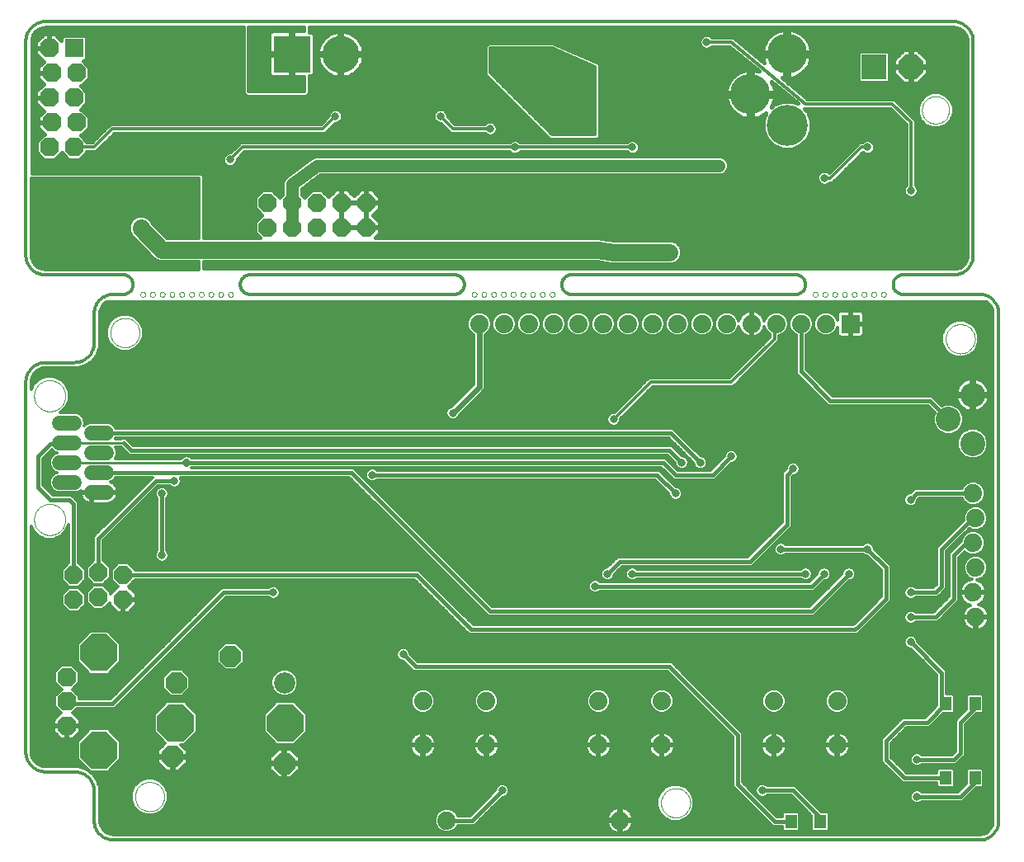
<source format=gbl>
G75*
%MOIN*%
%OFA0B0*%
%FSLAX24Y24*%
%IPPOS*%
%LPD*%
%AMOC8*
5,1,8,0,0,1.08239X$1,22.5*
%
%ADD10C,0.0120*%
%ADD11C,0.0000*%
%ADD12OC8,0.0760*%
%ADD13R,0.0760X0.0760*%
%ADD14OC8,0.0740*%
%ADD15R,0.1500X0.1500*%
%ADD16C,0.1500*%
%ADD17OC8,0.1000*%
%ADD18R,0.1000X0.1000*%
%ADD19R,0.0740X0.0740*%
%ADD20C,0.0740*%
%ADD21C,0.0594*%
%ADD22OC8,0.1500*%
%ADD23C,0.0860*%
%ADD24OC8,0.0860*%
%ADD25R,0.0472X0.0551*%
%ADD26C,0.1000*%
%ADD27C,0.1660*%
%ADD28C,0.1620*%
%ADD29C,0.0160*%
%ADD30C,0.0317*%
%ADD31C,0.0472*%
%ADD32C,0.0700*%
%ADD33C,0.0500*%
%ADD34C,0.0100*%
%ADD35C,0.0320*%
%ADD36C,0.0240*%
D10*
X007397Y006058D02*
X007293Y006202D01*
X007238Y006370D01*
X007231Y006459D01*
X007231Y015587D01*
X007302Y015415D01*
X007524Y015193D01*
X007814Y015073D01*
X008129Y015073D01*
X008419Y015193D01*
X008641Y015415D01*
X008742Y015659D01*
X008742Y014120D01*
X008739Y014120D01*
X008452Y013833D01*
X008452Y013428D01*
X008739Y013140D01*
X009145Y013140D01*
X009432Y013428D01*
X009432Y013833D01*
X009145Y014120D01*
X009142Y014120D01*
X009142Y016568D01*
X008961Y016749D01*
X008844Y016866D01*
X008094Y016866D01*
X007711Y017249D01*
X007711Y018333D01*
X008064Y018686D01*
X008141Y018609D01*
X008253Y018563D01*
X008141Y018516D01*
X008023Y018399D01*
X007960Y018246D01*
X007960Y018080D01*
X008023Y017926D01*
X008141Y017809D01*
X008253Y017763D01*
X008141Y017716D01*
X008023Y017599D01*
X007960Y017446D01*
X007960Y017280D01*
X008023Y017126D01*
X008141Y017009D01*
X008294Y016946D01*
X009054Y016946D01*
X009208Y017009D01*
X009217Y017019D01*
X009214Y016999D01*
X009214Y016991D01*
X009643Y016991D01*
X009643Y016934D01*
X009700Y016934D01*
X009700Y016506D01*
X010302Y016506D01*
X010373Y016517D01*
X010441Y016539D01*
X010505Y016572D01*
X010564Y016614D01*
X010614Y016665D01*
X010657Y016723D01*
X010689Y016787D01*
X010712Y016856D01*
X010723Y016927D01*
X010723Y016934D01*
X009700Y016934D01*
X009700Y016991D01*
X010723Y016991D01*
X010723Y016999D01*
X010712Y017070D01*
X010689Y017138D01*
X010657Y017202D01*
X010614Y017261D01*
X010564Y017311D01*
X010505Y017354D01*
X010444Y017385D01*
X010502Y017409D01*
X010619Y017526D01*
X010634Y017563D01*
X012125Y017563D01*
X012061Y017499D01*
X009742Y015180D01*
X009742Y014220D01*
X009739Y014220D01*
X009452Y013933D01*
X009452Y013528D01*
X009739Y013240D01*
X010145Y013240D01*
X010432Y013528D01*
X010432Y013933D01*
X010145Y014220D01*
X010142Y014220D01*
X010142Y015014D01*
X012344Y017216D01*
X012817Y017216D01*
X012853Y017180D01*
X012955Y017137D01*
X013066Y017137D01*
X013169Y017180D01*
X013247Y017258D01*
X013289Y017361D01*
X013289Y017471D01*
X013251Y017563D01*
X020081Y017563D01*
X025561Y012083D01*
X025678Y011966D01*
X038844Y011966D01*
X040265Y013387D01*
X040316Y013387D01*
X040419Y013430D01*
X040497Y013508D01*
X040539Y013611D01*
X040539Y013721D01*
X040497Y013824D01*
X040419Y013902D01*
X040316Y013944D01*
X040205Y013944D01*
X040103Y013902D01*
X040025Y013824D01*
X039982Y013721D01*
X039982Y013670D01*
X038678Y012366D01*
X025844Y012366D01*
X020247Y017963D01*
X013707Y017963D01*
X032681Y017963D01*
X033061Y017583D01*
X033178Y017466D01*
X034844Y017466D01*
X035515Y018137D01*
X035566Y018137D01*
X035669Y018180D01*
X035747Y018258D01*
X035789Y018361D01*
X035789Y018471D01*
X035747Y018574D01*
X035669Y018652D01*
X035566Y018694D01*
X035455Y018694D01*
X035353Y018652D01*
X035275Y018574D01*
X035232Y018471D01*
X035232Y018420D01*
X034678Y017866D01*
X033344Y017866D01*
X032847Y018363D01*
X013710Y018363D01*
X013669Y018403D01*
X013567Y018446D01*
X013455Y018446D01*
X013352Y018403D01*
X013282Y018333D01*
X010622Y018333D01*
X010683Y018480D01*
X010683Y018646D01*
X010622Y018793D01*
X010851Y018793D01*
X011061Y018583D01*
X011178Y018466D01*
X032928Y018466D01*
X033232Y018161D01*
X033232Y018111D01*
X033275Y018008D01*
X033353Y017930D01*
X033455Y017887D01*
X033566Y017887D01*
X033669Y017930D01*
X033747Y018008D01*
X033789Y018111D01*
X033789Y018221D01*
X033747Y018324D01*
X033669Y018402D01*
X033566Y018444D01*
X033515Y018444D01*
X033094Y018866D01*
X011344Y018866D01*
X011047Y019163D01*
X010881Y019163D01*
X010851Y019133D01*
X010622Y019133D01*
X010634Y019163D01*
X032981Y019163D01*
X033982Y018161D01*
X033982Y018111D01*
X034025Y018008D01*
X034103Y017930D01*
X034205Y017887D01*
X034316Y017887D01*
X034419Y017930D01*
X034497Y018008D01*
X034539Y018111D01*
X034539Y018221D01*
X034497Y018324D01*
X034419Y018402D01*
X034316Y018444D01*
X034265Y018444D01*
X033147Y019563D01*
X010634Y019563D01*
X010619Y019599D01*
X010502Y019716D01*
X010349Y019780D01*
X009588Y019780D01*
X009435Y019716D01*
X009382Y019663D01*
X009389Y019680D01*
X009389Y019846D01*
X009325Y019999D01*
X009208Y020116D01*
X009054Y020180D01*
X008387Y020180D01*
X008419Y020193D01*
X008641Y020415D01*
X008761Y020706D01*
X008761Y021020D01*
X008641Y021310D01*
X008419Y021532D01*
X008129Y021653D01*
X007814Y021653D01*
X007524Y021532D01*
X007302Y021310D01*
X007231Y021139D01*
X007231Y021420D01*
X007238Y021509D01*
X007293Y021677D01*
X007397Y021821D01*
X007541Y021925D01*
X007709Y021980D01*
X007798Y021987D01*
X009139Y021987D01*
X009442Y022086D01*
X009442Y022086D01*
X009701Y022273D01*
X009701Y022273D01*
X009701Y022273D01*
X009888Y022532D01*
X009987Y022835D01*
X009987Y024176D01*
X009994Y024265D01*
X010049Y024433D01*
X010153Y024577D01*
X010275Y024666D01*
X045828Y024666D01*
X045947Y024569D01*
X046038Y024430D01*
X046080Y024270D01*
X046082Y024199D01*
X046082Y024182D01*
X046078Y024096D01*
X046082Y024091D01*
X046082Y003788D01*
X046078Y003783D01*
X046082Y003698D01*
X046082Y003680D01*
X046080Y003609D01*
X046038Y003449D01*
X045947Y003310D01*
X045819Y003206D01*
X045664Y003146D01*
X045584Y003136D01*
X010554Y003136D01*
X010465Y003143D01*
X010297Y003198D01*
X010153Y003302D01*
X010049Y003446D01*
X009994Y003615D01*
X009987Y003703D01*
X009987Y005044D01*
X009888Y005347D01*
X009888Y005347D01*
X009701Y005606D01*
X009701Y005606D01*
X009701Y005606D01*
X009609Y005672D01*
X010328Y005672D01*
X010838Y006182D01*
X010838Y006902D01*
X010328Y007412D01*
X009607Y007412D01*
X009098Y006902D01*
X009098Y006182D01*
X009601Y005678D01*
X009442Y005793D01*
X009139Y005892D01*
X007798Y005892D01*
X007709Y005899D01*
X007541Y005954D01*
X007397Y006058D01*
X007355Y006115D02*
X009164Y006115D01*
X009098Y006234D02*
X007282Y006234D01*
X007244Y006352D02*
X009098Y006352D01*
X009098Y006471D02*
X007231Y006471D01*
X007231Y006589D02*
X009098Y006589D01*
X009098Y006708D02*
X007231Y006708D01*
X007231Y006826D02*
X009098Y006826D01*
X009140Y006945D02*
X007231Y006945D01*
X007231Y007063D02*
X008367Y007063D01*
X008445Y006986D02*
X008630Y006986D01*
X008630Y007488D01*
X008128Y007488D01*
X008128Y007302D01*
X008445Y006986D01*
X008630Y007063D02*
X008707Y007063D01*
X008707Y006986D02*
X008892Y006986D01*
X009208Y007302D01*
X009208Y007488D01*
X008707Y007488D01*
X008707Y007565D01*
X009208Y007565D01*
X009208Y007750D01*
X008912Y008047D01*
X009081Y008216D01*
X010594Y008216D01*
X010711Y008333D01*
X015094Y012716D01*
X016817Y012716D01*
X016853Y012680D01*
X016955Y012637D01*
X017066Y012637D01*
X017169Y012680D01*
X017247Y012758D01*
X017289Y012861D01*
X017289Y012971D01*
X017247Y013074D01*
X017169Y013152D01*
X017066Y013194D01*
X016955Y013194D01*
X016853Y013152D01*
X016817Y013116D01*
X014928Y013116D01*
X010428Y008616D01*
X009168Y008616D01*
X009168Y008717D01*
X008883Y009003D01*
X009168Y009288D01*
X009168Y009702D01*
X008875Y009995D01*
X008461Y009995D01*
X008168Y009702D01*
X008168Y009288D01*
X008453Y009003D01*
X008168Y008717D01*
X008168Y008303D01*
X008425Y008047D01*
X008128Y007750D01*
X008128Y007565D01*
X008630Y007565D01*
X008630Y007488D01*
X008707Y007488D01*
X008707Y006986D01*
X008707Y007182D02*
X008630Y007182D01*
X008630Y007300D02*
X008707Y007300D01*
X008707Y007419D02*
X008630Y007419D01*
X008630Y007537D02*
X007231Y007537D01*
X007231Y007419D02*
X008128Y007419D01*
X008130Y007300D02*
X007231Y007300D01*
X007231Y007182D02*
X008249Y007182D01*
X008128Y007656D02*
X007231Y007656D01*
X007231Y007774D02*
X008153Y007774D01*
X008271Y007893D02*
X007231Y007893D01*
X007231Y008011D02*
X008390Y008011D01*
X008342Y008130D02*
X007231Y008130D01*
X007231Y008248D02*
X008223Y008248D01*
X008168Y008367D02*
X007231Y008367D01*
X007231Y008485D02*
X008168Y008485D01*
X008168Y008604D02*
X007231Y008604D01*
X007231Y008722D02*
X008173Y008722D01*
X008292Y008841D02*
X007231Y008841D01*
X007231Y008959D02*
X008410Y008959D01*
X008378Y009078D02*
X007231Y009078D01*
X007231Y009196D02*
X008259Y009196D01*
X008168Y009315D02*
X007231Y009315D01*
X007231Y009433D02*
X008168Y009433D01*
X008168Y009552D02*
X007231Y009552D01*
X007231Y009670D02*
X008168Y009670D01*
X008255Y009789D02*
X007231Y009789D01*
X007231Y009907D02*
X008374Y009907D01*
X008963Y009907D02*
X009309Y009907D01*
X009427Y009789D02*
X009081Y009789D01*
X009168Y009670D02*
X009546Y009670D01*
X009607Y009609D02*
X010328Y009609D01*
X010838Y010119D01*
X010838Y010839D01*
X010328Y011349D01*
X009607Y011349D01*
X009098Y010839D01*
X009098Y010119D01*
X009607Y009609D01*
X009168Y009552D02*
X011364Y009552D01*
X011482Y009670D02*
X010389Y009670D01*
X010508Y009789D02*
X011601Y009789D01*
X011719Y009907D02*
X010626Y009907D01*
X010745Y010026D02*
X011838Y010026D01*
X011956Y010144D02*
X010838Y010144D01*
X010838Y010263D02*
X012075Y010263D01*
X012194Y010381D02*
X010838Y010381D01*
X010838Y010500D02*
X012312Y010500D01*
X012431Y010618D02*
X010838Y010618D01*
X010838Y010737D02*
X012549Y010737D01*
X012668Y010855D02*
X010821Y010855D01*
X010703Y010974D02*
X012786Y010974D01*
X012905Y011092D02*
X010584Y011092D01*
X010466Y011211D02*
X013023Y011211D01*
X013142Y011329D02*
X010347Y011329D01*
X009588Y011329D02*
X007231Y011329D01*
X007231Y011211D02*
X009469Y011211D01*
X009351Y011092D02*
X007231Y011092D01*
X007231Y010974D02*
X009232Y010974D01*
X009114Y010855D02*
X007231Y010855D01*
X007231Y010737D02*
X009098Y010737D01*
X009098Y010618D02*
X007231Y010618D01*
X007231Y010500D02*
X009098Y010500D01*
X009098Y010381D02*
X007231Y010381D01*
X007231Y010263D02*
X009098Y010263D01*
X009098Y010144D02*
X007231Y010144D01*
X007231Y010026D02*
X009190Y010026D01*
X009168Y009433D02*
X011245Y009433D01*
X011127Y009315D02*
X009168Y009315D01*
X009077Y009196D02*
X011008Y009196D01*
X010890Y009078D02*
X008959Y009078D01*
X008926Y008959D02*
X010771Y008959D01*
X010653Y008841D02*
X009045Y008841D01*
X009163Y008722D02*
X010534Y008722D01*
X010863Y008485D02*
X012679Y008485D01*
X012704Y008510D02*
X012194Y008001D01*
X012194Y007280D01*
X012647Y006827D01*
X012346Y006526D01*
X012346Y006330D01*
X012888Y006330D01*
X012888Y006234D01*
X010838Y006234D01*
X010838Y006352D02*
X012346Y006352D01*
X012346Y006234D02*
X012346Y006038D01*
X012692Y005692D01*
X012888Y005692D01*
X012888Y006234D01*
X012346Y006234D01*
X012346Y006115D02*
X010771Y006115D01*
X010653Y005997D02*
X012387Y005997D01*
X012505Y005878D02*
X010534Y005878D01*
X010416Y005760D02*
X012624Y005760D01*
X012888Y005760D02*
X012984Y005760D01*
X012984Y005692D02*
X013180Y005692D01*
X013526Y006038D01*
X013526Y006234D01*
X012984Y006234D01*
X016874Y006234D01*
X016874Y006251D02*
X016874Y006055D01*
X017415Y006055D01*
X017415Y005958D01*
X016874Y005958D01*
X016874Y005762D01*
X017219Y005416D01*
X017415Y005416D01*
X017415Y005958D01*
X017512Y005958D01*
X017512Y006055D01*
X017415Y006055D01*
X017415Y006596D01*
X017219Y006596D01*
X016874Y006251D01*
X016874Y006115D02*
X013526Y006115D01*
X013485Y005997D02*
X017415Y005997D01*
X017512Y005997D02*
X035561Y005997D01*
X035561Y006115D02*
X018054Y006115D01*
X018054Y006055D02*
X018054Y006251D01*
X017708Y006596D01*
X017512Y006596D01*
X017512Y006055D01*
X018054Y006055D01*
X018054Y005958D02*
X017512Y005958D01*
X017512Y005416D01*
X017708Y005416D01*
X018054Y005762D01*
X018054Y005958D01*
X018054Y005878D02*
X035561Y005878D01*
X035561Y005760D02*
X018051Y005760D01*
X017933Y005641D02*
X035561Y005641D01*
X035561Y005523D02*
X017814Y005523D01*
X017512Y005523D02*
X017415Y005523D01*
X017415Y005641D02*
X017512Y005641D01*
X017512Y005760D02*
X017415Y005760D01*
X017415Y005878D02*
X017512Y005878D01*
X017512Y006115D02*
X017415Y006115D01*
X017415Y006234D02*
X017512Y006234D01*
X017512Y006352D02*
X017415Y006352D01*
X017415Y006471D02*
X017512Y006471D01*
X017512Y006589D02*
X017415Y006589D01*
X017212Y006589D02*
X013463Y006589D01*
X013526Y006526D02*
X013282Y006770D01*
X013424Y006770D01*
X013934Y007280D01*
X013934Y008001D01*
X013424Y008510D01*
X012704Y008510D01*
X012560Y008367D02*
X010745Y008367D01*
X010626Y008248D02*
X012442Y008248D01*
X012323Y008130D02*
X008995Y008130D01*
X008947Y008011D02*
X012205Y008011D01*
X012194Y007893D02*
X009065Y007893D01*
X009184Y007774D02*
X012194Y007774D01*
X012194Y007656D02*
X009208Y007656D01*
X009208Y007419D02*
X012194Y007419D01*
X012194Y007537D02*
X008707Y007537D01*
X009088Y007182D02*
X009377Y007182D01*
X009259Y007063D02*
X008969Y007063D01*
X009206Y007300D02*
X009496Y007300D01*
X010439Y007300D02*
X012194Y007300D01*
X012292Y007182D02*
X010558Y007182D01*
X010676Y007063D02*
X012411Y007063D01*
X012529Y006945D02*
X010795Y006945D01*
X010838Y006826D02*
X012646Y006826D01*
X012528Y006708D02*
X010838Y006708D01*
X010838Y006589D02*
X012409Y006589D01*
X012346Y006471D02*
X010838Y006471D01*
X011586Y005302D02*
X011375Y005091D01*
X011260Y004815D01*
X011260Y004517D01*
X011375Y004241D01*
X011586Y004030D01*
X011862Y003915D01*
X012160Y003915D01*
X012436Y004030D01*
X012647Y004241D01*
X012761Y004517D01*
X012761Y004815D01*
X012647Y005091D01*
X012436Y005302D01*
X012160Y005416D01*
X011862Y005416D01*
X011586Y005302D01*
X011569Y005286D02*
X009908Y005286D01*
X009947Y005167D02*
X011451Y005167D01*
X011357Y005049D02*
X009985Y005049D01*
X009987Y004930D02*
X011308Y004930D01*
X011260Y004812D02*
X009987Y004812D01*
X009987Y004693D02*
X011260Y004693D01*
X011260Y004575D02*
X009987Y004575D01*
X009987Y004456D02*
X011285Y004456D01*
X011334Y004338D02*
X009987Y004338D01*
X009987Y004219D02*
X011396Y004219D01*
X011514Y004101D02*
X009987Y004101D01*
X009987Y003982D02*
X011700Y003982D01*
X012322Y003982D02*
X023601Y003982D01*
X023599Y003981D02*
X023525Y003801D01*
X023525Y003606D01*
X023599Y003426D01*
X023737Y003288D01*
X023917Y003213D01*
X024112Y003213D01*
X024292Y003288D01*
X024430Y003426D01*
X024462Y003503D01*
X025131Y003503D01*
X026265Y004637D01*
X026316Y004637D01*
X026419Y004680D01*
X026497Y004758D01*
X026539Y004861D01*
X026539Y004971D01*
X026497Y005074D01*
X026419Y005152D01*
X026316Y005194D01*
X026205Y005194D01*
X026103Y005152D01*
X026025Y005074D01*
X025982Y004971D01*
X025982Y004920D01*
X024965Y003903D01*
X024462Y003903D01*
X024430Y003981D01*
X024292Y004119D01*
X024112Y004193D01*
X023917Y004193D01*
X023737Y004119D01*
X023599Y003981D01*
X023551Y003864D02*
X009987Y003864D01*
X009987Y003745D02*
X023525Y003745D01*
X023525Y003627D02*
X009993Y003627D01*
X010028Y003508D02*
X023565Y003508D01*
X023635Y003390D02*
X010089Y003390D01*
X010195Y003271D02*
X023777Y003271D01*
X024252Y003271D02*
X030708Y003271D01*
X030737Y003250D02*
X030669Y003299D01*
X030611Y003358D01*
X030561Y003426D01*
X030524Y003500D01*
X030498Y003579D01*
X030485Y003662D01*
X030485Y003663D01*
X030975Y003663D01*
X031055Y003663D01*
X031055Y003173D01*
X031056Y003173D01*
X031139Y003186D01*
X031218Y003212D01*
X031293Y003250D01*
X031360Y003299D01*
X031419Y003358D01*
X031468Y003426D01*
X031506Y003500D01*
X031532Y003579D01*
X031545Y003662D01*
X031545Y003663D01*
X031055Y003663D01*
X031055Y003743D01*
X031545Y003743D01*
X031545Y003745D01*
X031532Y003827D01*
X031506Y003907D01*
X031468Y003981D01*
X031419Y004049D01*
X031360Y004108D01*
X031293Y004157D01*
X031218Y004194D01*
X031139Y004220D01*
X031056Y004233D01*
X031055Y004233D01*
X031055Y003743D01*
X030975Y003743D01*
X030975Y003663D01*
X030975Y003173D01*
X030973Y003173D01*
X030891Y003186D01*
X030811Y003212D01*
X030737Y003250D01*
X030587Y003390D02*
X024394Y003390D01*
X024429Y003982D02*
X025044Y003982D01*
X025163Y004101D02*
X024310Y004101D01*
X023719Y004101D02*
X012507Y004101D01*
X012626Y004219D02*
X025281Y004219D01*
X025400Y004338D02*
X012687Y004338D01*
X012736Y004456D02*
X025518Y004456D01*
X025637Y004575D02*
X012761Y004575D01*
X012761Y004693D02*
X025755Y004693D01*
X025874Y004812D02*
X012761Y004812D01*
X012714Y004930D02*
X025982Y004930D01*
X026015Y005049D02*
X012665Y005049D01*
X012571Y005167D02*
X026140Y005167D01*
X026381Y005167D02*
X035561Y005167D01*
X035561Y005083D02*
X037061Y003583D01*
X037178Y003466D01*
X037564Y003466D01*
X037564Y003341D01*
X037634Y003270D01*
X038206Y003270D01*
X038276Y003341D01*
X038276Y003991D01*
X038206Y004061D01*
X037634Y004061D01*
X037564Y003991D01*
X037564Y003866D01*
X037344Y003866D01*
X035961Y005249D01*
X035961Y007249D01*
X035844Y007366D01*
X033094Y010116D01*
X022844Y010116D01*
X022539Y010420D01*
X022539Y010471D01*
X022497Y010574D01*
X022419Y010652D01*
X022316Y010694D01*
X022205Y010694D01*
X022103Y010652D01*
X022025Y010574D01*
X021982Y010471D01*
X021982Y010361D01*
X022025Y010258D01*
X022103Y010180D01*
X022205Y010137D01*
X022256Y010137D01*
X022561Y009833D01*
X022678Y009716D01*
X032928Y009716D01*
X035561Y007083D01*
X035561Y005083D01*
X035595Y005049D02*
X033689Y005049D01*
X033686Y005052D02*
X033410Y005166D01*
X033112Y005166D01*
X032836Y005052D01*
X032625Y004841D01*
X032510Y004565D01*
X032510Y004267D01*
X032625Y003991D01*
X032836Y003780D01*
X033112Y003665D01*
X033410Y003665D01*
X033686Y003780D01*
X033897Y003991D01*
X034011Y004267D01*
X034011Y004565D01*
X033897Y004841D01*
X033686Y005052D01*
X033808Y004930D02*
X035713Y004930D01*
X035832Y004812D02*
X033909Y004812D01*
X033958Y004693D02*
X035950Y004693D01*
X036069Y004575D02*
X034007Y004575D01*
X034011Y004456D02*
X036187Y004456D01*
X036306Y004338D02*
X034011Y004338D01*
X033992Y004219D02*
X036424Y004219D01*
X036543Y004101D02*
X033943Y004101D01*
X033889Y003982D02*
X036661Y003982D01*
X036780Y003864D02*
X033770Y003864D01*
X033603Y003745D02*
X036898Y003745D01*
X037017Y003627D02*
X031539Y003627D01*
X031545Y003745D02*
X032918Y003745D01*
X032751Y003864D02*
X031520Y003864D01*
X031467Y003982D02*
X032633Y003982D01*
X032579Y004101D02*
X031367Y004101D01*
X031141Y004219D02*
X032530Y004219D01*
X032510Y004338D02*
X025966Y004338D01*
X026084Y004456D02*
X032510Y004456D01*
X032514Y004575D02*
X026203Y004575D01*
X026432Y004693D02*
X032563Y004693D01*
X032612Y004812D02*
X026519Y004812D01*
X026539Y004930D02*
X032714Y004930D01*
X032832Y005049D02*
X026507Y005049D01*
X025847Y004219D02*
X030888Y004219D01*
X030891Y004220D02*
X030811Y004194D01*
X030737Y004157D01*
X030669Y004108D01*
X030611Y004049D01*
X030561Y003981D01*
X030524Y003907D01*
X030498Y003827D01*
X030485Y003745D01*
X030485Y003743D01*
X030975Y003743D01*
X030975Y004233D01*
X030973Y004233D01*
X030891Y004220D01*
X030975Y004219D02*
X031055Y004219D01*
X031055Y004101D02*
X030975Y004101D01*
X030975Y003982D02*
X031055Y003982D01*
X031055Y003864D02*
X030975Y003864D01*
X030975Y003745D02*
X031055Y003745D01*
X031055Y003627D02*
X030975Y003627D01*
X030975Y003508D02*
X031055Y003508D01*
X031055Y003390D02*
X030975Y003390D01*
X030975Y003271D02*
X031055Y003271D01*
X031322Y003271D02*
X037633Y003271D01*
X037564Y003390D02*
X031442Y003390D01*
X031509Y003508D02*
X037135Y003508D01*
X037227Y003982D02*
X037564Y003982D01*
X037109Y004101D02*
X038543Y004101D01*
X038424Y004219D02*
X036990Y004219D01*
X036872Y004338D02*
X038306Y004338D01*
X038187Y004456D02*
X036753Y004456D01*
X036635Y004575D02*
X038069Y004575D01*
X037950Y004693D02*
X036932Y004693D01*
X036919Y004680D02*
X036955Y004716D01*
X037928Y004716D01*
X038745Y003899D01*
X038745Y003341D01*
X038815Y003270D01*
X039387Y003270D01*
X039458Y003341D01*
X039458Y003991D01*
X039387Y004061D01*
X039148Y004061D01*
X038211Y004999D01*
X038094Y005116D01*
X036955Y005116D01*
X036919Y005152D01*
X036816Y005194D01*
X036705Y005194D01*
X036603Y005152D01*
X036525Y005074D01*
X036482Y004971D01*
X036482Y004861D01*
X036525Y004758D01*
X036603Y004680D01*
X036705Y004637D01*
X036816Y004637D01*
X036919Y004680D01*
X036590Y004693D02*
X036516Y004693D01*
X036503Y004812D02*
X036398Y004812D01*
X036482Y004930D02*
X036279Y004930D01*
X036161Y005049D02*
X036515Y005049D01*
X036640Y005167D02*
X036042Y005167D01*
X035961Y005286D02*
X042358Y005286D01*
X042428Y005216D02*
X043814Y005216D01*
X043814Y005091D01*
X043884Y005020D01*
X044456Y005020D01*
X044526Y005091D01*
X044526Y005741D01*
X044456Y005811D01*
X043884Y005811D01*
X043814Y005741D01*
X043814Y005616D01*
X042594Y005616D01*
X041961Y006249D01*
X041961Y006833D01*
X042594Y007466D01*
X043503Y007466D01*
X044058Y008020D01*
X044456Y008020D01*
X044526Y008091D01*
X044526Y008741D01*
X044456Y008811D01*
X044211Y008811D01*
X044211Y009749D01*
X044094Y009866D01*
X043039Y010920D01*
X043039Y010971D01*
X042997Y011074D01*
X042919Y011152D01*
X042816Y011194D01*
X042705Y011194D01*
X042603Y011152D01*
X042525Y011074D01*
X042482Y010971D01*
X042482Y010861D01*
X042525Y010758D01*
X042603Y010680D01*
X042705Y010637D01*
X042756Y010637D01*
X043811Y009583D01*
X043811Y008493D01*
X043814Y008489D01*
X043814Y008343D01*
X043337Y007866D01*
X042428Y007866D01*
X042311Y007749D01*
X041561Y006999D01*
X041561Y006083D01*
X041678Y005966D01*
X042428Y005216D01*
X042239Y005404D02*
X035961Y005404D01*
X035961Y005523D02*
X042121Y005523D01*
X042002Y005641D02*
X035961Y005641D01*
X035961Y005760D02*
X041884Y005760D01*
X041765Y005878D02*
X035961Y005878D01*
X035961Y005997D02*
X041647Y005997D01*
X041561Y006115D02*
X035961Y006115D01*
X035961Y006234D02*
X037101Y006234D01*
X037103Y006233D02*
X037185Y006220D01*
X037187Y006220D01*
X037187Y006710D01*
X037267Y006710D01*
X037267Y006220D01*
X037269Y006220D01*
X037351Y006233D01*
X037430Y006259D01*
X037505Y006297D01*
X037572Y006346D01*
X037631Y006405D01*
X037680Y006473D01*
X037718Y006547D01*
X037744Y006626D01*
X037757Y006709D01*
X037757Y006710D01*
X037267Y006710D01*
X037267Y006790D01*
X037757Y006790D01*
X037757Y006792D01*
X037744Y006874D01*
X037718Y006954D01*
X037680Y007028D01*
X037631Y007096D01*
X037572Y007155D01*
X037505Y007204D01*
X037430Y007241D01*
X037351Y007267D01*
X037269Y007280D01*
X037267Y007280D01*
X037267Y006790D01*
X037187Y006790D01*
X037187Y006710D01*
X036697Y006710D01*
X036697Y006709D01*
X036710Y006626D01*
X036736Y006547D01*
X036774Y006473D01*
X036823Y006405D01*
X036882Y006346D01*
X036949Y006297D01*
X037023Y006259D01*
X037103Y006233D01*
X037187Y006234D02*
X037267Y006234D01*
X037353Y006234D02*
X039661Y006234D01*
X039663Y006233D02*
X039745Y006220D01*
X039747Y006220D01*
X039747Y006710D01*
X039827Y006710D01*
X039827Y006220D01*
X039829Y006220D01*
X039911Y006233D01*
X039990Y006259D01*
X040065Y006297D01*
X040132Y006346D01*
X040191Y006405D01*
X040240Y006473D01*
X040278Y006547D01*
X040304Y006626D01*
X040317Y006709D01*
X040317Y006710D01*
X039827Y006710D01*
X039827Y006790D01*
X040317Y006790D01*
X040317Y006792D01*
X040304Y006874D01*
X040278Y006954D01*
X040240Y007028D01*
X040191Y007096D01*
X040132Y007155D01*
X040065Y007204D01*
X039990Y007241D01*
X039911Y007267D01*
X039829Y007280D01*
X039827Y007280D01*
X039827Y006790D01*
X039747Y006790D01*
X039747Y006710D01*
X039257Y006710D01*
X039257Y006709D01*
X039270Y006626D01*
X039296Y006547D01*
X039334Y006473D01*
X039383Y006405D01*
X039442Y006346D01*
X039509Y006297D01*
X039583Y006259D01*
X039663Y006233D01*
X039747Y006234D02*
X039827Y006234D01*
X039913Y006234D02*
X041561Y006234D01*
X041561Y006352D02*
X040139Y006352D01*
X040239Y006471D02*
X041561Y006471D01*
X041561Y006589D02*
X040292Y006589D01*
X040317Y006708D02*
X041561Y006708D01*
X041561Y006826D02*
X040311Y006826D01*
X040281Y006945D02*
X041561Y006945D01*
X041625Y007063D02*
X040215Y007063D01*
X040095Y007182D02*
X041744Y007182D01*
X041862Y007300D02*
X035909Y007300D01*
X035961Y007182D02*
X036919Y007182D01*
X036949Y007204D02*
X036882Y007155D01*
X036823Y007096D01*
X036774Y007028D01*
X036736Y006954D01*
X036710Y006874D01*
X036697Y006792D01*
X036697Y006790D01*
X037187Y006790D01*
X037187Y007280D01*
X037185Y007280D01*
X037103Y007267D01*
X037023Y007241D01*
X036949Y007204D01*
X036799Y007063D02*
X035961Y007063D01*
X035961Y006945D02*
X036733Y006945D01*
X036702Y006826D02*
X035961Y006826D01*
X035961Y006708D02*
X036697Y006708D01*
X036722Y006589D02*
X035961Y006589D01*
X035961Y006471D02*
X036775Y006471D01*
X036875Y006352D02*
X035961Y006352D01*
X035561Y006352D02*
X033052Y006352D01*
X033046Y006346D02*
X033105Y006405D01*
X033154Y006473D01*
X033191Y006547D01*
X033217Y006626D01*
X033230Y006709D01*
X033230Y006710D01*
X032740Y006710D01*
X032740Y006220D01*
X032742Y006220D01*
X032824Y006233D01*
X032904Y006259D01*
X032978Y006297D01*
X033046Y006346D01*
X033152Y006471D02*
X035561Y006471D01*
X035561Y006589D02*
X033205Y006589D01*
X033230Y006708D02*
X035561Y006708D01*
X035561Y006826D02*
X033225Y006826D01*
X033230Y006792D02*
X033217Y006874D01*
X033191Y006954D01*
X033154Y007028D01*
X033105Y007096D01*
X033046Y007155D01*
X032978Y007204D01*
X032904Y007241D01*
X032824Y007267D01*
X032742Y007280D01*
X032740Y007280D01*
X032740Y006790D01*
X033230Y006790D01*
X033230Y006792D01*
X033194Y006945D02*
X035561Y006945D01*
X035561Y007063D02*
X033128Y007063D01*
X033008Y007182D02*
X035462Y007182D01*
X035343Y007300D02*
X018363Y007300D01*
X018363Y007280D02*
X017853Y006770D01*
X017133Y006770D01*
X016623Y007280D01*
X016623Y008001D01*
X017133Y008510D01*
X017853Y008510D01*
X018363Y008001D01*
X018363Y007280D01*
X018265Y007182D02*
X022746Y007182D01*
X022776Y007204D02*
X022708Y007155D01*
X022649Y007096D01*
X022600Y007028D01*
X022562Y006954D01*
X022537Y006874D01*
X022524Y006792D01*
X022524Y006790D01*
X023014Y006790D01*
X023014Y006710D01*
X023094Y006710D01*
X023094Y006790D01*
X023584Y006790D01*
X023584Y006792D01*
X023571Y006874D01*
X023545Y006954D01*
X023507Y007028D01*
X023458Y007096D01*
X023399Y007155D01*
X023331Y007204D01*
X023257Y007241D01*
X023178Y007267D01*
X023095Y007280D01*
X023094Y007280D01*
X023094Y006790D01*
X023014Y006790D01*
X023014Y007280D01*
X023012Y007280D01*
X022930Y007267D01*
X022850Y007241D01*
X022776Y007204D01*
X022626Y007063D02*
X018147Y007063D01*
X018028Y006945D02*
X022560Y006945D01*
X022529Y006826D02*
X017910Y006826D01*
X017715Y006589D02*
X022549Y006589D01*
X022537Y006626D02*
X022562Y006547D01*
X022600Y006473D01*
X022649Y006405D01*
X022708Y006346D01*
X022776Y006297D01*
X022850Y006259D01*
X022930Y006233D01*
X023012Y006220D01*
X023014Y006220D01*
X023014Y006710D01*
X022524Y006710D01*
X022524Y006709D01*
X022537Y006626D01*
X022524Y006708D02*
X013345Y006708D01*
X013480Y006826D02*
X017077Y006826D01*
X016958Y006945D02*
X013599Y006945D01*
X013717Y007063D02*
X016840Y007063D01*
X016721Y007182D02*
X013836Y007182D01*
X013934Y007300D02*
X016623Y007300D01*
X016623Y007419D02*
X013934Y007419D01*
X013934Y007537D02*
X016623Y007537D01*
X016623Y007656D02*
X013934Y007656D01*
X013934Y007774D02*
X016623Y007774D01*
X016623Y007893D02*
X013934Y007893D01*
X013923Y008011D02*
X016634Y008011D01*
X016752Y008130D02*
X013805Y008130D01*
X013686Y008248D02*
X016871Y008248D01*
X016989Y008367D02*
X013568Y008367D01*
X013449Y008485D02*
X017108Y008485D01*
X017152Y008808D02*
X017354Y008724D01*
X017573Y008724D01*
X017775Y008808D01*
X017930Y008963D01*
X018014Y009165D01*
X018014Y009384D01*
X017930Y009586D01*
X017775Y009740D01*
X017573Y009824D01*
X017354Y009824D01*
X017152Y009740D01*
X016997Y009586D01*
X016914Y009384D01*
X016914Y009165D01*
X016997Y008963D01*
X017152Y008808D01*
X017119Y008841D02*
X013438Y008841D01*
X013321Y008724D02*
X013644Y009046D01*
X013644Y009502D01*
X013321Y009824D01*
X012866Y009824D01*
X012544Y009502D01*
X012544Y009046D01*
X012866Y008724D01*
X013321Y008724D01*
X013557Y008959D02*
X017001Y008959D01*
X016950Y009078D02*
X013644Y009078D01*
X013644Y009196D02*
X016914Y009196D01*
X016914Y009315D02*
X013644Y009315D01*
X013644Y009433D02*
X016934Y009433D01*
X016983Y009552D02*
X013594Y009552D01*
X013475Y009670D02*
X017082Y009670D01*
X017269Y009789D02*
X015508Y009789D01*
X015506Y009787D02*
X015829Y010109D01*
X015829Y010565D01*
X015506Y010887D01*
X015051Y010887D01*
X014729Y010565D01*
X014729Y010109D01*
X015051Y009787D01*
X015506Y009787D01*
X015627Y009907D02*
X022486Y009907D01*
X022368Y010026D02*
X015745Y010026D01*
X015829Y010144D02*
X022189Y010144D01*
X022023Y010263D02*
X015829Y010263D01*
X015829Y010381D02*
X021982Y010381D01*
X021994Y010500D02*
X015829Y010500D01*
X015775Y010618D02*
X022070Y010618D01*
X022452Y010618D02*
X042775Y010618D01*
X042894Y010500D02*
X022527Y010500D01*
X022578Y010381D02*
X043012Y010381D01*
X043131Y010263D02*
X022697Y010263D01*
X022815Y010144D02*
X043249Y010144D01*
X043368Y010026D02*
X033184Y010026D01*
X033302Y009907D02*
X043486Y009907D01*
X043605Y009789D02*
X033421Y009789D01*
X033539Y009670D02*
X043723Y009670D01*
X043811Y009552D02*
X033658Y009552D01*
X033776Y009433D02*
X043811Y009433D01*
X043811Y009315D02*
X033895Y009315D01*
X034013Y009196D02*
X043811Y009196D01*
X043811Y009078D02*
X034132Y009078D01*
X034250Y008959D02*
X036982Y008959D01*
X036949Y008946D02*
X036811Y008808D01*
X036737Y008628D01*
X036737Y008433D01*
X036811Y008253D01*
X036949Y008115D01*
X037129Y008040D01*
X037324Y008040D01*
X037504Y008115D01*
X037642Y008253D01*
X037717Y008433D01*
X037717Y008628D01*
X037642Y008808D01*
X037504Y008946D01*
X037324Y009020D01*
X037129Y009020D01*
X036949Y008946D01*
X036845Y008841D02*
X034369Y008841D01*
X034487Y008722D02*
X036776Y008722D01*
X036737Y008604D02*
X034606Y008604D01*
X034724Y008485D02*
X036737Y008485D01*
X036764Y008367D02*
X034843Y008367D01*
X034961Y008248D02*
X036816Y008248D01*
X036934Y008130D02*
X035080Y008130D01*
X035198Y008011D02*
X043483Y008011D01*
X043364Y007893D02*
X035317Y007893D01*
X035435Y007774D02*
X042336Y007774D01*
X042218Y007656D02*
X035554Y007656D01*
X035672Y007537D02*
X042099Y007537D01*
X041981Y007419D02*
X035791Y007419D01*
X035225Y007419D02*
X018363Y007419D01*
X018363Y007537D02*
X035106Y007537D01*
X034988Y007656D02*
X018363Y007656D01*
X018363Y007774D02*
X034869Y007774D01*
X034751Y007893D02*
X018363Y007893D01*
X018352Y008011D02*
X034632Y008011D01*
X034514Y008130D02*
X032993Y008130D01*
X032978Y008115D02*
X033116Y008253D01*
X033190Y008433D01*
X033190Y008628D01*
X033116Y008808D01*
X032978Y008946D01*
X032798Y009020D01*
X032603Y009020D01*
X032423Y008946D01*
X032285Y008808D01*
X032210Y008628D01*
X032210Y008433D01*
X032285Y008253D01*
X032423Y008115D01*
X032603Y008040D01*
X032798Y008040D01*
X032978Y008115D01*
X033111Y008248D02*
X034395Y008248D01*
X034277Y008367D02*
X033163Y008367D01*
X033190Y008485D02*
X034158Y008485D01*
X034040Y008604D02*
X033190Y008604D01*
X033151Y008722D02*
X033921Y008722D01*
X033803Y008841D02*
X033083Y008841D01*
X032945Y008959D02*
X033684Y008959D01*
X033566Y009078D02*
X017978Y009078D01*
X018014Y009196D02*
X033447Y009196D01*
X033329Y009315D02*
X018014Y009315D01*
X017993Y009433D02*
X033210Y009433D01*
X033092Y009552D02*
X017944Y009552D01*
X017845Y009670D02*
X032973Y009670D01*
X032456Y008959D02*
X030385Y008959D01*
X030418Y008946D02*
X030238Y009020D01*
X030043Y009020D01*
X029863Y008946D01*
X029725Y008808D01*
X029650Y008628D01*
X029650Y008433D01*
X029725Y008253D01*
X029863Y008115D01*
X030043Y008040D01*
X030238Y008040D01*
X030418Y008115D01*
X030556Y008253D01*
X030630Y008433D01*
X030630Y008628D01*
X030556Y008808D01*
X030418Y008946D01*
X030523Y008841D02*
X032318Y008841D01*
X032249Y008722D02*
X030591Y008722D01*
X030630Y008604D02*
X032210Y008604D01*
X032210Y008485D02*
X030630Y008485D01*
X030603Y008367D02*
X032238Y008367D01*
X032289Y008248D02*
X030551Y008248D01*
X030433Y008130D02*
X032408Y008130D01*
X032576Y007267D02*
X032497Y007241D01*
X032422Y007204D01*
X032355Y007155D01*
X032296Y007096D01*
X032247Y007028D01*
X032209Y006954D01*
X032183Y006874D01*
X032170Y006792D01*
X032170Y006790D01*
X032660Y006790D01*
X032660Y006710D01*
X032740Y006710D01*
X032740Y006790D01*
X032660Y006790D01*
X032660Y007280D01*
X032659Y007280D01*
X032576Y007267D01*
X032660Y007182D02*
X032740Y007182D01*
X032740Y007063D02*
X032660Y007063D01*
X032660Y006945D02*
X032740Y006945D01*
X032740Y006826D02*
X032660Y006826D01*
X032660Y006710D02*
X032170Y006710D01*
X032170Y006709D01*
X032183Y006626D01*
X032209Y006547D01*
X032247Y006473D01*
X032296Y006405D01*
X032355Y006346D01*
X032422Y006297D01*
X032497Y006259D01*
X032576Y006233D01*
X032659Y006220D01*
X032660Y006220D01*
X032660Y006710D01*
X032660Y006708D02*
X032740Y006708D01*
X032740Y006589D02*
X032660Y006589D01*
X032660Y006471D02*
X032740Y006471D01*
X032740Y006352D02*
X032660Y006352D01*
X032660Y006234D02*
X032740Y006234D01*
X032826Y006234D02*
X035561Y006234D01*
X035561Y005404D02*
X012189Y005404D01*
X012452Y005286D02*
X035561Y005286D01*
X036881Y005167D02*
X043814Y005167D01*
X043856Y005049D02*
X038161Y005049D01*
X038279Y004930D02*
X042922Y004930D01*
X042955Y004944D02*
X042853Y004902D01*
X042775Y004824D01*
X042732Y004721D01*
X042732Y004611D01*
X042775Y004508D01*
X042853Y004430D01*
X042955Y004387D01*
X043066Y004387D01*
X043169Y004430D01*
X043205Y004466D01*
X044844Y004466D01*
X044961Y004583D01*
X045398Y005020D01*
X045637Y005020D01*
X045708Y005091D01*
X045708Y005741D01*
X045637Y005811D01*
X045065Y005811D01*
X044995Y005741D01*
X044995Y005183D01*
X044678Y004866D01*
X043205Y004866D01*
X043169Y004902D01*
X043066Y004944D01*
X042955Y004944D01*
X043100Y004930D02*
X044742Y004930D01*
X044861Y005049D02*
X044485Y005049D01*
X044526Y005167D02*
X044979Y005167D01*
X044995Y005286D02*
X044526Y005286D01*
X044526Y005404D02*
X044995Y005404D01*
X044995Y005523D02*
X044526Y005523D01*
X044526Y005641D02*
X044995Y005641D01*
X045014Y005760D02*
X044508Y005760D01*
X044594Y005966D02*
X044711Y006083D01*
X044961Y006333D01*
X044961Y007583D01*
X045398Y008020D01*
X045637Y008020D01*
X045708Y008091D01*
X045708Y008741D01*
X045637Y008811D01*
X045065Y008811D01*
X044995Y008741D01*
X044995Y008183D01*
X044678Y007866D01*
X044561Y007749D01*
X044561Y006499D01*
X044428Y006366D01*
X043205Y006366D01*
X043169Y006402D01*
X043066Y006444D01*
X042955Y006444D01*
X042853Y006402D01*
X042775Y006324D01*
X042732Y006221D01*
X042732Y006111D01*
X042775Y006008D01*
X042853Y005930D01*
X042955Y005887D01*
X043066Y005887D01*
X043169Y005930D01*
X043205Y005966D01*
X044594Y005966D01*
X044625Y005997D02*
X046082Y005997D01*
X046082Y006115D02*
X044743Y006115D01*
X044862Y006234D02*
X046082Y006234D01*
X046082Y006352D02*
X044961Y006352D01*
X044961Y006471D02*
X046082Y006471D01*
X046082Y006589D02*
X044961Y006589D01*
X044961Y006708D02*
X046082Y006708D01*
X046082Y006826D02*
X044961Y006826D01*
X044961Y006945D02*
X046082Y006945D01*
X046082Y007063D02*
X044961Y007063D01*
X044961Y007182D02*
X046082Y007182D01*
X046082Y007300D02*
X044961Y007300D01*
X044961Y007419D02*
X046082Y007419D01*
X046082Y007537D02*
X044961Y007537D01*
X045034Y007656D02*
X046082Y007656D01*
X046082Y007774D02*
X045152Y007774D01*
X045271Y007893D02*
X046082Y007893D01*
X046082Y008011D02*
X045389Y008011D01*
X045708Y008130D02*
X046082Y008130D01*
X046082Y008248D02*
X045708Y008248D01*
X045708Y008367D02*
X046082Y008367D01*
X046082Y008485D02*
X045708Y008485D01*
X045708Y008604D02*
X046082Y008604D01*
X046082Y008722D02*
X045708Y008722D01*
X046082Y008841D02*
X044211Y008841D01*
X044211Y008959D02*
X046082Y008959D01*
X046082Y009078D02*
X044211Y009078D01*
X044211Y009196D02*
X046082Y009196D01*
X046082Y009315D02*
X044211Y009315D01*
X044211Y009433D02*
X046082Y009433D01*
X046082Y009552D02*
X044211Y009552D01*
X044211Y009670D02*
X046082Y009670D01*
X046082Y009789D02*
X044171Y009789D01*
X044052Y009907D02*
X046082Y009907D01*
X046082Y010026D02*
X043934Y010026D01*
X043815Y010144D02*
X046082Y010144D01*
X046082Y010263D02*
X043697Y010263D01*
X043578Y010381D02*
X046082Y010381D01*
X046082Y010500D02*
X043460Y010500D01*
X043341Y010618D02*
X046082Y010618D01*
X046082Y010737D02*
X043223Y010737D01*
X043104Y010855D02*
X046082Y010855D01*
X046082Y010974D02*
X043038Y010974D01*
X042978Y011092D02*
X046082Y011092D01*
X046082Y011211D02*
X013589Y011211D01*
X013707Y011329D02*
X024814Y011329D01*
X024811Y011333D02*
X024928Y011216D01*
X040594Y011216D01*
X040836Y011458D01*
X041844Y012466D01*
X041961Y012583D01*
X041961Y013999D01*
X041289Y014670D01*
X041289Y014721D01*
X041247Y014824D01*
X041169Y014902D01*
X041066Y014944D01*
X040955Y014944D01*
X040853Y014902D01*
X040817Y014866D01*
X037705Y014866D01*
X037669Y014902D01*
X037566Y014944D01*
X037455Y014944D01*
X037353Y014902D01*
X037275Y014824D01*
X037232Y014721D01*
X037232Y014611D01*
X037275Y014508D01*
X037353Y014430D01*
X037455Y014387D01*
X037566Y014387D01*
X037669Y014430D01*
X037705Y014466D01*
X040817Y014466D01*
X040853Y014430D01*
X040955Y014387D01*
X041006Y014387D01*
X041561Y013833D01*
X041561Y012749D01*
X040553Y011741D01*
X040428Y011616D01*
X025094Y011616D01*
X022879Y013830D01*
X011432Y013830D01*
X011432Y013833D01*
X011145Y014120D01*
X010739Y014120D01*
X010452Y013833D01*
X010452Y013428D01*
X010721Y013159D01*
X010432Y012870D01*
X010432Y012933D01*
X010145Y013220D01*
X009739Y013220D01*
X009452Y012933D01*
X009452Y012528D01*
X009739Y012240D01*
X010145Y012240D01*
X010412Y012508D01*
X010412Y012411D01*
X010722Y012100D01*
X010902Y012100D01*
X010902Y012590D01*
X010982Y012590D01*
X010982Y012100D01*
X011161Y012100D01*
X011472Y012411D01*
X011472Y012590D01*
X010982Y012590D01*
X010982Y012670D01*
X011472Y012670D01*
X011472Y012850D01*
X011163Y013159D01*
X011432Y013428D01*
X011432Y013430D01*
X022713Y013430D01*
X024811Y011333D01*
X024696Y011448D02*
X013826Y011448D01*
X013944Y011566D02*
X024577Y011566D01*
X024459Y011685D02*
X014063Y011685D01*
X014181Y011803D02*
X024340Y011803D01*
X024222Y011922D02*
X014300Y011922D01*
X014418Y012040D02*
X024103Y012040D01*
X023985Y012159D02*
X014537Y012159D01*
X014655Y012277D02*
X023866Y012277D01*
X023748Y012396D02*
X014774Y012396D01*
X014892Y012514D02*
X023629Y012514D01*
X023511Y012633D02*
X015011Y012633D01*
X014682Y012870D02*
X011452Y012870D01*
X011472Y012751D02*
X014564Y012751D01*
X014445Y012633D02*
X010982Y012633D01*
X010982Y012514D02*
X010902Y012514D01*
X010902Y012396D02*
X010982Y012396D01*
X010982Y012277D02*
X010902Y012277D01*
X010902Y012159D02*
X010982Y012159D01*
X011220Y012159D02*
X013971Y012159D01*
X014090Y012277D02*
X011338Y012277D01*
X011457Y012396D02*
X014208Y012396D01*
X014327Y012514D02*
X011472Y012514D01*
X011334Y012988D02*
X014801Y012988D01*
X014919Y013107D02*
X011215Y013107D01*
X011230Y013225D02*
X022918Y013225D01*
X022800Y013344D02*
X011348Y013344D01*
X011329Y013936D02*
X023707Y013936D01*
X023589Y014055D02*
X011210Y014055D01*
X010673Y014055D02*
X010310Y014055D01*
X010192Y014173D02*
X012369Y014173D01*
X012353Y014180D02*
X012455Y014137D01*
X012566Y014137D01*
X012669Y014180D01*
X012747Y014258D01*
X012789Y014361D01*
X012789Y014471D01*
X012747Y014574D01*
X012711Y014610D01*
X012711Y016722D01*
X012747Y016758D01*
X012789Y016861D01*
X012789Y016971D01*
X012747Y017074D01*
X012669Y017152D01*
X012566Y017194D01*
X012455Y017194D01*
X012353Y017152D01*
X012275Y017074D01*
X012232Y016971D01*
X012232Y016861D01*
X012275Y016758D01*
X012311Y016722D01*
X012311Y014610D01*
X012275Y014574D01*
X012232Y014471D01*
X012232Y014361D01*
X012275Y014258D01*
X012353Y014180D01*
X012261Y014292D02*
X010142Y014292D01*
X010142Y014410D02*
X012232Y014410D01*
X012256Y014529D02*
X010142Y014529D01*
X010142Y014647D02*
X012311Y014647D01*
X012311Y014766D02*
X010142Y014766D01*
X010142Y014884D02*
X012311Y014884D01*
X012311Y015003D02*
X010142Y015003D01*
X010249Y015121D02*
X012311Y015121D01*
X012311Y015240D02*
X010368Y015240D01*
X010486Y015358D02*
X012311Y015358D01*
X012311Y015477D02*
X010605Y015477D01*
X010723Y015595D02*
X012311Y015595D01*
X012311Y015714D02*
X010842Y015714D01*
X010960Y015832D02*
X012311Y015832D01*
X012311Y015951D02*
X011079Y015951D01*
X011197Y016069D02*
X012311Y016069D01*
X012311Y016188D02*
X011316Y016188D01*
X011434Y016306D02*
X012311Y016306D01*
X012311Y016425D02*
X011553Y016425D01*
X011671Y016543D02*
X012311Y016543D01*
X012311Y016662D02*
X011790Y016662D01*
X011908Y016780D02*
X012266Y016780D01*
X012232Y016899D02*
X012027Y016899D01*
X012145Y017017D02*
X012252Y017017D01*
X012264Y017136D02*
X012337Y017136D01*
X012685Y017136D02*
X020508Y017136D01*
X020389Y017254D02*
X013243Y017254D01*
X013289Y017373D02*
X020271Y017373D01*
X020152Y017491D02*
X013281Y017491D01*
X012770Y017017D02*
X020626Y017017D01*
X020745Y016899D02*
X012789Y016899D01*
X012756Y016780D02*
X020863Y016780D01*
X020982Y016662D02*
X012711Y016662D01*
X012711Y016543D02*
X021100Y016543D01*
X021219Y016425D02*
X012711Y016425D01*
X012711Y016306D02*
X021337Y016306D01*
X021456Y016188D02*
X012711Y016188D01*
X012711Y016069D02*
X021574Y016069D01*
X021693Y015951D02*
X012711Y015951D01*
X012711Y015832D02*
X021811Y015832D01*
X021930Y015714D02*
X012711Y015714D01*
X012711Y015595D02*
X022048Y015595D01*
X022167Y015477D02*
X012711Y015477D01*
X012711Y015358D02*
X022285Y015358D01*
X022404Y015240D02*
X012711Y015240D01*
X012711Y015121D02*
X022522Y015121D01*
X022641Y015003D02*
X012711Y015003D01*
X012711Y014884D02*
X022759Y014884D01*
X022878Y014766D02*
X012711Y014766D01*
X012711Y014647D02*
X022996Y014647D01*
X023115Y014529D02*
X012765Y014529D01*
X012789Y014410D02*
X023233Y014410D01*
X023352Y014292D02*
X012761Y014292D01*
X012653Y014173D02*
X023470Y014173D01*
X023799Y014410D02*
X036223Y014410D01*
X036178Y014366D02*
X030928Y014366D01*
X030811Y014249D01*
X030506Y013944D01*
X030455Y013944D01*
X030353Y013902D01*
X030275Y013824D01*
X030232Y013721D01*
X030232Y013611D01*
X030275Y013508D01*
X030353Y013430D01*
X030455Y013387D01*
X030566Y013387D01*
X030669Y013430D01*
X030747Y013508D01*
X030789Y013611D01*
X030789Y013661D01*
X031094Y013966D01*
X036344Y013966D01*
X037844Y015466D01*
X037961Y015583D01*
X037961Y017583D01*
X038015Y017637D01*
X038066Y017637D01*
X038169Y017680D01*
X038247Y017758D01*
X038289Y017861D01*
X038289Y017971D01*
X038247Y018074D01*
X038169Y018152D01*
X038066Y018194D01*
X037955Y018194D01*
X037853Y018152D01*
X037775Y018074D01*
X037732Y017971D01*
X037732Y017920D01*
X037561Y017749D01*
X037561Y015749D01*
X036178Y014366D01*
X036341Y014529D02*
X023681Y014529D01*
X023562Y014647D02*
X036460Y014647D01*
X036578Y014766D02*
X023444Y014766D01*
X023325Y014884D02*
X036697Y014884D01*
X036815Y015003D02*
X023207Y015003D01*
X023088Y015121D02*
X036934Y015121D01*
X037052Y015240D02*
X022970Y015240D01*
X022851Y015358D02*
X037171Y015358D01*
X037289Y015477D02*
X022733Y015477D01*
X022614Y015595D02*
X037408Y015595D01*
X037526Y015714D02*
X022496Y015714D01*
X022377Y015832D02*
X037561Y015832D01*
X037561Y015951D02*
X022259Y015951D01*
X022140Y016069D02*
X037561Y016069D01*
X037561Y016188D02*
X022022Y016188D01*
X021903Y016306D02*
X037561Y016306D01*
X037561Y016425D02*
X021785Y016425D01*
X021666Y016543D02*
X037561Y016543D01*
X037561Y016662D02*
X033375Y016662D01*
X033419Y016680D02*
X033497Y016758D01*
X033539Y016861D01*
X033539Y016971D01*
X033497Y017074D01*
X033419Y017152D01*
X033316Y017194D01*
X033265Y017194D01*
X032594Y017866D01*
X021205Y017866D01*
X021169Y017902D01*
X021066Y017944D01*
X020955Y017944D01*
X020853Y017902D01*
X020775Y017824D01*
X020732Y017721D01*
X020732Y017611D01*
X020775Y017508D01*
X020853Y017430D01*
X020955Y017387D01*
X021066Y017387D01*
X021169Y017430D01*
X021205Y017466D01*
X032428Y017466D01*
X032982Y016911D01*
X032982Y016861D01*
X033025Y016758D01*
X033103Y016680D01*
X033205Y016637D01*
X033316Y016637D01*
X033419Y016680D01*
X033506Y016780D02*
X037561Y016780D01*
X037561Y016899D02*
X033539Y016899D01*
X033520Y017017D02*
X037561Y017017D01*
X037561Y017136D02*
X033435Y017136D01*
X033205Y017254D02*
X037561Y017254D01*
X037561Y017373D02*
X033087Y017373D01*
X033152Y017491D02*
X032968Y017491D01*
X033034Y017610D02*
X032850Y017610D01*
X032915Y017728D02*
X032731Y017728D01*
X032797Y017847D02*
X032613Y017847D01*
X032521Y017373D02*
X020837Y017373D01*
X020792Y017491D02*
X020718Y017491D01*
X020733Y017610D02*
X020600Y017610D01*
X020481Y017728D02*
X020735Y017728D01*
X020798Y017847D02*
X020363Y017847D01*
X020955Y017254D02*
X032639Y017254D01*
X032758Y017136D02*
X021074Y017136D01*
X021192Y017017D02*
X032876Y017017D01*
X032982Y016899D02*
X021311Y016899D01*
X021429Y016780D02*
X033016Y016780D01*
X033146Y016662D02*
X021548Y016662D01*
X023918Y014292D02*
X030854Y014292D01*
X030736Y014173D02*
X024036Y014173D01*
X024155Y014055D02*
X030617Y014055D01*
X030436Y013936D02*
X024273Y013936D01*
X024392Y013818D02*
X030272Y013818D01*
X030232Y013699D02*
X024510Y013699D01*
X024629Y013581D02*
X030245Y013581D01*
X030321Y013462D02*
X024747Y013462D01*
X024866Y013344D02*
X029795Y013344D01*
X029775Y013324D02*
X029732Y013221D01*
X029732Y013111D01*
X029775Y013008D01*
X029853Y012930D01*
X029955Y012887D01*
X030066Y012887D01*
X030169Y012930D01*
X030205Y012966D01*
X038844Y012966D01*
X039265Y013387D01*
X039316Y013387D01*
X039419Y013430D01*
X039497Y013508D01*
X039539Y013611D01*
X039539Y013721D01*
X039497Y013824D01*
X039419Y013902D01*
X039316Y013944D01*
X039205Y013944D01*
X039103Y013902D01*
X039025Y013824D01*
X038982Y013721D01*
X038982Y013670D01*
X038678Y013366D01*
X030205Y013366D01*
X030169Y013402D01*
X030066Y013444D01*
X029955Y013444D01*
X029853Y013402D01*
X029775Y013324D01*
X029734Y013225D02*
X024984Y013225D01*
X025103Y013107D02*
X029734Y013107D01*
X029795Y012988D02*
X025221Y012988D01*
X025340Y012870D02*
X039182Y012870D01*
X039301Y012988D02*
X038866Y012988D01*
X038985Y013107D02*
X039419Y013107D01*
X039538Y013225D02*
X039103Y013225D01*
X039222Y013344D02*
X039656Y013344D01*
X039775Y013462D02*
X039451Y013462D01*
X039527Y013581D02*
X039893Y013581D01*
X039982Y013699D02*
X039539Y013699D01*
X039499Y013818D02*
X040022Y013818D01*
X040186Y013936D02*
X039335Y013936D01*
X039186Y013936D02*
X038585Y013936D01*
X038566Y013944D02*
X038455Y013944D01*
X038353Y013902D01*
X038317Y013866D01*
X031705Y013866D01*
X031669Y013902D01*
X031566Y013944D01*
X031455Y013944D01*
X031353Y013902D01*
X031275Y013824D01*
X031232Y013721D01*
X031232Y013611D01*
X031275Y013508D01*
X031353Y013430D01*
X031455Y013387D01*
X031566Y013387D01*
X031669Y013430D01*
X031705Y013466D01*
X038317Y013466D01*
X038353Y013430D01*
X038455Y013387D01*
X038566Y013387D01*
X038669Y013430D01*
X038747Y013508D01*
X038789Y013611D01*
X038789Y013721D01*
X038747Y013824D01*
X038669Y013902D01*
X038566Y013944D01*
X038436Y013936D02*
X031585Y013936D01*
X031436Y013936D02*
X031064Y013936D01*
X030946Y013818D02*
X031272Y013818D01*
X031232Y013699D02*
X030827Y013699D01*
X030777Y013581D02*
X031245Y013581D01*
X031321Y013462D02*
X030701Y013462D01*
X031701Y013462D02*
X038321Y013462D01*
X038701Y013462D02*
X038775Y013462D01*
X038777Y013581D02*
X038893Y013581D01*
X038982Y013699D02*
X038789Y013699D01*
X038749Y013818D02*
X039022Y013818D01*
X039064Y012751D02*
X025458Y012751D01*
X025577Y012633D02*
X038945Y012633D01*
X038827Y012514D02*
X025695Y012514D01*
X025814Y012396D02*
X038708Y012396D01*
X039037Y012159D02*
X040971Y012159D01*
X041090Y012277D02*
X039155Y012277D01*
X039274Y012396D02*
X041208Y012396D01*
X041327Y012514D02*
X039392Y012514D01*
X039511Y012633D02*
X041445Y012633D01*
X041561Y012751D02*
X039629Y012751D01*
X039748Y012870D02*
X041561Y012870D01*
X041561Y012988D02*
X039866Y012988D01*
X039985Y013107D02*
X041561Y013107D01*
X041561Y013225D02*
X040103Y013225D01*
X040222Y013344D02*
X041561Y013344D01*
X041561Y013462D02*
X040451Y013462D01*
X040527Y013581D02*
X041561Y013581D01*
X041561Y013699D02*
X040539Y013699D01*
X040499Y013818D02*
X041561Y013818D01*
X041457Y013936D02*
X040335Y013936D01*
X040900Y014410D02*
X037622Y014410D01*
X037400Y014410D02*
X036788Y014410D01*
X036670Y014292D02*
X041102Y014292D01*
X041220Y014173D02*
X036551Y014173D01*
X036433Y014055D02*
X041339Y014055D01*
X041668Y014292D02*
X043811Y014292D01*
X043811Y014410D02*
X041549Y014410D01*
X041431Y014529D02*
X043811Y014529D01*
X043811Y014647D02*
X041312Y014647D01*
X041271Y014766D02*
X043828Y014766D01*
X043811Y014749D02*
X043811Y013249D01*
X043678Y013116D01*
X042955Y013116D01*
X042919Y013152D01*
X042816Y013194D01*
X042705Y013194D01*
X042603Y013152D01*
X042525Y013074D01*
X042482Y012971D01*
X042482Y012861D01*
X042525Y012758D01*
X042603Y012680D01*
X042705Y012637D01*
X042816Y012637D01*
X042919Y012680D01*
X042955Y012716D01*
X043844Y012716D01*
X043961Y012833D01*
X044211Y013083D01*
X044211Y014583D01*
X045123Y015495D01*
X045281Y015430D01*
X045476Y015430D01*
X045656Y015504D01*
X045794Y015642D01*
X045869Y015822D01*
X045869Y016017D01*
X045794Y016197D01*
X045656Y016335D01*
X045476Y016410D01*
X045281Y016410D01*
X045101Y016335D01*
X044963Y016197D01*
X044889Y016017D01*
X044889Y015826D01*
X043928Y014866D01*
X043811Y014749D01*
X043947Y014884D02*
X041186Y014884D01*
X040836Y014884D02*
X037686Y014884D01*
X037499Y015121D02*
X044184Y015121D01*
X044302Y015240D02*
X037618Y015240D01*
X037736Y015358D02*
X044421Y015358D01*
X044539Y015477D02*
X037855Y015477D01*
X037961Y015595D02*
X044658Y015595D01*
X044776Y015714D02*
X037961Y015714D01*
X037961Y015832D02*
X044889Y015832D01*
X044889Y015951D02*
X037961Y015951D01*
X037961Y016069D02*
X044910Y016069D01*
X044959Y016188D02*
X037961Y016188D01*
X037961Y016306D02*
X045072Y016306D01*
X045181Y016430D02*
X045376Y016430D01*
X045556Y016504D01*
X045694Y016642D01*
X045769Y016822D01*
X045769Y017017D01*
X045694Y017197D01*
X045556Y017335D01*
X045376Y017410D01*
X045181Y017410D01*
X045001Y017335D01*
X044863Y017197D01*
X044831Y017120D01*
X042932Y017120D01*
X042756Y016944D01*
X042705Y016944D01*
X042603Y016902D01*
X042525Y016824D01*
X042482Y016721D01*
X042482Y016611D01*
X042525Y016508D01*
X042603Y016430D01*
X042705Y016387D01*
X042816Y016387D01*
X042919Y016430D01*
X042997Y016508D01*
X043039Y016611D01*
X043039Y016661D01*
X043098Y016720D01*
X044831Y016720D01*
X044863Y016642D01*
X045001Y016504D01*
X045181Y016430D01*
X044962Y016543D02*
X043011Y016543D01*
X043040Y016662D02*
X044855Y016662D01*
X044838Y017136D02*
X037961Y017136D01*
X037961Y017254D02*
X044920Y017254D01*
X045092Y017373D02*
X037961Y017373D01*
X037961Y017491D02*
X046082Y017491D01*
X046082Y017373D02*
X045465Y017373D01*
X045637Y017254D02*
X046082Y017254D01*
X046082Y017136D02*
X045719Y017136D01*
X045768Y017017D02*
X046082Y017017D01*
X046082Y016899D02*
X045769Y016899D01*
X045751Y016780D02*
X046082Y016780D01*
X046082Y016662D02*
X045702Y016662D01*
X045595Y016543D02*
X046082Y016543D01*
X046082Y016425D02*
X042907Y016425D01*
X042615Y016425D02*
X037961Y016425D01*
X037961Y016543D02*
X042510Y016543D01*
X042482Y016662D02*
X037961Y016662D01*
X037961Y016780D02*
X042507Y016780D01*
X042600Y016899D02*
X037961Y016899D01*
X037961Y017017D02*
X042830Y017017D01*
X044735Y018580D02*
X044910Y018406D01*
X045138Y018312D01*
X045384Y018312D01*
X045612Y018406D01*
X045786Y018580D01*
X045881Y018808D01*
X045881Y019055D01*
X045786Y019283D01*
X045612Y019457D01*
X045384Y019552D01*
X045138Y019552D01*
X044910Y019457D01*
X044735Y019283D01*
X044641Y019055D01*
X044641Y018808D01*
X044735Y018580D01*
X044758Y018558D02*
X035753Y018558D01*
X035789Y018439D02*
X044876Y018439D01*
X045115Y018321D02*
X035773Y018321D01*
X035691Y018202D02*
X046082Y018202D01*
X046082Y018084D02*
X038237Y018084D01*
X038289Y017965D02*
X046082Y017965D01*
X046082Y017847D02*
X038284Y017847D01*
X038217Y017728D02*
X046082Y017728D01*
X046082Y017610D02*
X037988Y017610D01*
X037659Y017847D02*
X035225Y017847D01*
X035343Y017965D02*
X037732Y017965D01*
X037785Y018084D02*
X035462Y018084D01*
X035133Y018321D02*
X034498Y018321D01*
X034539Y018202D02*
X035015Y018202D01*
X034896Y018084D02*
X034528Y018084D01*
X034454Y017965D02*
X034778Y017965D01*
X035106Y017728D02*
X037561Y017728D01*
X037561Y017610D02*
X034988Y017610D01*
X034869Y017491D02*
X037561Y017491D01*
X035609Y018676D02*
X044695Y018676D01*
X044646Y018795D02*
X033915Y018795D01*
X034033Y018676D02*
X035412Y018676D01*
X035268Y018558D02*
X034152Y018558D01*
X034328Y018439D02*
X035232Y018439D01*
X034068Y017965D02*
X033704Y017965D01*
X033778Y018084D02*
X033993Y018084D01*
X033941Y018202D02*
X033789Y018202D01*
X033823Y018321D02*
X033748Y018321D01*
X033704Y018439D02*
X033578Y018439D01*
X033586Y018558D02*
X033402Y018558D01*
X033467Y018676D02*
X033283Y018676D01*
X033349Y018795D02*
X033165Y018795D01*
X033230Y018913D02*
X011296Y018913D01*
X011178Y019032D02*
X033112Y019032D01*
X032993Y019150D02*
X011059Y019150D01*
X010869Y019150D02*
X010629Y019150D01*
X010670Y018676D02*
X010967Y018676D01*
X011086Y018558D02*
X010683Y018558D01*
X010666Y018439D02*
X013440Y018439D01*
X013582Y018439D02*
X032954Y018439D01*
X032889Y018321D02*
X033073Y018321D01*
X033007Y018202D02*
X033191Y018202D01*
X033243Y018084D02*
X033126Y018084D01*
X033244Y017965D02*
X033318Y017965D01*
X033796Y018913D02*
X044641Y018913D01*
X044641Y019032D02*
X033678Y019032D01*
X033559Y019150D02*
X044680Y019150D01*
X044729Y019269D02*
X033441Y019269D01*
X033322Y019387D02*
X043932Y019387D01*
X043925Y019390D02*
X044153Y019296D01*
X044400Y019296D01*
X044628Y019390D01*
X044802Y019565D01*
X044897Y019793D01*
X044897Y020039D01*
X044802Y020267D01*
X044628Y020442D01*
X044400Y020536D01*
X044153Y020536D01*
X044002Y020473D01*
X043609Y020866D01*
X039594Y020866D01*
X038528Y021932D01*
X038528Y023321D01*
X038605Y023353D01*
X038743Y023491D01*
X038818Y023671D01*
X038818Y023866D01*
X038743Y024046D01*
X038605Y024184D01*
X038425Y024258D01*
X038230Y024258D01*
X038050Y024184D01*
X037912Y024046D01*
X037838Y023866D01*
X037838Y023671D01*
X037912Y023491D01*
X038050Y023353D01*
X038128Y023321D01*
X038128Y021766D01*
X039311Y020583D01*
X039428Y020466D01*
X043444Y020466D01*
X043719Y020190D01*
X043657Y020039D01*
X043657Y019793D01*
X043751Y019565D01*
X043925Y019390D01*
X043810Y019506D02*
X033204Y019506D01*
X031790Y020691D02*
X039203Y020691D01*
X039084Y020809D02*
X031909Y020809D01*
X032027Y020928D02*
X038966Y020928D01*
X038847Y021046D02*
X032146Y021046D01*
X032264Y021165D02*
X038729Y021165D01*
X038610Y021283D02*
X035633Y021283D01*
X035585Y021236D02*
X037335Y022986D01*
X037441Y023091D01*
X037441Y023285D01*
X037605Y023353D01*
X037743Y023491D01*
X037818Y023671D01*
X037818Y023866D01*
X037743Y024046D01*
X037605Y024184D01*
X037425Y024258D01*
X037230Y024258D01*
X037050Y024184D01*
X036912Y024046D01*
X036846Y023885D01*
X036845Y023892D01*
X036819Y023972D01*
X036781Y024046D01*
X036732Y024114D01*
X036673Y024173D01*
X036606Y024222D01*
X036531Y024259D01*
X036452Y024285D01*
X036369Y024298D01*
X036368Y024298D01*
X036368Y023808D01*
X036288Y023808D01*
X036288Y024298D01*
X036286Y024298D01*
X036204Y024285D01*
X036124Y024259D01*
X036050Y024222D01*
X035982Y024173D01*
X035923Y024114D01*
X035874Y024046D01*
X035837Y023972D01*
X035811Y023892D01*
X035810Y023885D01*
X035743Y024046D01*
X035605Y024184D01*
X035425Y024258D01*
X035230Y024258D01*
X035050Y024184D01*
X034912Y024046D01*
X034838Y023866D01*
X034838Y023671D01*
X034912Y023491D01*
X035050Y023353D01*
X035230Y023278D01*
X035425Y023278D01*
X035605Y023353D01*
X035743Y023491D01*
X035810Y023651D01*
X035811Y023644D01*
X035837Y023565D01*
X035874Y023490D01*
X035923Y023423D01*
X035982Y023364D01*
X036050Y023315D01*
X036124Y023277D01*
X036204Y023251D01*
X036286Y023238D01*
X036288Y023238D01*
X036288Y023728D01*
X036368Y023728D01*
X036368Y023238D01*
X036369Y023238D01*
X036452Y023251D01*
X036531Y023277D01*
X036606Y023315D01*
X036673Y023364D01*
X036732Y023423D01*
X036781Y023490D01*
X036819Y023565D01*
X036845Y023644D01*
X036846Y023651D01*
X036912Y023491D01*
X037050Y023353D01*
X037081Y023340D01*
X037081Y023240D01*
X035436Y021596D01*
X032186Y021596D01*
X032081Y021490D01*
X030785Y020194D01*
X030705Y020194D01*
X030603Y020152D01*
X030525Y020074D01*
X030482Y019971D01*
X030482Y019861D01*
X009382Y019861D01*
X009389Y019743D02*
X009499Y019743D01*
X009333Y019980D02*
X024053Y019980D01*
X024025Y020008D02*
X024103Y019930D01*
X024205Y019887D01*
X024316Y019887D01*
X024419Y019930D01*
X024497Y020008D01*
X024535Y020101D01*
X025531Y021097D01*
X025568Y021185D01*
X025568Y023337D01*
X025605Y023353D01*
X025743Y023491D01*
X025818Y023671D01*
X025818Y023866D01*
X025743Y024046D01*
X025605Y024184D01*
X025425Y024258D01*
X025230Y024258D01*
X025050Y024184D01*
X024912Y024046D01*
X024838Y023866D01*
X024838Y023671D01*
X024912Y023491D01*
X025050Y023353D01*
X025088Y023337D01*
X025088Y021332D01*
X024196Y020440D01*
X024103Y020402D01*
X024025Y020324D01*
X023982Y020221D01*
X023982Y020111D01*
X024025Y020008D01*
X023987Y020098D02*
X009226Y020098D01*
X008706Y020572D02*
X024328Y020572D01*
X024209Y020454D02*
X008657Y020454D01*
X008561Y020335D02*
X024037Y020335D01*
X023982Y020217D02*
X008443Y020217D01*
X008755Y020691D02*
X024446Y020691D01*
X024565Y020809D02*
X008761Y020809D01*
X008761Y020928D02*
X024683Y020928D01*
X024802Y021046D02*
X008750Y021046D01*
X008701Y021165D02*
X024920Y021165D01*
X025039Y021283D02*
X008652Y021283D01*
X008549Y021402D02*
X025088Y021402D01*
X025088Y021520D02*
X008431Y021520D01*
X008162Y021639D02*
X025088Y021639D01*
X025088Y021757D02*
X007351Y021757D01*
X007280Y021639D02*
X007781Y021639D01*
X007798Y022207D02*
X007744Y022205D01*
X007691Y022200D01*
X007638Y022191D01*
X007586Y022178D01*
X007534Y022162D01*
X007484Y022142D01*
X007436Y022119D01*
X007389Y022092D01*
X007344Y022063D01*
X007301Y022030D01*
X007261Y021995D01*
X007223Y021957D01*
X007188Y021917D01*
X007155Y021874D01*
X007126Y021829D01*
X007099Y021782D01*
X007076Y021734D01*
X007056Y021684D01*
X007040Y021632D01*
X007027Y021580D01*
X007018Y021527D01*
X007013Y021474D01*
X007011Y021420D01*
X007011Y006459D01*
X007481Y005997D02*
X009282Y005997D01*
X009180Y005878D02*
X009401Y005878D01*
X009442Y005793D02*
X009442Y005793D01*
X009488Y005760D02*
X009519Y005760D01*
X009651Y005641D02*
X016994Y005641D01*
X017113Y005523D02*
X009761Y005523D01*
X009847Y005404D02*
X011832Y005404D01*
X012888Y005878D02*
X012984Y005878D01*
X012984Y005997D02*
X012888Y005997D01*
X012888Y006115D02*
X012984Y006115D01*
X012984Y006234D02*
X012984Y005692D01*
X013248Y005760D02*
X016876Y005760D01*
X016874Y005878D02*
X013367Y005878D01*
X013526Y006330D02*
X012984Y006330D01*
X012984Y006234D01*
X012888Y006234D01*
X013526Y006330D02*
X013526Y006526D01*
X013526Y006471D02*
X017094Y006471D01*
X016975Y006352D02*
X013526Y006352D01*
X012749Y008841D02*
X011219Y008841D01*
X011337Y008959D02*
X012630Y008959D01*
X012544Y009078D02*
X011456Y009078D01*
X011574Y009196D02*
X012544Y009196D01*
X012544Y009315D02*
X011693Y009315D01*
X011811Y009433D02*
X012544Y009433D01*
X012593Y009552D02*
X011930Y009552D01*
X012048Y009670D02*
X012712Y009670D01*
X012830Y009789D02*
X012167Y009789D01*
X012285Y009907D02*
X014930Y009907D01*
X014812Y010026D02*
X012404Y010026D01*
X012522Y010144D02*
X014729Y010144D01*
X014729Y010263D02*
X012641Y010263D01*
X012759Y010381D02*
X014729Y010381D01*
X014729Y010500D02*
X012878Y010500D01*
X012996Y010618D02*
X014782Y010618D01*
X014900Y010737D02*
X013115Y010737D01*
X013233Y010855D02*
X015019Y010855D01*
X015538Y010855D02*
X042485Y010855D01*
X042483Y010974D02*
X013352Y010974D01*
X013470Y011092D02*
X042544Y011092D01*
X042546Y010737D02*
X015657Y010737D01*
X015049Y009789D02*
X013357Y009789D01*
X013260Y011448D02*
X007231Y011448D01*
X007231Y011566D02*
X013379Y011566D01*
X013497Y011685D02*
X007231Y011685D01*
X007231Y011803D02*
X013616Y011803D01*
X013734Y011922D02*
X007231Y011922D01*
X007231Y012040D02*
X013853Y012040D01*
X017240Y012751D02*
X023392Y012751D01*
X023274Y012870D02*
X017289Y012870D01*
X017282Y012988D02*
X023155Y012988D01*
X023037Y013107D02*
X017214Y013107D01*
X017658Y009789D02*
X022605Y009789D01*
X022956Y009020D02*
X022776Y008946D01*
X022638Y008808D01*
X022564Y008628D01*
X022564Y008433D01*
X022638Y008253D01*
X022776Y008115D01*
X022956Y008040D01*
X023151Y008040D01*
X023331Y008115D01*
X023469Y008253D01*
X023544Y008433D01*
X023544Y008628D01*
X023469Y008808D01*
X023331Y008946D01*
X023151Y009020D01*
X022956Y009020D01*
X022809Y008959D02*
X017927Y008959D01*
X017808Y008841D02*
X022671Y008841D01*
X022603Y008722D02*
X011100Y008722D01*
X010982Y008604D02*
X022564Y008604D01*
X022564Y008485D02*
X017878Y008485D01*
X017997Y008367D02*
X022591Y008367D01*
X022643Y008248D02*
X018115Y008248D01*
X018234Y008130D02*
X022761Y008130D01*
X023346Y008130D02*
X025321Y008130D01*
X025336Y008115D02*
X025516Y008040D01*
X025711Y008040D01*
X025891Y008115D01*
X026029Y008253D01*
X026104Y008433D01*
X026104Y008628D01*
X026029Y008808D01*
X025891Y008946D01*
X025711Y009020D01*
X025516Y009020D01*
X025336Y008946D01*
X025198Y008808D01*
X025124Y008628D01*
X025124Y008433D01*
X025198Y008253D01*
X025336Y008115D01*
X025203Y008248D02*
X023465Y008248D01*
X023516Y008367D02*
X025151Y008367D01*
X025124Y008485D02*
X023544Y008485D01*
X023544Y008604D02*
X025124Y008604D01*
X025163Y008722D02*
X023504Y008722D01*
X023436Y008841D02*
X025231Y008841D01*
X025369Y008959D02*
X023298Y008959D01*
X023361Y007182D02*
X025306Y007182D01*
X025336Y007204D02*
X025268Y007155D01*
X025209Y007096D01*
X025160Y007028D01*
X025122Y006954D01*
X025097Y006874D01*
X025084Y006792D01*
X025084Y006790D01*
X025574Y006790D01*
X025574Y006710D01*
X025654Y006710D01*
X025654Y006790D01*
X026144Y006790D01*
X026144Y006792D01*
X026131Y006874D01*
X026105Y006954D01*
X026067Y007028D01*
X026018Y007096D01*
X025959Y007155D01*
X025891Y007204D01*
X025817Y007241D01*
X025738Y007267D01*
X025655Y007280D01*
X025654Y007280D01*
X025654Y006790D01*
X025574Y006790D01*
X025574Y007280D01*
X025572Y007280D01*
X025490Y007267D01*
X025410Y007241D01*
X025336Y007204D01*
X025186Y007063D02*
X023481Y007063D01*
X023548Y006945D02*
X025120Y006945D01*
X025089Y006826D02*
X023578Y006826D01*
X023584Y006710D02*
X023094Y006710D01*
X023094Y006220D01*
X023095Y006220D01*
X023178Y006233D01*
X023257Y006259D01*
X023331Y006297D01*
X023399Y006346D01*
X023458Y006405D01*
X023507Y006473D01*
X023545Y006547D01*
X023571Y006626D01*
X023584Y006709D01*
X023584Y006710D01*
X023584Y006708D02*
X025084Y006708D01*
X025084Y006709D02*
X025097Y006626D01*
X025122Y006547D01*
X025160Y006473D01*
X025209Y006405D01*
X025268Y006346D01*
X025336Y006297D01*
X025410Y006259D01*
X025490Y006233D01*
X025572Y006220D01*
X025574Y006220D01*
X025574Y006710D01*
X025084Y006710D01*
X025084Y006709D01*
X025109Y006589D02*
X023559Y006589D01*
X023506Y006471D02*
X025162Y006471D01*
X025262Y006352D02*
X023405Y006352D01*
X023179Y006234D02*
X025488Y006234D01*
X025574Y006234D02*
X025654Y006234D01*
X025654Y006220D02*
X025655Y006220D01*
X025738Y006233D01*
X025817Y006259D01*
X025891Y006297D01*
X025959Y006346D01*
X026018Y006405D01*
X026067Y006473D01*
X026105Y006547D01*
X026131Y006626D01*
X026144Y006709D01*
X026144Y006710D01*
X025654Y006710D01*
X025654Y006220D01*
X025739Y006234D02*
X030014Y006234D01*
X030016Y006233D02*
X030099Y006220D01*
X030100Y006220D01*
X030100Y006710D01*
X030180Y006710D01*
X030180Y006220D01*
X030182Y006220D01*
X030264Y006233D01*
X030344Y006259D01*
X030418Y006297D01*
X030486Y006346D01*
X030545Y006405D01*
X030594Y006473D01*
X030631Y006547D01*
X030657Y006626D01*
X030670Y006709D01*
X030670Y006710D01*
X030180Y006710D01*
X030180Y006790D01*
X030670Y006790D01*
X030670Y006792D01*
X030657Y006874D01*
X030631Y006954D01*
X030594Y007028D01*
X030545Y007096D01*
X030486Y007155D01*
X030418Y007204D01*
X030344Y007241D01*
X030264Y007267D01*
X030182Y007280D01*
X030180Y007280D01*
X030180Y006790D01*
X030100Y006790D01*
X030100Y006710D01*
X029610Y006710D01*
X029610Y006709D01*
X029623Y006626D01*
X029649Y006547D01*
X029687Y006473D01*
X029736Y006405D01*
X029795Y006346D01*
X029862Y006297D01*
X029937Y006259D01*
X030016Y006233D01*
X030100Y006234D02*
X030180Y006234D01*
X030266Y006234D02*
X032574Y006234D01*
X032349Y006352D02*
X030492Y006352D01*
X030592Y006471D02*
X032248Y006471D01*
X032195Y006589D02*
X030645Y006589D01*
X030670Y006708D02*
X032170Y006708D01*
X032176Y006826D02*
X030665Y006826D01*
X030634Y006945D02*
X032206Y006945D01*
X032273Y007063D02*
X030568Y007063D01*
X030448Y007182D02*
X032393Y007182D01*
X030180Y007182D02*
X030100Y007182D01*
X030100Y007280D02*
X030099Y007280D01*
X030016Y007267D01*
X029937Y007241D01*
X029862Y007204D01*
X029795Y007155D01*
X029736Y007096D01*
X029687Y007028D01*
X029649Y006954D01*
X029623Y006874D01*
X029610Y006792D01*
X029610Y006790D01*
X030100Y006790D01*
X030100Y007280D01*
X030100Y007063D02*
X030180Y007063D01*
X030180Y006945D02*
X030100Y006945D01*
X030100Y006826D02*
X030180Y006826D01*
X030180Y006708D02*
X030100Y006708D01*
X030100Y006589D02*
X030180Y006589D01*
X030180Y006471D02*
X030100Y006471D01*
X030100Y006352D02*
X030180Y006352D01*
X029789Y006352D02*
X025965Y006352D01*
X026066Y006471D02*
X029688Y006471D01*
X029635Y006589D02*
X026119Y006589D01*
X026144Y006708D02*
X029610Y006708D01*
X029616Y006826D02*
X026138Y006826D01*
X026108Y006945D02*
X029646Y006945D01*
X029713Y007063D02*
X026041Y007063D01*
X025921Y007182D02*
X029833Y007182D01*
X029848Y008130D02*
X025906Y008130D01*
X026025Y008248D02*
X029729Y008248D01*
X029678Y008367D02*
X026076Y008367D01*
X026104Y008485D02*
X029650Y008485D01*
X029650Y008604D02*
X026104Y008604D01*
X026064Y008722D02*
X029689Y008722D01*
X029758Y008841D02*
X025996Y008841D01*
X025858Y008959D02*
X029896Y008959D01*
X025654Y007182D02*
X025574Y007182D01*
X025574Y007063D02*
X025654Y007063D01*
X025654Y006945D02*
X025574Y006945D01*
X025574Y006826D02*
X025654Y006826D01*
X025654Y006708D02*
X025574Y006708D01*
X025574Y006589D02*
X025654Y006589D01*
X025654Y006471D02*
X025574Y006471D01*
X025574Y006352D02*
X025654Y006352D01*
X025729Y004101D02*
X030663Y004101D01*
X030562Y003982D02*
X025610Y003982D01*
X025492Y003864D02*
X030510Y003864D01*
X030485Y003745D02*
X025373Y003745D01*
X025255Y003627D02*
X030490Y003627D01*
X030521Y003508D02*
X025136Y003508D01*
X023094Y006234D02*
X023014Y006234D01*
X022928Y006234D02*
X018054Y006234D01*
X017952Y006352D02*
X022702Y006352D01*
X022602Y006471D02*
X017834Y006471D01*
X023014Y006471D02*
X023094Y006471D01*
X023094Y006589D02*
X023014Y006589D01*
X023014Y006708D02*
X023094Y006708D01*
X023094Y006826D02*
X023014Y006826D01*
X023014Y006945D02*
X023094Y006945D01*
X023094Y007063D02*
X023014Y007063D01*
X023014Y007182D02*
X023094Y007182D01*
X023094Y006352D02*
X023014Y006352D01*
X025025Y011685D02*
X040497Y011685D01*
X040616Y011803D02*
X024906Y011803D01*
X024788Y011922D02*
X040734Y011922D01*
X040853Y012040D02*
X038918Y012040D01*
X040707Y011329D02*
X046082Y011329D01*
X046082Y011448D02*
X045620Y011448D01*
X045656Y011467D02*
X045724Y011516D01*
X045783Y011575D01*
X045832Y011642D01*
X045870Y011716D01*
X045895Y011796D01*
X045909Y011878D01*
X045909Y011880D01*
X045419Y011880D01*
X045419Y011960D01*
X045909Y011960D01*
X045909Y011962D01*
X045895Y012044D01*
X045870Y012123D01*
X045832Y012198D01*
X045783Y012265D01*
X045724Y012324D01*
X045656Y012373D01*
X045582Y012411D01*
X045503Y012437D01*
X045499Y012437D01*
X045556Y012467D01*
X045624Y012516D01*
X045683Y012575D01*
X045732Y012642D01*
X045770Y012716D01*
X045795Y012796D01*
X045809Y012878D01*
X045809Y012880D01*
X045319Y012880D01*
X045319Y012960D01*
X045809Y012960D01*
X045809Y012962D01*
X045795Y013044D01*
X045770Y013123D01*
X045732Y013198D01*
X045683Y013265D01*
X045624Y013324D01*
X045556Y013373D01*
X045482Y013411D01*
X045424Y013430D01*
X045476Y013430D01*
X045656Y013504D01*
X045794Y013642D01*
X045869Y013822D01*
X045869Y014017D01*
X045794Y014197D01*
X045656Y014335D01*
X045476Y014410D01*
X045281Y014410D01*
X045101Y014335D01*
X044963Y014197D01*
X044889Y014017D01*
X044889Y013822D01*
X044963Y013642D01*
X045101Y013504D01*
X045234Y013449D01*
X045154Y013437D01*
X045075Y013411D01*
X045001Y013373D01*
X044933Y013324D01*
X044874Y013265D01*
X044825Y013198D01*
X044787Y013123D01*
X044762Y013044D01*
X044749Y012962D01*
X044749Y012960D01*
X045239Y012960D01*
X045239Y012880D01*
X044749Y012880D01*
X044749Y012878D01*
X044762Y012796D01*
X044787Y012716D01*
X044825Y012642D01*
X044874Y012575D01*
X044933Y012516D01*
X045001Y012467D01*
X045075Y012429D01*
X045154Y012403D01*
X045158Y012402D01*
X045101Y012373D01*
X045033Y012324D01*
X044974Y012265D01*
X044925Y012198D01*
X044887Y012123D01*
X044862Y012044D01*
X044849Y011962D01*
X044849Y011960D01*
X045339Y011960D01*
X045339Y011880D01*
X045419Y011880D01*
X045419Y011390D01*
X045420Y011390D01*
X045503Y011403D01*
X045582Y011429D01*
X045656Y011467D01*
X045775Y011566D02*
X046082Y011566D01*
X046082Y011685D02*
X045854Y011685D01*
X045897Y011803D02*
X046082Y011803D01*
X046082Y011922D02*
X045419Y011922D01*
X045339Y011922D02*
X044050Y011922D01*
X043961Y011833D02*
X044711Y012583D01*
X044711Y014333D01*
X044942Y014564D01*
X045001Y014504D01*
X045181Y014430D01*
X045376Y014430D01*
X045556Y014504D01*
X045694Y014642D01*
X045769Y014822D01*
X045769Y015017D01*
X045694Y015197D01*
X045556Y015335D01*
X045376Y015410D01*
X045181Y015410D01*
X045001Y015335D01*
X044863Y015197D01*
X044789Y015017D01*
X044789Y014976D01*
X044428Y014616D01*
X044311Y014499D01*
X044311Y012749D01*
X043678Y012116D01*
X042955Y012116D01*
X042919Y012152D01*
X042816Y012194D01*
X042705Y012194D01*
X042603Y012152D01*
X042525Y012074D01*
X042482Y011971D01*
X042482Y011861D01*
X042525Y011758D01*
X042603Y011680D01*
X042705Y011637D01*
X042816Y011637D01*
X042919Y011680D01*
X042955Y011716D01*
X043844Y011716D01*
X043961Y011833D01*
X043931Y011803D02*
X044860Y011803D01*
X044862Y011796D02*
X044887Y011716D01*
X044925Y011642D01*
X044974Y011575D01*
X045033Y011516D01*
X045101Y011467D01*
X045175Y011429D01*
X045254Y011403D01*
X045337Y011390D01*
X045339Y011390D01*
X045339Y011880D01*
X044849Y011880D01*
X044849Y011878D01*
X044862Y011796D01*
X044903Y011685D02*
X042924Y011685D01*
X042598Y011685D02*
X041063Y011685D01*
X041181Y011803D02*
X042506Y011803D01*
X042482Y011922D02*
X041300Y011922D01*
X041418Y012040D02*
X042511Y012040D01*
X042620Y012159D02*
X041537Y012159D01*
X041655Y012277D02*
X043840Y012277D01*
X043958Y012396D02*
X041774Y012396D01*
X041892Y012514D02*
X044077Y012514D01*
X044195Y012633D02*
X041961Y012633D01*
X041961Y012751D02*
X042532Y012751D01*
X042482Y012870D02*
X041961Y012870D01*
X041961Y012988D02*
X042490Y012988D01*
X042558Y013107D02*
X041961Y013107D01*
X041961Y013225D02*
X043788Y013225D01*
X043811Y013344D02*
X041961Y013344D01*
X041961Y013462D02*
X043811Y013462D01*
X043811Y013581D02*
X041961Y013581D01*
X041961Y013699D02*
X043811Y013699D01*
X043811Y013818D02*
X041961Y013818D01*
X041961Y013936D02*
X043811Y013936D01*
X043811Y014055D02*
X041905Y014055D01*
X041786Y014173D02*
X043811Y014173D01*
X044211Y014173D02*
X044311Y014173D01*
X044311Y014055D02*
X044211Y014055D01*
X044211Y013936D02*
X044311Y013936D01*
X044311Y013818D02*
X044211Y013818D01*
X044211Y013699D02*
X044311Y013699D01*
X044311Y013581D02*
X044211Y013581D01*
X044211Y013462D02*
X044311Y013462D01*
X044311Y013344D02*
X044211Y013344D01*
X044211Y013225D02*
X044311Y013225D01*
X044311Y013107D02*
X044211Y013107D01*
X044116Y012988D02*
X044311Y012988D01*
X044311Y012870D02*
X043998Y012870D01*
X043879Y012751D02*
X044311Y012751D01*
X044711Y012751D02*
X044776Y012751D01*
X044750Y012870D02*
X044711Y012870D01*
X044711Y012988D02*
X044753Y012988D01*
X044782Y013107D02*
X044711Y013107D01*
X044711Y013225D02*
X044845Y013225D01*
X044961Y013344D02*
X044711Y013344D01*
X044711Y013462D02*
X045202Y013462D01*
X045024Y013581D02*
X044711Y013581D01*
X044711Y013699D02*
X044939Y013699D01*
X044890Y013818D02*
X044711Y013818D01*
X044711Y013936D02*
X044889Y013936D01*
X044904Y014055D02*
X044711Y014055D01*
X044711Y014173D02*
X044953Y014173D01*
X045058Y014292D02*
X044711Y014292D01*
X044788Y014410D02*
X046082Y014410D01*
X046082Y014292D02*
X045699Y014292D01*
X045804Y014173D02*
X046082Y014173D01*
X046082Y014055D02*
X045853Y014055D01*
X045869Y013936D02*
X046082Y013936D01*
X046082Y013818D02*
X045867Y013818D01*
X045818Y013699D02*
X046082Y013699D01*
X046082Y013581D02*
X045733Y013581D01*
X045555Y013462D02*
X046082Y013462D01*
X046082Y013344D02*
X045597Y013344D01*
X045712Y013225D02*
X046082Y013225D01*
X046082Y013107D02*
X045775Y013107D01*
X045804Y012988D02*
X046082Y012988D01*
X046082Y012870D02*
X045807Y012870D01*
X045781Y012751D02*
X046082Y012751D01*
X046082Y012633D02*
X045725Y012633D01*
X045622Y012514D02*
X046082Y012514D01*
X046082Y012396D02*
X045612Y012396D01*
X045770Y012277D02*
X046082Y012277D01*
X046082Y012159D02*
X045852Y012159D01*
X045896Y012040D02*
X046082Y012040D01*
X045419Y011803D02*
X045339Y011803D01*
X045339Y011685D02*
X045419Y011685D01*
X045419Y011566D02*
X045339Y011566D01*
X045339Y011448D02*
X045419Y011448D01*
X045137Y011448D02*
X040826Y011448D01*
X040944Y011566D02*
X044982Y011566D01*
X044861Y012040D02*
X044168Y012040D01*
X044287Y012159D02*
X044906Y012159D01*
X044987Y012277D02*
X044405Y012277D01*
X044524Y012396D02*
X045145Y012396D01*
X044935Y012514D02*
X044642Y012514D01*
X044711Y012633D02*
X044832Y012633D01*
X043721Y012159D02*
X042902Y012159D01*
X044211Y014292D02*
X044311Y014292D01*
X044311Y014410D02*
X044211Y014410D01*
X044211Y014529D02*
X044341Y014529D01*
X044275Y014647D02*
X044460Y014647D01*
X044394Y014766D02*
X044578Y014766D01*
X044512Y014884D02*
X044697Y014884D01*
X044631Y015003D02*
X044789Y015003D01*
X044749Y015121D02*
X044832Y015121D01*
X044868Y015240D02*
X044906Y015240D01*
X044986Y015358D02*
X045057Y015358D01*
X045105Y015477D02*
X045167Y015477D01*
X045500Y015358D02*
X046082Y015358D01*
X046082Y015240D02*
X045651Y015240D01*
X045725Y015121D02*
X046082Y015121D01*
X046082Y015003D02*
X045769Y015003D01*
X045769Y014884D02*
X046082Y014884D01*
X046082Y014766D02*
X045745Y014766D01*
X045696Y014647D02*
X046082Y014647D01*
X046082Y014529D02*
X045581Y014529D01*
X044976Y014529D02*
X044907Y014529D01*
X044065Y015003D02*
X037381Y015003D01*
X037336Y014884D02*
X037262Y014884D01*
X037251Y014766D02*
X037144Y014766D01*
X037232Y014647D02*
X037025Y014647D01*
X036907Y014529D02*
X037266Y014529D01*
X039509Y008946D02*
X039689Y009020D01*
X039884Y009020D01*
X040064Y008946D01*
X040202Y008808D01*
X040277Y008628D01*
X040277Y008433D01*
X040202Y008253D01*
X040064Y008115D01*
X039884Y008040D01*
X039689Y008040D01*
X039509Y008115D01*
X039371Y008253D01*
X039297Y008433D01*
X039297Y008628D01*
X039371Y008808D01*
X039509Y008946D01*
X039542Y008959D02*
X037471Y008959D01*
X037609Y008841D02*
X039405Y008841D01*
X039336Y008722D02*
X037678Y008722D01*
X037717Y008604D02*
X039297Y008604D01*
X039297Y008485D02*
X037717Y008485D01*
X037690Y008367D02*
X039324Y008367D01*
X039376Y008248D02*
X037638Y008248D01*
X037519Y008130D02*
X039494Y008130D01*
X040079Y008130D02*
X043601Y008130D01*
X043720Y008248D02*
X040198Y008248D01*
X040250Y008367D02*
X043814Y008367D01*
X043814Y008485D02*
X040277Y008485D01*
X040277Y008604D02*
X043811Y008604D01*
X043811Y008722D02*
X040238Y008722D01*
X040169Y008841D02*
X043811Y008841D01*
X043811Y008959D02*
X040031Y008959D01*
X039747Y007280D02*
X039745Y007280D01*
X039663Y007267D01*
X039583Y007241D01*
X039509Y007204D01*
X039442Y007155D01*
X039383Y007096D01*
X039334Y007028D01*
X039296Y006954D01*
X039270Y006874D01*
X039257Y006792D01*
X039257Y006790D01*
X039747Y006790D01*
X039747Y007280D01*
X039747Y007182D02*
X039827Y007182D01*
X039827Y007063D02*
X039747Y007063D01*
X039747Y006945D02*
X039827Y006945D01*
X039827Y006826D02*
X039747Y006826D01*
X039747Y006708D02*
X039827Y006708D01*
X039827Y006589D02*
X039747Y006589D01*
X039747Y006471D02*
X039827Y006471D01*
X039827Y006352D02*
X039747Y006352D01*
X039435Y006352D02*
X037579Y006352D01*
X037679Y006471D02*
X039335Y006471D01*
X039282Y006589D02*
X037732Y006589D01*
X037757Y006708D02*
X039257Y006708D01*
X039262Y006826D02*
X037751Y006826D01*
X037721Y006945D02*
X039293Y006945D01*
X039359Y007063D02*
X037655Y007063D01*
X037535Y007182D02*
X039479Y007182D01*
X037267Y007182D02*
X037187Y007182D01*
X037187Y007063D02*
X037267Y007063D01*
X037267Y006945D02*
X037187Y006945D01*
X037187Y006826D02*
X037267Y006826D01*
X037267Y006708D02*
X037187Y006708D01*
X037187Y006589D02*
X037267Y006589D01*
X037267Y006471D02*
X037187Y006471D01*
X037187Y006352D02*
X037267Y006352D01*
X038398Y004812D02*
X042770Y004812D01*
X042732Y004693D02*
X038516Y004693D01*
X038635Y004575D02*
X042747Y004575D01*
X042827Y004456D02*
X038753Y004456D01*
X038872Y004338D02*
X046082Y004338D01*
X046082Y004456D02*
X043195Y004456D01*
X043814Y005641D02*
X042568Y005641D01*
X042450Y005760D02*
X043833Y005760D01*
X044533Y006471D02*
X041961Y006471D01*
X041961Y006589D02*
X044561Y006589D01*
X044561Y006708D02*
X041961Y006708D01*
X041961Y006826D02*
X044561Y006826D01*
X044561Y006945D02*
X042073Y006945D01*
X042191Y007063D02*
X044561Y007063D01*
X044561Y007182D02*
X042310Y007182D01*
X042428Y007300D02*
X044561Y007300D01*
X044561Y007419D02*
X042547Y007419D01*
X043575Y007537D02*
X044561Y007537D01*
X044561Y007656D02*
X043693Y007656D01*
X043812Y007774D02*
X044586Y007774D01*
X044705Y007893D02*
X043930Y007893D01*
X044049Y008011D02*
X044823Y008011D01*
X044942Y008130D02*
X044526Y008130D01*
X044526Y008248D02*
X044995Y008248D01*
X044995Y008367D02*
X044526Y008367D01*
X044526Y008485D02*
X044995Y008485D01*
X044995Y008604D02*
X044526Y008604D01*
X044526Y008722D02*
X044995Y008722D01*
X042804Y006352D02*
X041961Y006352D01*
X041976Y006234D02*
X042738Y006234D01*
X042732Y006115D02*
X042094Y006115D01*
X042213Y005997D02*
X042786Y005997D01*
X042331Y005878D02*
X046082Y005878D01*
X046082Y005760D02*
X045689Y005760D01*
X045708Y005641D02*
X046082Y005641D01*
X046082Y005523D02*
X045708Y005523D01*
X045708Y005404D02*
X046082Y005404D01*
X046082Y005286D02*
X045708Y005286D01*
X045708Y005167D02*
X046082Y005167D01*
X046082Y005049D02*
X045666Y005049D01*
X045308Y004930D02*
X046082Y004930D01*
X046082Y004812D02*
X045190Y004812D01*
X045071Y004693D02*
X046082Y004693D01*
X046082Y004575D02*
X044953Y004575D01*
X046082Y004219D02*
X038990Y004219D01*
X039109Y004101D02*
X046082Y004101D01*
X046082Y003982D02*
X039458Y003982D01*
X039458Y003864D02*
X046082Y003864D01*
X046080Y003745D02*
X039458Y003745D01*
X039458Y003627D02*
X046081Y003627D01*
X046053Y003508D02*
X039458Y003508D01*
X039458Y003390D02*
X045999Y003390D01*
X045900Y003271D02*
X039388Y003271D01*
X038814Y003271D02*
X038207Y003271D01*
X038276Y003390D02*
X038745Y003390D01*
X038745Y003508D02*
X038276Y003508D01*
X038276Y003627D02*
X038745Y003627D01*
X038745Y003745D02*
X038276Y003745D01*
X038276Y003864D02*
X038745Y003864D01*
X038661Y003982D02*
X038276Y003982D01*
X045593Y002916D02*
X045647Y002921D01*
X045699Y002929D01*
X045751Y002941D01*
X045802Y002957D01*
X045852Y002977D01*
X045901Y003000D01*
X045947Y003026D01*
X045991Y003056D01*
X046034Y003089D01*
X046074Y003125D01*
X046111Y003163D01*
X046145Y003204D01*
X046176Y003247D01*
X046205Y003293D01*
X046229Y003340D01*
X046251Y003389D01*
X046269Y003439D01*
X046283Y003491D01*
X046293Y003543D01*
X046300Y003597D01*
X046303Y003650D01*
X046302Y003703D01*
X046302Y024176D01*
X046079Y024127D02*
X040858Y024127D01*
X040858Y024159D02*
X040847Y024200D01*
X040826Y024237D01*
X040796Y024266D01*
X040760Y024287D01*
X040719Y024298D01*
X040368Y024298D01*
X040368Y023808D01*
X040858Y023808D01*
X040858Y024159D01*
X040816Y024246D02*
X046081Y024246D01*
X046055Y024364D02*
X010026Y024364D01*
X009992Y024246D02*
X025201Y024246D01*
X024994Y024127D02*
X011254Y024127D01*
X011160Y024166D02*
X011436Y024052D01*
X011647Y023841D01*
X011761Y023565D01*
X011761Y023267D01*
X011647Y022991D01*
X011436Y022780D01*
X011160Y022665D01*
X010862Y022665D01*
X010586Y022780D01*
X010375Y022991D01*
X010260Y023267D01*
X010260Y023565D01*
X010375Y023841D01*
X010586Y024052D01*
X010862Y024166D01*
X011160Y024166D01*
X011479Y024009D02*
X024897Y024009D01*
X024848Y023890D02*
X011598Y023890D01*
X011676Y023772D02*
X024838Y023772D01*
X024845Y023653D02*
X011725Y023653D01*
X011761Y023535D02*
X024894Y023535D01*
X024987Y023416D02*
X011761Y023416D01*
X011761Y023298D02*
X025088Y023298D01*
X025088Y023179D02*
X011725Y023179D01*
X011676Y023061D02*
X025088Y023061D01*
X025088Y022942D02*
X011599Y022942D01*
X011480Y022824D02*
X025088Y022824D01*
X025088Y022705D02*
X011257Y022705D01*
X010765Y022705D02*
X009945Y022705D01*
X009906Y022587D02*
X025088Y022587D01*
X025088Y022468D02*
X009842Y022468D01*
X009756Y022350D02*
X025088Y022350D01*
X025088Y022231D02*
X009643Y022231D01*
X009480Y022113D02*
X025088Y022113D01*
X025088Y021994D02*
X009161Y021994D01*
X008979Y022207D02*
X007798Y022207D01*
X007473Y021876D02*
X025088Y021876D01*
X025568Y021876D02*
X035716Y021876D01*
X035598Y021757D02*
X025568Y021757D01*
X025568Y021639D02*
X035479Y021639D01*
X035511Y021416D02*
X037261Y023166D01*
X037261Y023701D01*
X037328Y023768D01*
X037669Y023416D02*
X037987Y023416D01*
X037894Y023535D02*
X037761Y023535D01*
X037811Y023653D02*
X037845Y023653D01*
X037838Y023772D02*
X037818Y023772D01*
X037808Y023890D02*
X037848Y023890D01*
X037897Y024009D02*
X037758Y024009D01*
X037662Y024127D02*
X037994Y024127D01*
X038201Y024246D02*
X037455Y024246D01*
X037201Y024246D02*
X036558Y024246D01*
X036368Y024246D02*
X036288Y024246D01*
X036288Y024127D02*
X036368Y024127D01*
X036368Y024009D02*
X036288Y024009D01*
X036288Y023890D02*
X036368Y023890D01*
X036368Y023653D02*
X036288Y023653D01*
X036288Y023535D02*
X036368Y023535D01*
X036368Y023416D02*
X036288Y023416D01*
X036288Y023298D02*
X036368Y023298D01*
X036572Y023298D02*
X037081Y023298D01*
X037020Y023179D02*
X025568Y023179D01*
X025568Y023061D02*
X036901Y023061D01*
X036783Y022942D02*
X025568Y022942D01*
X025568Y022824D02*
X036664Y022824D01*
X036546Y022705D02*
X025568Y022705D01*
X025568Y022587D02*
X036427Y022587D01*
X036309Y022468D02*
X025568Y022468D01*
X025568Y022350D02*
X036190Y022350D01*
X036072Y022231D02*
X025568Y022231D01*
X025568Y022113D02*
X035953Y022113D01*
X035835Y021994D02*
X025568Y021994D01*
X025568Y021520D02*
X032111Y021520D01*
X031992Y021402D02*
X025568Y021402D01*
X025568Y021283D02*
X031874Y021283D01*
X031755Y021165D02*
X025559Y021165D01*
X025481Y021046D02*
X031637Y021046D01*
X031518Y020928D02*
X025362Y020928D01*
X025244Y020809D02*
X031400Y020809D01*
X031281Y020691D02*
X025125Y020691D01*
X025007Y020572D02*
X031163Y020572D01*
X031044Y020454D02*
X024888Y020454D01*
X024770Y020335D02*
X030926Y020335D01*
X030807Y020217D02*
X024651Y020217D01*
X024534Y020098D02*
X030550Y020098D01*
X030486Y019980D02*
X024469Y019980D01*
X025568Y023298D02*
X026183Y023298D01*
X026230Y023278D02*
X026425Y023278D01*
X026605Y023353D01*
X026743Y023491D01*
X026818Y023671D01*
X026818Y023866D01*
X026743Y024046D01*
X026605Y024184D01*
X026425Y024258D01*
X026230Y024258D01*
X026050Y024184D01*
X025912Y024046D01*
X025838Y023866D01*
X025838Y023671D01*
X025912Y023491D01*
X026050Y023353D01*
X026230Y023278D01*
X026473Y023298D02*
X027183Y023298D01*
X027230Y023278D02*
X027425Y023278D01*
X027605Y023353D01*
X027743Y023491D01*
X027818Y023671D01*
X027818Y023866D01*
X027743Y024046D01*
X027605Y024184D01*
X027425Y024258D01*
X027230Y024258D01*
X027050Y024184D01*
X026912Y024046D01*
X026838Y023866D01*
X026838Y023671D01*
X026912Y023491D01*
X027050Y023353D01*
X027230Y023278D01*
X027473Y023298D02*
X028183Y023298D01*
X028230Y023278D02*
X028425Y023278D01*
X028605Y023353D01*
X028743Y023491D01*
X028818Y023671D01*
X028818Y023866D01*
X028743Y024046D01*
X028605Y024184D01*
X028425Y024258D01*
X028230Y024258D01*
X028050Y024184D01*
X027912Y024046D01*
X027838Y023866D01*
X027838Y023671D01*
X027912Y023491D01*
X028050Y023353D01*
X028230Y023278D01*
X028473Y023298D02*
X029183Y023298D01*
X029230Y023278D02*
X029425Y023278D01*
X029605Y023353D01*
X029743Y023491D01*
X029818Y023671D01*
X029818Y023866D01*
X029743Y024046D01*
X029605Y024184D01*
X029425Y024258D01*
X029230Y024258D01*
X029050Y024184D01*
X028912Y024046D01*
X028838Y023866D01*
X028838Y023671D01*
X028912Y023491D01*
X029050Y023353D01*
X029230Y023278D01*
X029473Y023298D02*
X030183Y023298D01*
X030230Y023278D02*
X030425Y023278D01*
X030605Y023353D01*
X030743Y023491D01*
X030818Y023671D01*
X030818Y023866D01*
X030743Y024046D01*
X030605Y024184D01*
X030425Y024258D01*
X030230Y024258D01*
X030050Y024184D01*
X029912Y024046D01*
X029838Y023866D01*
X029838Y023671D01*
X029912Y023491D01*
X030050Y023353D01*
X030230Y023278D01*
X030473Y023298D02*
X031183Y023298D01*
X031230Y023278D02*
X031425Y023278D01*
X031605Y023353D01*
X031743Y023491D01*
X031818Y023671D01*
X031818Y023866D01*
X031743Y024046D01*
X031605Y024184D01*
X031425Y024258D01*
X031230Y024258D01*
X031050Y024184D01*
X030912Y024046D01*
X030838Y023866D01*
X030838Y023671D01*
X030912Y023491D01*
X031050Y023353D01*
X031230Y023278D01*
X031473Y023298D02*
X032183Y023298D01*
X032230Y023278D02*
X032425Y023278D01*
X032605Y023353D01*
X032743Y023491D01*
X032818Y023671D01*
X032818Y023866D01*
X032743Y024046D01*
X032605Y024184D01*
X032425Y024258D01*
X032230Y024258D01*
X032050Y024184D01*
X031912Y024046D01*
X031838Y023866D01*
X031838Y023671D01*
X031912Y023491D01*
X032050Y023353D01*
X032230Y023278D01*
X032473Y023298D02*
X033183Y023298D01*
X033230Y023278D02*
X033050Y023353D01*
X032912Y023491D01*
X032838Y023671D01*
X032838Y023866D01*
X032912Y024046D01*
X033050Y024184D01*
X033230Y024258D01*
X033425Y024258D01*
X033605Y024184D01*
X033743Y024046D01*
X033818Y023866D01*
X033818Y023671D01*
X033743Y023491D01*
X033605Y023353D01*
X033425Y023278D01*
X033230Y023278D01*
X033473Y023298D02*
X034183Y023298D01*
X034230Y023278D02*
X034050Y023353D01*
X033912Y023491D01*
X033838Y023671D01*
X033838Y023866D01*
X033912Y024046D01*
X034050Y024184D01*
X034230Y024258D01*
X034425Y024258D01*
X034605Y024184D01*
X034743Y024046D01*
X034818Y023866D01*
X034818Y023671D01*
X034743Y023491D01*
X034605Y023353D01*
X034425Y023278D01*
X034230Y023278D01*
X034473Y023298D02*
X035183Y023298D01*
X034987Y023416D02*
X034669Y023416D01*
X034761Y023535D02*
X034894Y023535D01*
X034845Y023653D02*
X034811Y023653D01*
X034818Y023772D02*
X034838Y023772D01*
X034848Y023890D02*
X034808Y023890D01*
X034758Y024009D02*
X034897Y024009D01*
X034994Y024127D02*
X034662Y024127D01*
X034455Y024246D02*
X035201Y024246D01*
X035455Y024246D02*
X036098Y024246D01*
X035937Y024127D02*
X035662Y024127D01*
X035758Y024009D02*
X035856Y024009D01*
X035811Y023890D02*
X035808Y023890D01*
X035852Y023535D02*
X035761Y023535D01*
X035669Y023416D02*
X035930Y023416D01*
X036083Y023298D02*
X035473Y023298D01*
X036725Y023416D02*
X036987Y023416D01*
X036894Y023535D02*
X036804Y023535D01*
X036845Y023890D02*
X036848Y023890D01*
X036800Y024009D02*
X036897Y024009D01*
X036994Y024127D02*
X036718Y024127D01*
X037473Y023298D02*
X038128Y023298D01*
X038128Y023179D02*
X037441Y023179D01*
X037410Y023061D02*
X038128Y023061D01*
X038128Y022942D02*
X037292Y022942D01*
X037173Y022824D02*
X038128Y022824D01*
X038128Y022705D02*
X037055Y022705D01*
X036936Y022587D02*
X038128Y022587D01*
X038128Y022468D02*
X036818Y022468D01*
X036699Y022350D02*
X038128Y022350D01*
X038128Y022231D02*
X036581Y022231D01*
X036462Y022113D02*
X038128Y022113D01*
X038128Y021994D02*
X036344Y021994D01*
X036225Y021876D02*
X038128Y021876D01*
X038136Y021757D02*
X036107Y021757D01*
X035988Y021639D02*
X038255Y021639D01*
X038373Y021520D02*
X035870Y021520D01*
X035751Y021402D02*
X038492Y021402D01*
X038821Y021639D02*
X046082Y021639D01*
X046082Y021757D02*
X038702Y021757D01*
X038584Y021876D02*
X046082Y021876D01*
X046082Y021994D02*
X038528Y021994D01*
X038528Y022113D02*
X046082Y022113D01*
X046082Y022231D02*
X038528Y022231D01*
X038528Y022350D02*
X046082Y022350D01*
X046082Y022468D02*
X045038Y022468D01*
X044910Y022415D02*
X045186Y022530D01*
X045397Y022741D01*
X045511Y023017D01*
X045511Y023315D01*
X045397Y023591D01*
X045186Y023802D01*
X044910Y023916D01*
X044612Y023916D01*
X044336Y023802D01*
X044125Y023591D01*
X044010Y023315D01*
X044010Y023017D01*
X044125Y022741D01*
X044336Y022530D01*
X044612Y022415D01*
X044910Y022415D01*
X045243Y022587D02*
X046082Y022587D01*
X046082Y022705D02*
X045362Y022705D01*
X045432Y022824D02*
X046082Y022824D01*
X046082Y022942D02*
X045481Y022942D01*
X045511Y023061D02*
X046082Y023061D01*
X046082Y023179D02*
X045511Y023179D01*
X045511Y023298D02*
X046082Y023298D01*
X046082Y023416D02*
X045469Y023416D01*
X045420Y023535D02*
X046082Y023535D01*
X046082Y023653D02*
X045335Y023653D01*
X045216Y023772D02*
X046082Y023772D01*
X046082Y023890D02*
X044973Y023890D01*
X044549Y023890D02*
X040858Y023890D01*
X040858Y024009D02*
X046082Y024009D01*
X046302Y024176D02*
X046303Y024229D01*
X046300Y024282D01*
X046293Y024336D01*
X046283Y024388D01*
X046269Y024440D01*
X046251Y024490D01*
X046229Y024539D01*
X046205Y024586D01*
X046176Y024632D01*
X046145Y024675D01*
X046111Y024716D01*
X046074Y024754D01*
X046034Y024790D01*
X045991Y024823D01*
X045947Y024853D01*
X045901Y024879D01*
X045852Y024902D01*
X045802Y024922D01*
X045751Y024938D01*
X045699Y024950D01*
X045647Y024958D01*
X045593Y024963D01*
X045594Y024963D02*
X042444Y024963D01*
X042050Y025357D02*
X042052Y025396D01*
X042058Y025434D01*
X042067Y025471D01*
X042080Y025508D01*
X042097Y025543D01*
X042116Y025576D01*
X042139Y025607D01*
X042165Y025636D01*
X042194Y025662D01*
X042225Y025685D01*
X042258Y025704D01*
X042293Y025721D01*
X042330Y025734D01*
X042367Y025743D01*
X042405Y025749D01*
X042444Y025751D01*
X044491Y025751D01*
X044545Y025753D01*
X044598Y025758D01*
X044651Y025767D01*
X044703Y025780D01*
X044755Y025796D01*
X044805Y025816D01*
X044853Y025839D01*
X044900Y025866D01*
X044945Y025895D01*
X044988Y025928D01*
X045028Y025963D01*
X045066Y026001D01*
X045101Y026041D01*
X045134Y026084D01*
X045163Y026129D01*
X045190Y026176D01*
X045213Y026224D01*
X045233Y026274D01*
X045249Y026326D01*
X045262Y026378D01*
X045271Y026431D01*
X045276Y026484D01*
X045278Y026538D01*
X045279Y026538D02*
X045279Y035199D01*
X045278Y035199D02*
X045276Y035253D01*
X045271Y035306D01*
X045262Y035359D01*
X045249Y035411D01*
X045233Y035463D01*
X045213Y035513D01*
X045190Y035561D01*
X045163Y035608D01*
X045134Y035653D01*
X045101Y035696D01*
X045066Y035736D01*
X045028Y035774D01*
X044988Y035809D01*
X044945Y035842D01*
X044900Y035871D01*
X044853Y035898D01*
X044805Y035921D01*
X044755Y035941D01*
X044703Y035957D01*
X044651Y035970D01*
X044598Y035979D01*
X044545Y035984D01*
X044491Y035986D01*
X044491Y035987D02*
X007798Y035987D01*
X007798Y035986D02*
X007744Y035984D01*
X007691Y035979D01*
X007638Y035970D01*
X007586Y035957D01*
X007534Y035941D01*
X007484Y035921D01*
X007436Y035898D01*
X007389Y035871D01*
X007344Y035842D01*
X007301Y035809D01*
X007261Y035774D01*
X007223Y035736D01*
X007188Y035696D01*
X007155Y035653D01*
X007126Y035608D01*
X007099Y035561D01*
X007076Y035513D01*
X007056Y035463D01*
X007040Y035411D01*
X007027Y035359D01*
X007018Y035306D01*
X007013Y035253D01*
X007011Y035199D01*
X007011Y026538D01*
X007231Y026538D02*
X007238Y026449D01*
X007293Y026280D01*
X007397Y026137D01*
X007541Y026032D01*
X007709Y025978D01*
X007798Y025971D01*
X011070Y025971D01*
X011112Y025953D01*
X014011Y025953D01*
X014011Y026296D01*
X012417Y026296D01*
X012245Y026367D01*
X012112Y026500D01*
X011262Y027350D01*
X011191Y027522D01*
X011191Y027759D01*
X011262Y027932D01*
X011395Y028064D01*
X011567Y028136D01*
X011754Y028136D01*
X011927Y028064D01*
X012059Y027932D01*
X012095Y027847D01*
X012706Y027236D01*
X014011Y027236D01*
X014011Y029666D01*
X007231Y029666D01*
X007231Y026538D01*
X007234Y026497D02*
X012115Y026497D01*
X012233Y026379D02*
X007261Y026379D01*
X007307Y026260D02*
X014011Y026260D01*
X014011Y026142D02*
X007393Y026142D01*
X007568Y026023D02*
X014011Y026023D01*
X014011Y027327D02*
X012614Y027327D01*
X012496Y027445D02*
X014011Y027445D01*
X014011Y027564D02*
X012377Y027564D01*
X012259Y027682D02*
X014011Y027682D01*
X014011Y027801D02*
X012140Y027801D01*
X012065Y027919D02*
X014011Y027919D01*
X014011Y028038D02*
X011953Y028038D01*
X011368Y028038D02*
X007231Y028038D01*
X007231Y028156D02*
X014011Y028156D01*
X014011Y028275D02*
X007231Y028275D01*
X007231Y028393D02*
X014011Y028393D01*
X014011Y028512D02*
X007231Y028512D01*
X007231Y028630D02*
X014011Y028630D01*
X014011Y028749D02*
X007231Y028749D01*
X007231Y028867D02*
X014011Y028867D01*
X014011Y028986D02*
X007231Y028986D01*
X007231Y029104D02*
X014011Y029104D01*
X014011Y029223D02*
X007231Y029223D01*
X007231Y029341D02*
X014011Y029341D01*
X014011Y029460D02*
X007231Y029460D01*
X007231Y029578D02*
X014011Y029578D01*
X015261Y030416D02*
X015761Y030916D01*
X026761Y030916D01*
X031511Y030916D01*
X030011Y031416D02*
X028261Y031416D01*
X025761Y033916D01*
X025761Y034916D01*
X028261Y034916D01*
X030011Y034166D01*
X030011Y031416D01*
X030011Y031474D02*
X028202Y031474D01*
X028084Y031593D02*
X030011Y031593D01*
X030011Y031711D02*
X027965Y031711D01*
X027847Y031830D02*
X030011Y031830D01*
X030011Y031948D02*
X027728Y031948D01*
X027610Y032067D02*
X030011Y032067D01*
X030011Y032185D02*
X027491Y032185D01*
X027373Y032304D02*
X030011Y032304D01*
X030011Y032422D02*
X027254Y032422D01*
X027136Y032541D02*
X030011Y032541D01*
X030011Y032659D02*
X027017Y032659D01*
X026899Y032778D02*
X030011Y032778D01*
X030011Y032896D02*
X026780Y032896D01*
X026662Y033015D02*
X030011Y033015D01*
X030011Y033133D02*
X026543Y033133D01*
X026425Y033252D02*
X030011Y033252D01*
X030011Y033370D02*
X026306Y033370D01*
X026188Y033489D02*
X030011Y033489D01*
X030011Y033607D02*
X026069Y033607D01*
X025951Y033726D02*
X030011Y033726D01*
X030011Y033844D02*
X025832Y033844D01*
X025761Y033963D02*
X030011Y033963D01*
X030011Y034081D02*
X025761Y034081D01*
X025761Y034200D02*
X029931Y034200D01*
X029655Y034318D02*
X025761Y034318D01*
X025761Y034437D02*
X029378Y034437D01*
X029102Y034555D02*
X025761Y034555D01*
X025761Y034674D02*
X028825Y034674D01*
X028549Y034792D02*
X025761Y034792D01*
X025761Y034911D02*
X028272Y034911D01*
X025761Y031666D02*
X024261Y031666D01*
X023761Y032166D01*
X019511Y032166D02*
X019011Y031666D01*
X010511Y031666D01*
X009761Y030916D01*
X008961Y030916D01*
X007231Y027919D02*
X011257Y027919D01*
X011208Y027801D02*
X007231Y027801D01*
X007231Y027682D02*
X011191Y027682D01*
X011191Y027564D02*
X007231Y027564D01*
X007231Y027445D02*
X011223Y027445D01*
X011285Y027327D02*
X007231Y027327D01*
X007231Y027208D02*
X011404Y027208D01*
X011522Y027090D02*
X007231Y027090D01*
X007231Y026971D02*
X011641Y026971D01*
X011759Y026853D02*
X007231Y026853D01*
X007231Y026734D02*
X011878Y026734D01*
X011996Y026616D02*
X007231Y026616D01*
X007011Y026538D02*
X007013Y026484D01*
X007018Y026431D01*
X007027Y026378D01*
X007040Y026326D01*
X007056Y026274D01*
X007076Y026224D01*
X007099Y026176D01*
X007126Y026129D01*
X007155Y026084D01*
X007188Y026041D01*
X007223Y026001D01*
X007261Y025963D01*
X007301Y025928D01*
X007344Y025895D01*
X007389Y025866D01*
X007436Y025839D01*
X007484Y025816D01*
X007534Y025796D01*
X007586Y025780D01*
X007638Y025767D01*
X007691Y025758D01*
X007744Y025753D01*
X007798Y025751D01*
X010948Y025751D01*
X011342Y025357D02*
X011340Y025318D01*
X011334Y025280D01*
X011325Y025243D01*
X011312Y025206D01*
X011295Y025171D01*
X011276Y025138D01*
X011253Y025107D01*
X011227Y025078D01*
X011198Y025052D01*
X011167Y025029D01*
X011134Y025010D01*
X011099Y024993D01*
X011062Y024980D01*
X011025Y024971D01*
X010987Y024965D01*
X010948Y024963D01*
X010554Y024963D01*
X010187Y024601D02*
X045907Y024601D01*
X046003Y024483D02*
X010085Y024483D01*
X009987Y024127D02*
X010767Y024127D01*
X010554Y024963D02*
X010500Y024961D01*
X010447Y024956D01*
X010394Y024947D01*
X010342Y024934D01*
X010290Y024918D01*
X010240Y024898D01*
X010192Y024875D01*
X010145Y024848D01*
X010100Y024819D01*
X010057Y024786D01*
X010017Y024751D01*
X009979Y024713D01*
X009944Y024673D01*
X009911Y024630D01*
X009882Y024585D01*
X009855Y024538D01*
X009832Y024490D01*
X009812Y024440D01*
X009796Y024388D01*
X009783Y024336D01*
X009774Y024283D01*
X009769Y024230D01*
X009767Y024176D01*
X009767Y022995D01*
X009987Y022942D02*
X010423Y022942D01*
X010345Y023061D02*
X009987Y023061D01*
X009987Y023179D02*
X010296Y023179D01*
X010260Y023298D02*
X009987Y023298D01*
X009987Y023416D02*
X010260Y023416D01*
X010260Y023535D02*
X009987Y023535D01*
X009987Y023653D02*
X010297Y023653D01*
X010346Y023772D02*
X009987Y023772D01*
X009987Y023890D02*
X010424Y023890D01*
X010542Y024009D02*
X009987Y024009D01*
X009983Y022824D02*
X010541Y022824D01*
X009766Y022995D02*
X009764Y022941D01*
X009759Y022888D01*
X009750Y022835D01*
X009737Y022783D01*
X009721Y022731D01*
X009701Y022681D01*
X009678Y022633D01*
X009651Y022586D01*
X009622Y022541D01*
X009589Y022498D01*
X009554Y022458D01*
X009516Y022420D01*
X009476Y022385D01*
X009433Y022352D01*
X009388Y022323D01*
X009341Y022296D01*
X009293Y022273D01*
X009243Y022253D01*
X009191Y022237D01*
X009139Y022224D01*
X009086Y022215D01*
X009033Y022210D01*
X008979Y022208D01*
X007512Y021520D02*
X007242Y021520D01*
X007231Y021402D02*
X007394Y021402D01*
X007291Y021283D02*
X007231Y021283D01*
X007231Y021165D02*
X007242Y021165D01*
X008054Y018676D02*
X008073Y018676D01*
X007936Y018558D02*
X008241Y018558D01*
X008064Y018439D02*
X007817Y018439D01*
X007711Y018321D02*
X007991Y018321D01*
X007960Y018202D02*
X007711Y018202D01*
X007711Y018084D02*
X007960Y018084D01*
X008007Y017965D02*
X007711Y017965D01*
X007711Y017847D02*
X008103Y017847D01*
X008170Y017728D02*
X007711Y017728D01*
X007711Y017610D02*
X008034Y017610D01*
X007979Y017491D02*
X007711Y017491D01*
X007711Y017373D02*
X007960Y017373D01*
X007970Y017254D02*
X007711Y017254D01*
X007824Y017136D02*
X008020Y017136D01*
X007942Y017017D02*
X008132Y017017D01*
X008061Y016899D02*
X009219Y016899D01*
X009214Y016927D02*
X009226Y016856D01*
X009248Y016787D01*
X009280Y016723D01*
X009323Y016665D01*
X009374Y016614D01*
X009432Y016572D01*
X009496Y016539D01*
X009564Y016517D01*
X009635Y016506D01*
X009643Y016506D01*
X009643Y016934D01*
X009214Y016934D01*
X009214Y016927D01*
X009216Y017017D02*
X009217Y017017D01*
X009251Y016780D02*
X008929Y016780D01*
X009048Y016662D02*
X009326Y016662D01*
X009487Y016543D02*
X009142Y016543D01*
X009142Y016425D02*
X010987Y016425D01*
X011106Y016543D02*
X010450Y016543D01*
X010611Y016662D02*
X011224Y016662D01*
X011343Y016780D02*
X010686Y016780D01*
X010719Y016899D02*
X011461Y016899D01*
X011580Y017017D02*
X010720Y017017D01*
X010690Y017136D02*
X011698Y017136D01*
X011817Y017254D02*
X010619Y017254D01*
X010468Y017373D02*
X011935Y017373D01*
X012054Y017491D02*
X010584Y017491D01*
X009700Y016899D02*
X009643Y016899D01*
X009643Y016780D02*
X009700Y016780D01*
X009700Y016662D02*
X009643Y016662D01*
X009643Y016543D02*
X009700Y016543D01*
X009142Y016306D02*
X010869Y016306D01*
X010750Y016188D02*
X009142Y016188D01*
X009142Y016069D02*
X010632Y016069D01*
X010513Y015951D02*
X009142Y015951D01*
X009142Y015832D02*
X010395Y015832D01*
X010276Y015714D02*
X009142Y015714D01*
X009142Y015595D02*
X010158Y015595D01*
X010039Y015477D02*
X009142Y015477D01*
X009142Y015358D02*
X009921Y015358D01*
X009802Y015240D02*
X009142Y015240D01*
X009142Y015121D02*
X009742Y015121D01*
X009742Y015003D02*
X009142Y015003D01*
X009142Y014884D02*
X009742Y014884D01*
X009742Y014766D02*
X009142Y014766D01*
X009142Y014647D02*
X009742Y014647D01*
X009742Y014529D02*
X009142Y014529D01*
X009142Y014410D02*
X009742Y014410D01*
X009742Y014292D02*
X009142Y014292D01*
X009142Y014173D02*
X009692Y014173D01*
X009573Y014055D02*
X009210Y014055D01*
X009329Y013936D02*
X009455Y013936D01*
X009452Y013818D02*
X009432Y013818D01*
X009432Y013699D02*
X009452Y013699D01*
X009452Y013581D02*
X009432Y013581D01*
X009432Y013462D02*
X009517Y013462D01*
X009636Y013344D02*
X009348Y013344D01*
X009230Y013225D02*
X010654Y013225D01*
X010669Y013107D02*
X010258Y013107D01*
X010377Y012988D02*
X010550Y012988D01*
X010536Y013344D02*
X010248Y013344D01*
X010367Y013462D02*
X010452Y013462D01*
X010452Y013581D02*
X010432Y013581D01*
X010432Y013699D02*
X010452Y013699D01*
X010452Y013818D02*
X010432Y013818D01*
X010429Y013936D02*
X010555Y013936D01*
X009625Y013107D02*
X009158Y013107D01*
X009145Y013120D02*
X008739Y013120D01*
X008452Y012833D01*
X008452Y012428D01*
X008739Y012140D01*
X009145Y012140D01*
X009432Y012428D01*
X009432Y012833D01*
X009145Y013120D01*
X009277Y012988D02*
X009507Y012988D01*
X009452Y012870D02*
X009395Y012870D01*
X009432Y012751D02*
X009452Y012751D01*
X009452Y012633D02*
X009432Y012633D01*
X009432Y012514D02*
X009465Y012514D01*
X009400Y012396D02*
X009584Y012396D01*
X009702Y012277D02*
X009282Y012277D01*
X009163Y012159D02*
X010664Y012159D01*
X010545Y012277D02*
X010182Y012277D01*
X010300Y012396D02*
X010427Y012396D01*
X008721Y012159D02*
X007231Y012159D01*
X007231Y012277D02*
X008602Y012277D01*
X008484Y012396D02*
X007231Y012396D01*
X007231Y012514D02*
X008452Y012514D01*
X008452Y012633D02*
X007231Y012633D01*
X007231Y012751D02*
X008452Y012751D01*
X008488Y012870D02*
X007231Y012870D01*
X007231Y012988D02*
X008607Y012988D01*
X008725Y013107D02*
X007231Y013107D01*
X007231Y013225D02*
X008654Y013225D01*
X008536Y013344D02*
X007231Y013344D01*
X007231Y013462D02*
X008452Y013462D01*
X008452Y013581D02*
X007231Y013581D01*
X007231Y013699D02*
X008452Y013699D01*
X008452Y013818D02*
X007231Y013818D01*
X007231Y013936D02*
X008555Y013936D01*
X008673Y014055D02*
X007231Y014055D01*
X007231Y014173D02*
X008742Y014173D01*
X008742Y014292D02*
X007231Y014292D01*
X007231Y014410D02*
X008742Y014410D01*
X008742Y014529D02*
X007231Y014529D01*
X007231Y014647D02*
X008742Y014647D01*
X008742Y014766D02*
X007231Y014766D01*
X007231Y014884D02*
X008742Y014884D01*
X008742Y015003D02*
X007231Y015003D01*
X007231Y015121D02*
X007697Y015121D01*
X007477Y015240D02*
X007231Y015240D01*
X007231Y015358D02*
X007359Y015358D01*
X007276Y015477D02*
X007231Y015477D01*
X008246Y015121D02*
X008742Y015121D01*
X008742Y015240D02*
X008466Y015240D01*
X008584Y015358D02*
X008742Y015358D01*
X008742Y015477D02*
X008667Y015477D01*
X008716Y015595D02*
X008742Y015595D01*
X013707Y017963D02*
X013707Y017963D01*
X010594Y019624D02*
X043726Y019624D01*
X043677Y019743D02*
X030982Y019743D01*
X030997Y019758D02*
X031039Y019861D01*
X043657Y019861D01*
X043657Y019980D02*
X031079Y019980D01*
X031039Y019940D02*
X032335Y021236D01*
X035585Y021236D01*
X035511Y021416D02*
X032261Y021416D01*
X030761Y019916D01*
X031039Y019940D02*
X031039Y019861D01*
X030997Y019758D02*
X030919Y019680D01*
X030816Y019637D01*
X030705Y019637D01*
X030603Y019680D01*
X030525Y019758D01*
X030482Y019861D01*
X030540Y019743D02*
X010438Y019743D01*
X016066Y024963D02*
X024334Y024963D01*
X024373Y024965D01*
X024411Y024971D01*
X024448Y024980D01*
X024485Y024993D01*
X024520Y025010D01*
X024553Y025029D01*
X024584Y025052D01*
X024613Y025078D01*
X024639Y025107D01*
X024662Y025138D01*
X024681Y025171D01*
X024698Y025206D01*
X024711Y025243D01*
X024720Y025280D01*
X024726Y025318D01*
X024728Y025357D01*
X024726Y025396D01*
X024720Y025434D01*
X024711Y025471D01*
X024698Y025508D01*
X024681Y025543D01*
X024662Y025576D01*
X024639Y025607D01*
X024613Y025636D01*
X024584Y025662D01*
X024553Y025685D01*
X024520Y025704D01*
X024485Y025721D01*
X024448Y025734D01*
X024411Y025743D01*
X024373Y025749D01*
X024334Y025751D01*
X016066Y025751D01*
X015672Y025357D02*
X015674Y025318D01*
X015680Y025280D01*
X015689Y025243D01*
X015702Y025206D01*
X015719Y025171D01*
X015738Y025138D01*
X015761Y025107D01*
X015787Y025078D01*
X015816Y025052D01*
X015847Y025029D01*
X015880Y025010D01*
X015915Y024993D01*
X015952Y024980D01*
X015989Y024971D01*
X016027Y024965D01*
X016066Y024963D01*
X015672Y025357D02*
X015674Y025396D01*
X015680Y025434D01*
X015689Y025471D01*
X015702Y025508D01*
X015719Y025543D01*
X015738Y025576D01*
X015761Y025607D01*
X015787Y025636D01*
X015816Y025662D01*
X015847Y025685D01*
X015880Y025704D01*
X015915Y025721D01*
X015952Y025734D01*
X015989Y025743D01*
X016027Y025749D01*
X016066Y025751D01*
X011342Y025357D02*
X011340Y025396D01*
X011334Y025434D01*
X011325Y025471D01*
X011312Y025508D01*
X011295Y025543D01*
X011276Y025576D01*
X011253Y025607D01*
X011227Y025636D01*
X011198Y025662D01*
X011167Y025685D01*
X011134Y025704D01*
X011099Y025721D01*
X011062Y025734D01*
X011025Y025743D01*
X010987Y025749D01*
X010948Y025751D01*
X016011Y033166D02*
X016011Y035767D01*
X018261Y035767D01*
X018261Y035576D01*
X017821Y035576D01*
X017821Y034726D01*
X017701Y034726D01*
X017701Y035576D01*
X016990Y035576D01*
X016949Y035565D01*
X016913Y035544D01*
X016883Y035514D01*
X016862Y035478D01*
X016851Y035437D01*
X016851Y034726D01*
X017701Y034726D01*
X017701Y034606D01*
X017821Y034606D01*
X017821Y033756D01*
X018261Y033756D01*
X018261Y033166D01*
X016011Y033166D01*
X016011Y033252D02*
X018261Y033252D01*
X018261Y033370D02*
X016011Y033370D01*
X016011Y033489D02*
X018261Y033489D01*
X018261Y033607D02*
X016011Y033607D01*
X016011Y033726D02*
X018261Y033726D01*
X017821Y033844D02*
X017701Y033844D01*
X017701Y033756D02*
X016990Y033756D01*
X016949Y033767D01*
X016913Y033788D01*
X016883Y033818D01*
X016862Y033854D01*
X016851Y033895D01*
X016851Y034606D01*
X017701Y034606D01*
X017701Y033756D01*
X017701Y033963D02*
X017821Y033963D01*
X017821Y034081D02*
X017701Y034081D01*
X017701Y034200D02*
X017821Y034200D01*
X017821Y034318D02*
X017701Y034318D01*
X017701Y034437D02*
X017821Y034437D01*
X017821Y034555D02*
X017701Y034555D01*
X017701Y034674D02*
X016011Y034674D01*
X016011Y034792D02*
X016851Y034792D01*
X016851Y034911D02*
X016011Y034911D01*
X016011Y035029D02*
X016851Y035029D01*
X016851Y035148D02*
X016011Y035148D01*
X016011Y035266D02*
X016851Y035266D01*
X016851Y035385D02*
X016011Y035385D01*
X016011Y035503D02*
X016877Y035503D01*
X017701Y035503D02*
X017821Y035503D01*
X017821Y035385D02*
X017701Y035385D01*
X017701Y035266D02*
X017821Y035266D01*
X017821Y035148D02*
X017701Y035148D01*
X017701Y035029D02*
X017821Y035029D01*
X017821Y034911D02*
X017701Y034911D01*
X017701Y034792D02*
X017821Y034792D01*
X018261Y035622D02*
X016011Y035622D01*
X016011Y035740D02*
X018261Y035740D01*
X016851Y034555D02*
X016011Y034555D01*
X016011Y034437D02*
X016851Y034437D01*
X016851Y034318D02*
X016011Y034318D01*
X016011Y034200D02*
X016851Y034200D01*
X016851Y034081D02*
X016011Y034081D01*
X016011Y033963D02*
X016851Y033963D01*
X016867Y033844D02*
X016011Y033844D01*
X025455Y024246D02*
X026201Y024246D01*
X025994Y024127D02*
X025662Y024127D01*
X025758Y024009D02*
X025897Y024009D01*
X025848Y023890D02*
X025808Y023890D01*
X025818Y023772D02*
X025838Y023772D01*
X025845Y023653D02*
X025811Y023653D01*
X025761Y023535D02*
X025894Y023535D01*
X025987Y023416D02*
X025669Y023416D01*
X026669Y023416D02*
X026987Y023416D01*
X026894Y023535D02*
X026761Y023535D01*
X026811Y023653D02*
X026845Y023653D01*
X026838Y023772D02*
X026818Y023772D01*
X026808Y023890D02*
X026848Y023890D01*
X026897Y024009D02*
X026758Y024009D01*
X026662Y024127D02*
X026994Y024127D01*
X027201Y024246D02*
X026455Y024246D01*
X027455Y024246D02*
X028201Y024246D01*
X027994Y024127D02*
X027662Y024127D01*
X027758Y024009D02*
X027897Y024009D01*
X027848Y023890D02*
X027808Y023890D01*
X027818Y023772D02*
X027838Y023772D01*
X027845Y023653D02*
X027811Y023653D01*
X027761Y023535D02*
X027894Y023535D01*
X027987Y023416D02*
X027669Y023416D01*
X028669Y023416D02*
X028987Y023416D01*
X028894Y023535D02*
X028761Y023535D01*
X028811Y023653D02*
X028845Y023653D01*
X028838Y023772D02*
X028818Y023772D01*
X028808Y023890D02*
X028848Y023890D01*
X028897Y024009D02*
X028758Y024009D01*
X028662Y024127D02*
X028994Y024127D01*
X029201Y024246D02*
X028455Y024246D01*
X029058Y024963D02*
X038113Y024963D01*
X038152Y024965D01*
X038190Y024971D01*
X038227Y024980D01*
X038264Y024993D01*
X038299Y025010D01*
X038332Y025029D01*
X038363Y025052D01*
X038392Y025078D01*
X038418Y025107D01*
X038441Y025138D01*
X038460Y025171D01*
X038477Y025206D01*
X038490Y025243D01*
X038499Y025280D01*
X038505Y025318D01*
X038507Y025357D01*
X038505Y025396D01*
X038499Y025434D01*
X038490Y025471D01*
X038477Y025508D01*
X038460Y025543D01*
X038441Y025576D01*
X038418Y025607D01*
X038392Y025636D01*
X038363Y025662D01*
X038332Y025685D01*
X038299Y025704D01*
X038264Y025721D01*
X038227Y025734D01*
X038190Y025743D01*
X038152Y025749D01*
X038113Y025751D01*
X029058Y025751D01*
X029019Y025749D01*
X028981Y025743D01*
X028944Y025734D01*
X028907Y025721D01*
X028872Y025704D01*
X028839Y025685D01*
X028808Y025662D01*
X028779Y025636D01*
X028753Y025607D01*
X028730Y025576D01*
X028711Y025543D01*
X028694Y025508D01*
X028681Y025471D01*
X028672Y025434D01*
X028666Y025396D01*
X028664Y025357D01*
X028666Y025318D01*
X028672Y025280D01*
X028681Y025243D01*
X028694Y025206D01*
X028711Y025171D01*
X028730Y025138D01*
X028753Y025107D01*
X028779Y025078D01*
X028808Y025052D01*
X028839Y025029D01*
X028872Y025010D01*
X028907Y024993D01*
X028944Y024980D01*
X028981Y024971D01*
X029019Y024965D01*
X029058Y024963D01*
X029455Y024246D02*
X030201Y024246D01*
X029994Y024127D02*
X029662Y024127D01*
X029758Y024009D02*
X029897Y024009D01*
X029848Y023890D02*
X029808Y023890D01*
X029818Y023772D02*
X029838Y023772D01*
X029845Y023653D02*
X029811Y023653D01*
X029761Y023535D02*
X029894Y023535D01*
X029987Y023416D02*
X029669Y023416D01*
X030669Y023416D02*
X030987Y023416D01*
X030894Y023535D02*
X030761Y023535D01*
X030811Y023653D02*
X030845Y023653D01*
X030838Y023772D02*
X030818Y023772D01*
X030808Y023890D02*
X030848Y023890D01*
X030897Y024009D02*
X030758Y024009D01*
X030662Y024127D02*
X030994Y024127D01*
X031201Y024246D02*
X030455Y024246D01*
X031455Y024246D02*
X032201Y024246D01*
X031994Y024127D02*
X031662Y024127D01*
X031758Y024009D02*
X031897Y024009D01*
X031848Y023890D02*
X031808Y023890D01*
X031818Y023772D02*
X031838Y023772D01*
X031845Y023653D02*
X031811Y023653D01*
X031761Y023535D02*
X031894Y023535D01*
X031987Y023416D02*
X031669Y023416D01*
X032669Y023416D02*
X032987Y023416D01*
X032894Y023535D02*
X032761Y023535D01*
X032811Y023653D02*
X032845Y023653D01*
X032838Y023772D02*
X032818Y023772D01*
X032808Y023890D02*
X032848Y023890D01*
X032897Y024009D02*
X032758Y024009D01*
X032662Y024127D02*
X032994Y024127D01*
X033201Y024246D02*
X032455Y024246D01*
X033455Y024246D02*
X034201Y024246D01*
X033994Y024127D02*
X033662Y024127D01*
X033758Y024009D02*
X033897Y024009D01*
X033848Y023890D02*
X033808Y023890D01*
X033818Y023772D02*
X033838Y023772D01*
X033845Y023653D02*
X033811Y023653D01*
X033761Y023535D02*
X033894Y023535D01*
X033987Y023416D02*
X033669Y023416D01*
X031672Y020572D02*
X039321Y020572D01*
X039532Y020928D02*
X045201Y020928D01*
X045201Y020960D02*
X045201Y020840D01*
X045321Y020840D01*
X045321Y020960D01*
X045919Y020960D01*
X045910Y021029D01*
X045887Y021113D01*
X045854Y021193D01*
X045811Y021268D01*
X045758Y021336D01*
X045697Y021397D01*
X045628Y021450D01*
X045553Y021493D01*
X045473Y021526D01*
X045390Y021549D01*
X045321Y021558D01*
X045321Y020960D01*
X045201Y020960D01*
X044603Y020960D01*
X044612Y021029D01*
X044635Y021113D01*
X044668Y021193D01*
X044711Y021268D01*
X044764Y021336D01*
X044825Y021397D01*
X044893Y021450D01*
X044968Y021493D01*
X045048Y021526D01*
X045132Y021549D01*
X045201Y021558D01*
X045201Y020960D01*
X045201Y021046D02*
X045321Y021046D01*
X045321Y020928D02*
X046082Y020928D01*
X046082Y021046D02*
X045905Y021046D01*
X045866Y021165D02*
X046082Y021165D01*
X046082Y021283D02*
X045799Y021283D01*
X045691Y021402D02*
X046082Y021402D01*
X046082Y021520D02*
X045488Y021520D01*
X045321Y021520D02*
X045201Y021520D01*
X045201Y021402D02*
X045321Y021402D01*
X045321Y021283D02*
X045201Y021283D01*
X045201Y021165D02*
X045321Y021165D01*
X045321Y020840D02*
X045919Y020840D01*
X045910Y020771D01*
X045887Y020688D01*
X045854Y020608D01*
X045811Y020533D01*
X045758Y020464D01*
X045697Y020403D01*
X045628Y020350D01*
X045553Y020307D01*
X045473Y020274D01*
X045390Y020251D01*
X045321Y020242D01*
X045321Y020840D01*
X045321Y020809D02*
X045201Y020809D01*
X045201Y020840D02*
X045201Y020242D01*
X045132Y020251D01*
X045048Y020274D01*
X044968Y020307D01*
X044893Y020350D01*
X044825Y020403D01*
X044764Y020464D01*
X044711Y020533D01*
X044668Y020608D01*
X044635Y020688D01*
X044612Y020771D01*
X044603Y020840D01*
X045201Y020840D01*
X045201Y020691D02*
X045321Y020691D01*
X045321Y020572D02*
X045201Y020572D01*
X045201Y020454D02*
X045321Y020454D01*
X045321Y020335D02*
X045201Y020335D01*
X044919Y020335D02*
X044734Y020335D01*
X044774Y020454D02*
X044598Y020454D01*
X044688Y020572D02*
X043903Y020572D01*
X043784Y020691D02*
X044634Y020691D01*
X044607Y020809D02*
X043666Y020809D01*
X043456Y020454D02*
X031553Y020454D01*
X031435Y020335D02*
X043574Y020335D01*
X043693Y020217D02*
X031316Y020217D01*
X031198Y020098D02*
X043681Y020098D01*
X044823Y020217D02*
X046082Y020217D01*
X046082Y020335D02*
X045603Y020335D01*
X045748Y020454D02*
X046082Y020454D01*
X046082Y020572D02*
X045834Y020572D01*
X045888Y020691D02*
X046082Y020691D01*
X046082Y020809D02*
X045915Y020809D01*
X045034Y021520D02*
X038939Y021520D01*
X039058Y021402D02*
X044831Y021402D01*
X044723Y021283D02*
X039176Y021283D01*
X039295Y021165D02*
X044656Y021165D01*
X044617Y021046D02*
X039413Y021046D01*
X038528Y022468D02*
X044483Y022468D01*
X044278Y022587D02*
X038528Y022587D01*
X038528Y022705D02*
X044160Y022705D01*
X044090Y022824D02*
X038528Y022824D01*
X038528Y022942D02*
X044041Y022942D01*
X044010Y023061D02*
X038528Y023061D01*
X038528Y023179D02*
X044010Y023179D01*
X044010Y023298D02*
X040824Y023298D01*
X040826Y023300D02*
X040847Y023337D01*
X040858Y023377D01*
X040858Y023728D01*
X040368Y023728D01*
X040368Y023808D01*
X040288Y023808D01*
X040288Y024298D01*
X039937Y024298D01*
X039896Y024287D01*
X039860Y024266D01*
X039830Y024237D01*
X039809Y024200D01*
X039798Y024159D01*
X039798Y023914D01*
X039743Y024046D01*
X039605Y024184D01*
X039425Y024258D01*
X039230Y024258D01*
X039050Y024184D01*
X038912Y024046D01*
X038838Y023866D01*
X038838Y023671D01*
X038912Y023491D01*
X039050Y023353D01*
X039230Y023278D01*
X039425Y023278D01*
X039605Y023353D01*
X039743Y023491D01*
X039798Y023623D01*
X039798Y023377D01*
X039809Y023337D01*
X039830Y023300D01*
X039860Y023270D01*
X039896Y023249D01*
X039937Y023238D01*
X040288Y023238D01*
X040288Y023728D01*
X040368Y023728D01*
X040368Y023238D01*
X040719Y023238D01*
X040760Y023249D01*
X040796Y023270D01*
X040826Y023300D01*
X040858Y023416D02*
X044052Y023416D01*
X044101Y023535D02*
X040858Y023535D01*
X040858Y023653D02*
X044187Y023653D01*
X044305Y023772D02*
X040368Y023772D01*
X040368Y023890D02*
X040288Y023890D01*
X040288Y024009D02*
X040368Y024009D01*
X040368Y024127D02*
X040288Y024127D01*
X040288Y024246D02*
X040368Y024246D01*
X039839Y024246D02*
X039455Y024246D01*
X039662Y024127D02*
X039798Y024127D01*
X039798Y024009D02*
X039758Y024009D01*
X039761Y023535D02*
X039798Y023535D01*
X039798Y023416D02*
X039669Y023416D01*
X039832Y023298D02*
X039473Y023298D01*
X039183Y023298D02*
X038528Y023298D01*
X038669Y023416D02*
X038987Y023416D01*
X038894Y023535D02*
X038761Y023535D01*
X038811Y023653D02*
X038845Y023653D01*
X038838Y023772D02*
X038818Y023772D01*
X038808Y023890D02*
X038848Y023890D01*
X038897Y024009D02*
X038758Y024009D01*
X038662Y024127D02*
X038994Y024127D01*
X039201Y024246D02*
X038455Y024246D01*
X040288Y023653D02*
X040368Y023653D01*
X040368Y023535D02*
X040288Y023535D01*
X040288Y023416D02*
X040368Y023416D01*
X040368Y023298D02*
X040288Y023298D01*
X042050Y025357D02*
X042052Y025318D01*
X042058Y025280D01*
X042067Y025243D01*
X042080Y025206D01*
X042097Y025171D01*
X042116Y025138D01*
X042139Y025107D01*
X042165Y025078D01*
X042194Y025052D01*
X042225Y025029D01*
X042258Y025010D01*
X042293Y024993D01*
X042330Y024980D01*
X042367Y024971D01*
X042405Y024965D01*
X042444Y024963D01*
X042761Y029166D02*
X042761Y031916D01*
X042011Y032666D01*
X038511Y032666D01*
X035511Y035166D01*
X034511Y035166D01*
X039511Y029666D02*
X040761Y030916D01*
X041011Y030916D01*
X039511Y029666D02*
X039261Y029666D01*
X044872Y020098D02*
X046082Y020098D01*
X046082Y019980D02*
X044897Y019980D01*
X044897Y019861D02*
X046082Y019861D01*
X046082Y019743D02*
X044876Y019743D01*
X044827Y019624D02*
X046082Y019624D01*
X046082Y019506D02*
X045495Y019506D01*
X045682Y019387D02*
X046082Y019387D01*
X046082Y019269D02*
X045792Y019269D01*
X045841Y019150D02*
X046082Y019150D01*
X046082Y019032D02*
X045881Y019032D01*
X045881Y018913D02*
X046082Y018913D01*
X046082Y018795D02*
X045875Y018795D01*
X045826Y018676D02*
X046082Y018676D01*
X046082Y018558D02*
X045764Y018558D01*
X045645Y018439D02*
X046082Y018439D01*
X046082Y018321D02*
X045407Y018321D01*
X044840Y019387D02*
X044621Y019387D01*
X044743Y019506D02*
X045027Y019506D01*
X045685Y016306D02*
X046082Y016306D01*
X046082Y016188D02*
X045798Y016188D01*
X045847Y016069D02*
X046082Y016069D01*
X046082Y015951D02*
X045869Y015951D01*
X045869Y015832D02*
X046082Y015832D01*
X046082Y015714D02*
X045824Y015714D01*
X045747Y015595D02*
X046082Y015595D01*
X046082Y015477D02*
X045590Y015477D01*
X045681Y003153D02*
X010435Y003153D01*
X010554Y002916D02*
X045594Y002916D01*
X025603Y012040D02*
X024669Y012040D01*
X024551Y012159D02*
X025485Y012159D01*
X025366Y012277D02*
X024432Y012277D01*
X024314Y012396D02*
X025248Y012396D01*
X025129Y012514D02*
X024195Y012514D01*
X024077Y012633D02*
X025011Y012633D01*
X024892Y012751D02*
X023958Y012751D01*
X023840Y012870D02*
X024774Y012870D01*
X024655Y012988D02*
X023721Y012988D01*
X023603Y013107D02*
X024537Y013107D01*
X024418Y013225D02*
X023484Y013225D01*
X023366Y013344D02*
X024300Y013344D01*
X024181Y013462D02*
X023247Y013462D01*
X023129Y013581D02*
X024063Y013581D01*
X023944Y013699D02*
X023010Y013699D01*
X022892Y013818D02*
X023826Y013818D01*
X010554Y002916D02*
X010500Y002918D01*
X010447Y002923D01*
X010394Y002932D01*
X010342Y002945D01*
X010290Y002961D01*
X010240Y002981D01*
X010192Y003004D01*
X010145Y003031D01*
X010100Y003060D01*
X010057Y003093D01*
X010017Y003128D01*
X009979Y003166D01*
X009944Y003206D01*
X009911Y003249D01*
X009882Y003294D01*
X009855Y003341D01*
X009832Y003389D01*
X009812Y003439D01*
X009796Y003491D01*
X009783Y003543D01*
X009774Y003596D01*
X009769Y003649D01*
X009767Y003703D01*
X009767Y004884D01*
X009766Y004884D02*
X009764Y004938D01*
X009759Y004991D01*
X009750Y005044D01*
X009737Y005096D01*
X009721Y005148D01*
X009701Y005198D01*
X009678Y005246D01*
X009651Y005293D01*
X009622Y005338D01*
X009589Y005381D01*
X009554Y005421D01*
X009516Y005459D01*
X009476Y005494D01*
X009433Y005527D01*
X009388Y005556D01*
X009341Y005583D01*
X009293Y005606D01*
X009243Y005626D01*
X009191Y005642D01*
X009139Y005655D01*
X009086Y005664D01*
X009033Y005669D01*
X008979Y005671D01*
X008979Y005672D02*
X007798Y005672D01*
X007744Y005674D01*
X007691Y005679D01*
X007638Y005688D01*
X007586Y005701D01*
X007534Y005717D01*
X007484Y005737D01*
X007436Y005760D01*
X007389Y005787D01*
X007344Y005816D01*
X007301Y005849D01*
X007261Y005884D01*
X007223Y005922D01*
X007188Y005962D01*
X007155Y006005D01*
X007126Y006050D01*
X007099Y006097D01*
X007076Y006145D01*
X007056Y006195D01*
X007040Y006247D01*
X007027Y006299D01*
X007018Y006352D01*
X007013Y006405D01*
X007011Y006459D01*
D11*
X011420Y004666D02*
X011422Y004714D01*
X011428Y004762D01*
X011438Y004809D01*
X011451Y004855D01*
X011469Y004900D01*
X011489Y004944D01*
X011514Y004986D01*
X011542Y005025D01*
X011572Y005062D01*
X011606Y005096D01*
X011643Y005128D01*
X011681Y005157D01*
X011722Y005182D01*
X011765Y005204D01*
X011810Y005222D01*
X011856Y005236D01*
X011903Y005247D01*
X011951Y005254D01*
X011999Y005257D01*
X012047Y005256D01*
X012095Y005251D01*
X012143Y005242D01*
X012189Y005230D01*
X012234Y005213D01*
X012278Y005193D01*
X012320Y005170D01*
X012360Y005143D01*
X012398Y005113D01*
X012433Y005080D01*
X012465Y005044D01*
X012495Y005006D01*
X012521Y004965D01*
X012543Y004922D01*
X012563Y004878D01*
X012578Y004833D01*
X012590Y004786D01*
X012598Y004738D01*
X012602Y004690D01*
X012602Y004642D01*
X012598Y004594D01*
X012590Y004546D01*
X012578Y004499D01*
X012563Y004454D01*
X012543Y004410D01*
X012521Y004367D01*
X012495Y004326D01*
X012465Y004288D01*
X012433Y004252D01*
X012398Y004219D01*
X012360Y004189D01*
X012320Y004162D01*
X012278Y004139D01*
X012234Y004119D01*
X012189Y004102D01*
X012143Y004090D01*
X012095Y004081D01*
X012047Y004076D01*
X011999Y004075D01*
X011951Y004078D01*
X011903Y004085D01*
X011856Y004096D01*
X011810Y004110D01*
X011765Y004128D01*
X011722Y004150D01*
X011681Y004175D01*
X011643Y004204D01*
X011606Y004236D01*
X011572Y004270D01*
X011542Y004307D01*
X011514Y004346D01*
X011489Y004388D01*
X011469Y004432D01*
X011451Y004477D01*
X011438Y004523D01*
X011428Y004570D01*
X011422Y004618D01*
X011420Y004666D01*
X007341Y015863D02*
X007343Y015913D01*
X007349Y015963D01*
X007359Y016012D01*
X007373Y016060D01*
X007390Y016107D01*
X007411Y016152D01*
X007436Y016196D01*
X007464Y016237D01*
X007496Y016276D01*
X007530Y016313D01*
X007567Y016347D01*
X007607Y016377D01*
X007649Y016404D01*
X007693Y016428D01*
X007739Y016449D01*
X007786Y016465D01*
X007834Y016478D01*
X007884Y016487D01*
X007933Y016492D01*
X007984Y016493D01*
X008034Y016490D01*
X008083Y016483D01*
X008132Y016472D01*
X008180Y016457D01*
X008226Y016439D01*
X008271Y016417D01*
X008314Y016391D01*
X008355Y016362D01*
X008394Y016330D01*
X008430Y016295D01*
X008462Y016257D01*
X008492Y016217D01*
X008519Y016174D01*
X008542Y016130D01*
X008561Y016084D01*
X008577Y016036D01*
X008589Y015987D01*
X008597Y015938D01*
X008601Y015888D01*
X008601Y015838D01*
X008597Y015788D01*
X008589Y015739D01*
X008577Y015690D01*
X008561Y015642D01*
X008542Y015596D01*
X008519Y015552D01*
X008492Y015509D01*
X008462Y015469D01*
X008430Y015431D01*
X008394Y015396D01*
X008355Y015364D01*
X008314Y015335D01*
X008271Y015309D01*
X008226Y015287D01*
X008180Y015269D01*
X008132Y015254D01*
X008083Y015243D01*
X008034Y015236D01*
X007984Y015233D01*
X007933Y015234D01*
X007884Y015239D01*
X007834Y015248D01*
X007786Y015261D01*
X007739Y015277D01*
X007693Y015298D01*
X007649Y015322D01*
X007607Y015349D01*
X007567Y015379D01*
X007530Y015413D01*
X007496Y015450D01*
X007464Y015489D01*
X007436Y015530D01*
X007411Y015574D01*
X007390Y015619D01*
X007373Y015666D01*
X007359Y015714D01*
X007349Y015763D01*
X007343Y015813D01*
X007341Y015863D01*
X007341Y020863D02*
X007343Y020913D01*
X007349Y020963D01*
X007359Y021012D01*
X007373Y021060D01*
X007390Y021107D01*
X007411Y021152D01*
X007436Y021196D01*
X007464Y021237D01*
X007496Y021276D01*
X007530Y021313D01*
X007567Y021347D01*
X007607Y021377D01*
X007649Y021404D01*
X007693Y021428D01*
X007739Y021449D01*
X007786Y021465D01*
X007834Y021478D01*
X007884Y021487D01*
X007933Y021492D01*
X007984Y021493D01*
X008034Y021490D01*
X008083Y021483D01*
X008132Y021472D01*
X008180Y021457D01*
X008226Y021439D01*
X008271Y021417D01*
X008314Y021391D01*
X008355Y021362D01*
X008394Y021330D01*
X008430Y021295D01*
X008462Y021257D01*
X008492Y021217D01*
X008519Y021174D01*
X008542Y021130D01*
X008561Y021084D01*
X008577Y021036D01*
X008589Y020987D01*
X008597Y020938D01*
X008601Y020888D01*
X008601Y020838D01*
X008597Y020788D01*
X008589Y020739D01*
X008577Y020690D01*
X008561Y020642D01*
X008542Y020596D01*
X008519Y020552D01*
X008492Y020509D01*
X008462Y020469D01*
X008430Y020431D01*
X008394Y020396D01*
X008355Y020364D01*
X008314Y020335D01*
X008271Y020309D01*
X008226Y020287D01*
X008180Y020269D01*
X008132Y020254D01*
X008083Y020243D01*
X008034Y020236D01*
X007984Y020233D01*
X007933Y020234D01*
X007884Y020239D01*
X007834Y020248D01*
X007786Y020261D01*
X007739Y020277D01*
X007693Y020298D01*
X007649Y020322D01*
X007607Y020349D01*
X007567Y020379D01*
X007530Y020413D01*
X007496Y020450D01*
X007464Y020489D01*
X007436Y020530D01*
X007411Y020574D01*
X007390Y020619D01*
X007373Y020666D01*
X007359Y020714D01*
X007349Y020763D01*
X007343Y020813D01*
X007341Y020863D01*
X010420Y023416D02*
X010422Y023464D01*
X010428Y023512D01*
X010438Y023559D01*
X010451Y023605D01*
X010469Y023650D01*
X010489Y023694D01*
X010514Y023736D01*
X010542Y023775D01*
X010572Y023812D01*
X010606Y023846D01*
X010643Y023878D01*
X010681Y023907D01*
X010722Y023932D01*
X010765Y023954D01*
X010810Y023972D01*
X010856Y023986D01*
X010903Y023997D01*
X010951Y024004D01*
X010999Y024007D01*
X011047Y024006D01*
X011095Y024001D01*
X011143Y023992D01*
X011189Y023980D01*
X011234Y023963D01*
X011278Y023943D01*
X011320Y023920D01*
X011360Y023893D01*
X011398Y023863D01*
X011433Y023830D01*
X011465Y023794D01*
X011495Y023756D01*
X011521Y023715D01*
X011543Y023672D01*
X011563Y023628D01*
X011578Y023583D01*
X011590Y023536D01*
X011598Y023488D01*
X011602Y023440D01*
X011602Y023392D01*
X011598Y023344D01*
X011590Y023296D01*
X011578Y023249D01*
X011563Y023204D01*
X011543Y023160D01*
X011521Y023117D01*
X011495Y023076D01*
X011465Y023038D01*
X011433Y023002D01*
X011398Y022969D01*
X011360Y022939D01*
X011320Y022912D01*
X011278Y022889D01*
X011234Y022869D01*
X011189Y022852D01*
X011143Y022840D01*
X011095Y022831D01*
X011047Y022826D01*
X010999Y022825D01*
X010951Y022828D01*
X010903Y022835D01*
X010856Y022846D01*
X010810Y022860D01*
X010765Y022878D01*
X010722Y022900D01*
X010681Y022925D01*
X010643Y022954D01*
X010606Y022986D01*
X010572Y023020D01*
X010542Y023057D01*
X010514Y023096D01*
X010489Y023138D01*
X010469Y023182D01*
X010451Y023227D01*
X010438Y023273D01*
X010428Y023320D01*
X010422Y023368D01*
X010420Y023416D01*
X011637Y024963D02*
X011639Y024982D01*
X011644Y025001D01*
X011654Y025017D01*
X011666Y025032D01*
X011681Y025044D01*
X011697Y025054D01*
X011716Y025059D01*
X011735Y025061D01*
X011754Y025059D01*
X011773Y025054D01*
X011789Y025044D01*
X011804Y025032D01*
X011816Y025017D01*
X011826Y025001D01*
X011831Y024982D01*
X011833Y024963D01*
X011831Y024944D01*
X011826Y024925D01*
X011816Y024909D01*
X011804Y024894D01*
X011789Y024882D01*
X011773Y024872D01*
X011754Y024867D01*
X011735Y024865D01*
X011716Y024867D01*
X011697Y024872D01*
X011681Y024882D01*
X011666Y024894D01*
X011654Y024909D01*
X011644Y024925D01*
X011639Y024944D01*
X011637Y024963D01*
X012031Y024963D02*
X012033Y024982D01*
X012038Y025001D01*
X012048Y025017D01*
X012060Y025032D01*
X012075Y025044D01*
X012091Y025054D01*
X012110Y025059D01*
X012129Y025061D01*
X012148Y025059D01*
X012167Y025054D01*
X012183Y025044D01*
X012198Y025032D01*
X012210Y025017D01*
X012220Y025001D01*
X012225Y024982D01*
X012227Y024963D01*
X012225Y024944D01*
X012220Y024925D01*
X012210Y024909D01*
X012198Y024894D01*
X012183Y024882D01*
X012167Y024872D01*
X012148Y024867D01*
X012129Y024865D01*
X012110Y024867D01*
X012091Y024872D01*
X012075Y024882D01*
X012060Y024894D01*
X012048Y024909D01*
X012038Y024925D01*
X012033Y024944D01*
X012031Y024963D01*
X012425Y024963D02*
X012427Y024982D01*
X012432Y025001D01*
X012442Y025017D01*
X012454Y025032D01*
X012469Y025044D01*
X012485Y025054D01*
X012504Y025059D01*
X012523Y025061D01*
X012542Y025059D01*
X012561Y025054D01*
X012577Y025044D01*
X012592Y025032D01*
X012604Y025017D01*
X012614Y025001D01*
X012619Y024982D01*
X012621Y024963D01*
X012619Y024944D01*
X012614Y024925D01*
X012604Y024909D01*
X012592Y024894D01*
X012577Y024882D01*
X012561Y024872D01*
X012542Y024867D01*
X012523Y024865D01*
X012504Y024867D01*
X012485Y024872D01*
X012469Y024882D01*
X012454Y024894D01*
X012442Y024909D01*
X012432Y024925D01*
X012427Y024944D01*
X012425Y024963D01*
X012818Y024963D02*
X012820Y024982D01*
X012825Y025001D01*
X012835Y025017D01*
X012847Y025032D01*
X012862Y025044D01*
X012878Y025054D01*
X012897Y025059D01*
X012916Y025061D01*
X012935Y025059D01*
X012954Y025054D01*
X012970Y025044D01*
X012985Y025032D01*
X012997Y025017D01*
X013007Y025001D01*
X013012Y024982D01*
X013014Y024963D01*
X013012Y024944D01*
X013007Y024925D01*
X012997Y024909D01*
X012985Y024894D01*
X012970Y024882D01*
X012954Y024872D01*
X012935Y024867D01*
X012916Y024865D01*
X012897Y024867D01*
X012878Y024872D01*
X012862Y024882D01*
X012847Y024894D01*
X012835Y024909D01*
X012825Y024925D01*
X012820Y024944D01*
X012818Y024963D01*
X013212Y024963D02*
X013214Y024982D01*
X013219Y025001D01*
X013229Y025017D01*
X013241Y025032D01*
X013256Y025044D01*
X013272Y025054D01*
X013291Y025059D01*
X013310Y025061D01*
X013329Y025059D01*
X013348Y025054D01*
X013364Y025044D01*
X013379Y025032D01*
X013391Y025017D01*
X013401Y025001D01*
X013406Y024982D01*
X013408Y024963D01*
X013406Y024944D01*
X013401Y024925D01*
X013391Y024909D01*
X013379Y024894D01*
X013364Y024882D01*
X013348Y024872D01*
X013329Y024867D01*
X013310Y024865D01*
X013291Y024867D01*
X013272Y024872D01*
X013256Y024882D01*
X013241Y024894D01*
X013229Y024909D01*
X013219Y024925D01*
X013214Y024944D01*
X013212Y024963D01*
X013606Y024963D02*
X013608Y024982D01*
X013613Y025001D01*
X013623Y025017D01*
X013635Y025032D01*
X013650Y025044D01*
X013666Y025054D01*
X013685Y025059D01*
X013704Y025061D01*
X013723Y025059D01*
X013742Y025054D01*
X013758Y025044D01*
X013773Y025032D01*
X013785Y025017D01*
X013795Y025001D01*
X013800Y024982D01*
X013802Y024963D01*
X013800Y024944D01*
X013795Y024925D01*
X013785Y024909D01*
X013773Y024894D01*
X013758Y024882D01*
X013742Y024872D01*
X013723Y024867D01*
X013704Y024865D01*
X013685Y024867D01*
X013666Y024872D01*
X013650Y024882D01*
X013635Y024894D01*
X013623Y024909D01*
X013613Y024925D01*
X013608Y024944D01*
X013606Y024963D01*
X013999Y024963D02*
X014001Y024982D01*
X014006Y025001D01*
X014016Y025017D01*
X014028Y025032D01*
X014043Y025044D01*
X014059Y025054D01*
X014078Y025059D01*
X014097Y025061D01*
X014116Y025059D01*
X014135Y025054D01*
X014151Y025044D01*
X014166Y025032D01*
X014178Y025017D01*
X014188Y025001D01*
X014193Y024982D01*
X014195Y024963D01*
X014193Y024944D01*
X014188Y024925D01*
X014178Y024909D01*
X014166Y024894D01*
X014151Y024882D01*
X014135Y024872D01*
X014116Y024867D01*
X014097Y024865D01*
X014078Y024867D01*
X014059Y024872D01*
X014043Y024882D01*
X014028Y024894D01*
X014016Y024909D01*
X014006Y024925D01*
X014001Y024944D01*
X013999Y024963D01*
X014393Y024963D02*
X014395Y024982D01*
X014400Y025001D01*
X014410Y025017D01*
X014422Y025032D01*
X014437Y025044D01*
X014453Y025054D01*
X014472Y025059D01*
X014491Y025061D01*
X014510Y025059D01*
X014529Y025054D01*
X014545Y025044D01*
X014560Y025032D01*
X014572Y025017D01*
X014582Y025001D01*
X014587Y024982D01*
X014589Y024963D01*
X014587Y024944D01*
X014582Y024925D01*
X014572Y024909D01*
X014560Y024894D01*
X014545Y024882D01*
X014529Y024872D01*
X014510Y024867D01*
X014491Y024865D01*
X014472Y024867D01*
X014453Y024872D01*
X014437Y024882D01*
X014422Y024894D01*
X014410Y024909D01*
X014400Y024925D01*
X014395Y024944D01*
X014393Y024963D01*
X014787Y024963D02*
X014789Y024982D01*
X014794Y025001D01*
X014804Y025017D01*
X014816Y025032D01*
X014831Y025044D01*
X014847Y025054D01*
X014866Y025059D01*
X014885Y025061D01*
X014904Y025059D01*
X014923Y025054D01*
X014939Y025044D01*
X014954Y025032D01*
X014966Y025017D01*
X014976Y025001D01*
X014981Y024982D01*
X014983Y024963D01*
X014981Y024944D01*
X014976Y024925D01*
X014966Y024909D01*
X014954Y024894D01*
X014939Y024882D01*
X014923Y024872D01*
X014904Y024867D01*
X014885Y024865D01*
X014866Y024867D01*
X014847Y024872D01*
X014831Y024882D01*
X014816Y024894D01*
X014804Y024909D01*
X014794Y024925D01*
X014789Y024944D01*
X014787Y024963D01*
X015181Y024963D02*
X015183Y024982D01*
X015188Y025001D01*
X015198Y025017D01*
X015210Y025032D01*
X015225Y025044D01*
X015241Y025054D01*
X015260Y025059D01*
X015279Y025061D01*
X015298Y025059D01*
X015317Y025054D01*
X015333Y025044D01*
X015348Y025032D01*
X015360Y025017D01*
X015370Y025001D01*
X015375Y024982D01*
X015377Y024963D01*
X015375Y024944D01*
X015370Y024925D01*
X015360Y024909D01*
X015348Y024894D01*
X015333Y024882D01*
X015317Y024872D01*
X015298Y024867D01*
X015279Y024865D01*
X015260Y024867D01*
X015241Y024872D01*
X015225Y024882D01*
X015210Y024894D01*
X015198Y024909D01*
X015188Y024925D01*
X015183Y024944D01*
X015181Y024963D01*
X025023Y024963D02*
X025025Y024982D01*
X025030Y025001D01*
X025040Y025017D01*
X025052Y025032D01*
X025067Y025044D01*
X025083Y025054D01*
X025102Y025059D01*
X025121Y025061D01*
X025140Y025059D01*
X025159Y025054D01*
X025175Y025044D01*
X025190Y025032D01*
X025202Y025017D01*
X025212Y025001D01*
X025217Y024982D01*
X025219Y024963D01*
X025217Y024944D01*
X025212Y024925D01*
X025202Y024909D01*
X025190Y024894D01*
X025175Y024882D01*
X025159Y024872D01*
X025140Y024867D01*
X025121Y024865D01*
X025102Y024867D01*
X025083Y024872D01*
X025067Y024882D01*
X025052Y024894D01*
X025040Y024909D01*
X025030Y024925D01*
X025025Y024944D01*
X025023Y024963D01*
X025417Y024963D02*
X025419Y024982D01*
X025424Y025001D01*
X025434Y025017D01*
X025446Y025032D01*
X025461Y025044D01*
X025477Y025054D01*
X025496Y025059D01*
X025515Y025061D01*
X025534Y025059D01*
X025553Y025054D01*
X025569Y025044D01*
X025584Y025032D01*
X025596Y025017D01*
X025606Y025001D01*
X025611Y024982D01*
X025613Y024963D01*
X025611Y024944D01*
X025606Y024925D01*
X025596Y024909D01*
X025584Y024894D01*
X025569Y024882D01*
X025553Y024872D01*
X025534Y024867D01*
X025515Y024865D01*
X025496Y024867D01*
X025477Y024872D01*
X025461Y024882D01*
X025446Y024894D01*
X025434Y024909D01*
X025424Y024925D01*
X025419Y024944D01*
X025417Y024963D01*
X025810Y024963D02*
X025812Y024982D01*
X025817Y025001D01*
X025827Y025017D01*
X025839Y025032D01*
X025854Y025044D01*
X025870Y025054D01*
X025889Y025059D01*
X025908Y025061D01*
X025927Y025059D01*
X025946Y025054D01*
X025962Y025044D01*
X025977Y025032D01*
X025989Y025017D01*
X025999Y025001D01*
X026004Y024982D01*
X026006Y024963D01*
X026004Y024944D01*
X025999Y024925D01*
X025989Y024909D01*
X025977Y024894D01*
X025962Y024882D01*
X025946Y024872D01*
X025927Y024867D01*
X025908Y024865D01*
X025889Y024867D01*
X025870Y024872D01*
X025854Y024882D01*
X025839Y024894D01*
X025827Y024909D01*
X025817Y024925D01*
X025812Y024944D01*
X025810Y024963D01*
X026204Y024963D02*
X026206Y024982D01*
X026211Y025001D01*
X026221Y025017D01*
X026233Y025032D01*
X026248Y025044D01*
X026264Y025054D01*
X026283Y025059D01*
X026302Y025061D01*
X026321Y025059D01*
X026340Y025054D01*
X026356Y025044D01*
X026371Y025032D01*
X026383Y025017D01*
X026393Y025001D01*
X026398Y024982D01*
X026400Y024963D01*
X026398Y024944D01*
X026393Y024925D01*
X026383Y024909D01*
X026371Y024894D01*
X026356Y024882D01*
X026340Y024872D01*
X026321Y024867D01*
X026302Y024865D01*
X026283Y024867D01*
X026264Y024872D01*
X026248Y024882D01*
X026233Y024894D01*
X026221Y024909D01*
X026211Y024925D01*
X026206Y024944D01*
X026204Y024963D01*
X026598Y024963D02*
X026600Y024982D01*
X026605Y025001D01*
X026615Y025017D01*
X026627Y025032D01*
X026642Y025044D01*
X026658Y025054D01*
X026677Y025059D01*
X026696Y025061D01*
X026715Y025059D01*
X026734Y025054D01*
X026750Y025044D01*
X026765Y025032D01*
X026777Y025017D01*
X026787Y025001D01*
X026792Y024982D01*
X026794Y024963D01*
X026792Y024944D01*
X026787Y024925D01*
X026777Y024909D01*
X026765Y024894D01*
X026750Y024882D01*
X026734Y024872D01*
X026715Y024867D01*
X026696Y024865D01*
X026677Y024867D01*
X026658Y024872D01*
X026642Y024882D01*
X026627Y024894D01*
X026615Y024909D01*
X026605Y024925D01*
X026600Y024944D01*
X026598Y024963D01*
X026992Y024963D02*
X026994Y024982D01*
X026999Y025001D01*
X027009Y025017D01*
X027021Y025032D01*
X027036Y025044D01*
X027052Y025054D01*
X027071Y025059D01*
X027090Y025061D01*
X027109Y025059D01*
X027128Y025054D01*
X027144Y025044D01*
X027159Y025032D01*
X027171Y025017D01*
X027181Y025001D01*
X027186Y024982D01*
X027188Y024963D01*
X027186Y024944D01*
X027181Y024925D01*
X027171Y024909D01*
X027159Y024894D01*
X027144Y024882D01*
X027128Y024872D01*
X027109Y024867D01*
X027090Y024865D01*
X027071Y024867D01*
X027052Y024872D01*
X027036Y024882D01*
X027021Y024894D01*
X027009Y024909D01*
X026999Y024925D01*
X026994Y024944D01*
X026992Y024963D01*
X027385Y024963D02*
X027387Y024982D01*
X027392Y025001D01*
X027402Y025017D01*
X027414Y025032D01*
X027429Y025044D01*
X027445Y025054D01*
X027464Y025059D01*
X027483Y025061D01*
X027502Y025059D01*
X027521Y025054D01*
X027537Y025044D01*
X027552Y025032D01*
X027564Y025017D01*
X027574Y025001D01*
X027579Y024982D01*
X027581Y024963D01*
X027579Y024944D01*
X027574Y024925D01*
X027564Y024909D01*
X027552Y024894D01*
X027537Y024882D01*
X027521Y024872D01*
X027502Y024867D01*
X027483Y024865D01*
X027464Y024867D01*
X027445Y024872D01*
X027429Y024882D01*
X027414Y024894D01*
X027402Y024909D01*
X027392Y024925D01*
X027387Y024944D01*
X027385Y024963D01*
X027779Y024963D02*
X027781Y024982D01*
X027786Y025001D01*
X027796Y025017D01*
X027808Y025032D01*
X027823Y025044D01*
X027839Y025054D01*
X027858Y025059D01*
X027877Y025061D01*
X027896Y025059D01*
X027915Y025054D01*
X027931Y025044D01*
X027946Y025032D01*
X027958Y025017D01*
X027968Y025001D01*
X027973Y024982D01*
X027975Y024963D01*
X027973Y024944D01*
X027968Y024925D01*
X027958Y024909D01*
X027946Y024894D01*
X027931Y024882D01*
X027915Y024872D01*
X027896Y024867D01*
X027877Y024865D01*
X027858Y024867D01*
X027839Y024872D01*
X027823Y024882D01*
X027808Y024894D01*
X027796Y024909D01*
X027786Y024925D01*
X027781Y024944D01*
X027779Y024963D01*
X028173Y024963D02*
X028175Y024982D01*
X028180Y025001D01*
X028190Y025017D01*
X028202Y025032D01*
X028217Y025044D01*
X028233Y025054D01*
X028252Y025059D01*
X028271Y025061D01*
X028290Y025059D01*
X028309Y025054D01*
X028325Y025044D01*
X028340Y025032D01*
X028352Y025017D01*
X028362Y025001D01*
X028367Y024982D01*
X028369Y024963D01*
X028367Y024944D01*
X028362Y024925D01*
X028352Y024909D01*
X028340Y024894D01*
X028325Y024882D01*
X028309Y024872D01*
X028290Y024867D01*
X028271Y024865D01*
X028252Y024867D01*
X028233Y024872D01*
X028217Y024882D01*
X028202Y024894D01*
X028190Y024909D01*
X028180Y024925D01*
X028175Y024944D01*
X028173Y024963D01*
X038803Y024963D02*
X038805Y024982D01*
X038810Y025001D01*
X038820Y025017D01*
X038832Y025032D01*
X038847Y025044D01*
X038863Y025054D01*
X038882Y025059D01*
X038901Y025061D01*
X038920Y025059D01*
X038939Y025054D01*
X038955Y025044D01*
X038970Y025032D01*
X038982Y025017D01*
X038992Y025001D01*
X038997Y024982D01*
X038999Y024963D01*
X038997Y024944D01*
X038992Y024925D01*
X038982Y024909D01*
X038970Y024894D01*
X038955Y024882D01*
X038939Y024872D01*
X038920Y024867D01*
X038901Y024865D01*
X038882Y024867D01*
X038863Y024872D01*
X038847Y024882D01*
X038832Y024894D01*
X038820Y024909D01*
X038810Y024925D01*
X038805Y024944D01*
X038803Y024963D01*
X039196Y024963D02*
X039198Y024982D01*
X039203Y025001D01*
X039213Y025017D01*
X039225Y025032D01*
X039240Y025044D01*
X039256Y025054D01*
X039275Y025059D01*
X039294Y025061D01*
X039313Y025059D01*
X039332Y025054D01*
X039348Y025044D01*
X039363Y025032D01*
X039375Y025017D01*
X039385Y025001D01*
X039390Y024982D01*
X039392Y024963D01*
X039390Y024944D01*
X039385Y024925D01*
X039375Y024909D01*
X039363Y024894D01*
X039348Y024882D01*
X039332Y024872D01*
X039313Y024867D01*
X039294Y024865D01*
X039275Y024867D01*
X039256Y024872D01*
X039240Y024882D01*
X039225Y024894D01*
X039213Y024909D01*
X039203Y024925D01*
X039198Y024944D01*
X039196Y024963D01*
X039590Y024963D02*
X039592Y024982D01*
X039597Y025001D01*
X039607Y025017D01*
X039619Y025032D01*
X039634Y025044D01*
X039650Y025054D01*
X039669Y025059D01*
X039688Y025061D01*
X039707Y025059D01*
X039726Y025054D01*
X039742Y025044D01*
X039757Y025032D01*
X039769Y025017D01*
X039779Y025001D01*
X039784Y024982D01*
X039786Y024963D01*
X039784Y024944D01*
X039779Y024925D01*
X039769Y024909D01*
X039757Y024894D01*
X039742Y024882D01*
X039726Y024872D01*
X039707Y024867D01*
X039688Y024865D01*
X039669Y024867D01*
X039650Y024872D01*
X039634Y024882D01*
X039619Y024894D01*
X039607Y024909D01*
X039597Y024925D01*
X039592Y024944D01*
X039590Y024963D01*
X039984Y024963D02*
X039986Y024982D01*
X039991Y025001D01*
X040001Y025017D01*
X040013Y025032D01*
X040028Y025044D01*
X040044Y025054D01*
X040063Y025059D01*
X040082Y025061D01*
X040101Y025059D01*
X040120Y025054D01*
X040136Y025044D01*
X040151Y025032D01*
X040163Y025017D01*
X040173Y025001D01*
X040178Y024982D01*
X040180Y024963D01*
X040178Y024944D01*
X040173Y024925D01*
X040163Y024909D01*
X040151Y024894D01*
X040136Y024882D01*
X040120Y024872D01*
X040101Y024867D01*
X040082Y024865D01*
X040063Y024867D01*
X040044Y024872D01*
X040028Y024882D01*
X040013Y024894D01*
X040001Y024909D01*
X039991Y024925D01*
X039986Y024944D01*
X039984Y024963D01*
X040377Y024963D02*
X040379Y024982D01*
X040384Y025001D01*
X040394Y025017D01*
X040406Y025032D01*
X040421Y025044D01*
X040437Y025054D01*
X040456Y025059D01*
X040475Y025061D01*
X040494Y025059D01*
X040513Y025054D01*
X040529Y025044D01*
X040544Y025032D01*
X040556Y025017D01*
X040566Y025001D01*
X040571Y024982D01*
X040573Y024963D01*
X040571Y024944D01*
X040566Y024925D01*
X040556Y024909D01*
X040544Y024894D01*
X040529Y024882D01*
X040513Y024872D01*
X040494Y024867D01*
X040475Y024865D01*
X040456Y024867D01*
X040437Y024872D01*
X040421Y024882D01*
X040406Y024894D01*
X040394Y024909D01*
X040384Y024925D01*
X040379Y024944D01*
X040377Y024963D01*
X040771Y024963D02*
X040773Y024982D01*
X040778Y025001D01*
X040788Y025017D01*
X040800Y025032D01*
X040815Y025044D01*
X040831Y025054D01*
X040850Y025059D01*
X040869Y025061D01*
X040888Y025059D01*
X040907Y025054D01*
X040923Y025044D01*
X040938Y025032D01*
X040950Y025017D01*
X040960Y025001D01*
X040965Y024982D01*
X040967Y024963D01*
X040965Y024944D01*
X040960Y024925D01*
X040950Y024909D01*
X040938Y024894D01*
X040923Y024882D01*
X040907Y024872D01*
X040888Y024867D01*
X040869Y024865D01*
X040850Y024867D01*
X040831Y024872D01*
X040815Y024882D01*
X040800Y024894D01*
X040788Y024909D01*
X040778Y024925D01*
X040773Y024944D01*
X040771Y024963D01*
X041165Y024963D02*
X041167Y024982D01*
X041172Y025001D01*
X041182Y025017D01*
X041194Y025032D01*
X041209Y025044D01*
X041225Y025054D01*
X041244Y025059D01*
X041263Y025061D01*
X041282Y025059D01*
X041301Y025054D01*
X041317Y025044D01*
X041332Y025032D01*
X041344Y025017D01*
X041354Y025001D01*
X041359Y024982D01*
X041361Y024963D01*
X041359Y024944D01*
X041354Y024925D01*
X041344Y024909D01*
X041332Y024894D01*
X041317Y024882D01*
X041301Y024872D01*
X041282Y024867D01*
X041263Y024865D01*
X041244Y024867D01*
X041225Y024872D01*
X041209Y024882D01*
X041194Y024894D01*
X041182Y024909D01*
X041172Y024925D01*
X041167Y024944D01*
X041165Y024963D01*
X041558Y024963D02*
X041560Y024982D01*
X041565Y025001D01*
X041575Y025017D01*
X041587Y025032D01*
X041602Y025044D01*
X041618Y025054D01*
X041637Y025059D01*
X041656Y025061D01*
X041675Y025059D01*
X041694Y025054D01*
X041710Y025044D01*
X041725Y025032D01*
X041737Y025017D01*
X041747Y025001D01*
X041752Y024982D01*
X041754Y024963D01*
X041752Y024944D01*
X041747Y024925D01*
X041737Y024909D01*
X041725Y024894D01*
X041710Y024882D01*
X041694Y024872D01*
X041675Y024867D01*
X041656Y024865D01*
X041637Y024867D01*
X041618Y024872D01*
X041602Y024882D01*
X041587Y024894D01*
X041575Y024909D01*
X041565Y024925D01*
X041560Y024944D01*
X041558Y024963D01*
X044170Y023166D02*
X044172Y023214D01*
X044178Y023262D01*
X044188Y023309D01*
X044201Y023355D01*
X044219Y023400D01*
X044239Y023444D01*
X044264Y023486D01*
X044292Y023525D01*
X044322Y023562D01*
X044356Y023596D01*
X044393Y023628D01*
X044431Y023657D01*
X044472Y023682D01*
X044515Y023704D01*
X044560Y023722D01*
X044606Y023736D01*
X044653Y023747D01*
X044701Y023754D01*
X044749Y023757D01*
X044797Y023756D01*
X044845Y023751D01*
X044893Y023742D01*
X044939Y023730D01*
X044984Y023713D01*
X045028Y023693D01*
X045070Y023670D01*
X045110Y023643D01*
X045148Y023613D01*
X045183Y023580D01*
X045215Y023544D01*
X045245Y023506D01*
X045271Y023465D01*
X045293Y023422D01*
X045313Y023378D01*
X045328Y023333D01*
X045340Y023286D01*
X045348Y023238D01*
X045352Y023190D01*
X045352Y023142D01*
X045348Y023094D01*
X045340Y023046D01*
X045328Y022999D01*
X045313Y022954D01*
X045293Y022910D01*
X045271Y022867D01*
X045245Y022826D01*
X045215Y022788D01*
X045183Y022752D01*
X045148Y022719D01*
X045110Y022689D01*
X045070Y022662D01*
X045028Y022639D01*
X044984Y022619D01*
X044939Y022602D01*
X044893Y022590D01*
X044845Y022581D01*
X044797Y022576D01*
X044749Y022575D01*
X044701Y022578D01*
X044653Y022585D01*
X044606Y022596D01*
X044560Y022610D01*
X044515Y022628D01*
X044472Y022650D01*
X044431Y022675D01*
X044393Y022704D01*
X044356Y022736D01*
X044322Y022770D01*
X044292Y022807D01*
X044264Y022846D01*
X044239Y022888D01*
X044219Y022932D01*
X044201Y022977D01*
X044188Y023023D01*
X044178Y023070D01*
X044172Y023118D01*
X044170Y023166D01*
X043210Y032416D02*
X043212Y032463D01*
X043218Y032509D01*
X043228Y032555D01*
X043241Y032600D01*
X043259Y032643D01*
X043280Y032685D01*
X043304Y032725D01*
X043332Y032762D01*
X043363Y032797D01*
X043397Y032830D01*
X043433Y032859D01*
X043472Y032885D01*
X043513Y032908D01*
X043556Y032927D01*
X043600Y032943D01*
X043645Y032955D01*
X043691Y032963D01*
X043738Y032967D01*
X043784Y032967D01*
X043831Y032963D01*
X043877Y032955D01*
X043922Y032943D01*
X043966Y032927D01*
X044009Y032908D01*
X044050Y032885D01*
X044089Y032859D01*
X044125Y032830D01*
X044159Y032797D01*
X044190Y032762D01*
X044218Y032725D01*
X044242Y032685D01*
X044263Y032643D01*
X044281Y032600D01*
X044294Y032555D01*
X044304Y032509D01*
X044310Y032463D01*
X044312Y032416D01*
X044310Y032369D01*
X044304Y032323D01*
X044294Y032277D01*
X044281Y032232D01*
X044263Y032189D01*
X044242Y032147D01*
X044218Y032107D01*
X044190Y032070D01*
X044159Y032035D01*
X044125Y032002D01*
X044089Y031973D01*
X044050Y031947D01*
X044009Y031924D01*
X043966Y031905D01*
X043922Y031889D01*
X043877Y031877D01*
X043831Y031869D01*
X043784Y031865D01*
X043738Y031865D01*
X043691Y031869D01*
X043645Y031877D01*
X043600Y031889D01*
X043556Y031905D01*
X043513Y031924D01*
X043472Y031947D01*
X043433Y031973D01*
X043397Y032002D01*
X043363Y032035D01*
X043332Y032070D01*
X043304Y032107D01*
X043280Y032147D01*
X043259Y032189D01*
X043241Y032232D01*
X043228Y032277D01*
X043218Y032323D01*
X043212Y032369D01*
X043210Y032416D01*
X032670Y004416D02*
X032672Y004464D01*
X032678Y004512D01*
X032688Y004559D01*
X032701Y004605D01*
X032719Y004650D01*
X032739Y004694D01*
X032764Y004736D01*
X032792Y004775D01*
X032822Y004812D01*
X032856Y004846D01*
X032893Y004878D01*
X032931Y004907D01*
X032972Y004932D01*
X033015Y004954D01*
X033060Y004972D01*
X033106Y004986D01*
X033153Y004997D01*
X033201Y005004D01*
X033249Y005007D01*
X033297Y005006D01*
X033345Y005001D01*
X033393Y004992D01*
X033439Y004980D01*
X033484Y004963D01*
X033528Y004943D01*
X033570Y004920D01*
X033610Y004893D01*
X033648Y004863D01*
X033683Y004830D01*
X033715Y004794D01*
X033745Y004756D01*
X033771Y004715D01*
X033793Y004672D01*
X033813Y004628D01*
X033828Y004583D01*
X033840Y004536D01*
X033848Y004488D01*
X033852Y004440D01*
X033852Y004392D01*
X033848Y004344D01*
X033840Y004296D01*
X033828Y004249D01*
X033813Y004204D01*
X033793Y004160D01*
X033771Y004117D01*
X033745Y004076D01*
X033715Y004038D01*
X033683Y004002D01*
X033648Y003969D01*
X033610Y003939D01*
X033570Y003912D01*
X033528Y003889D01*
X033484Y003869D01*
X033439Y003852D01*
X033393Y003840D01*
X033345Y003831D01*
X033297Y003826D01*
X033249Y003825D01*
X033201Y003828D01*
X033153Y003835D01*
X033106Y003846D01*
X033060Y003860D01*
X033015Y003878D01*
X032972Y003900D01*
X032931Y003925D01*
X032893Y003954D01*
X032856Y003986D01*
X032822Y004020D01*
X032792Y004057D01*
X032764Y004096D01*
X032739Y004138D01*
X032719Y004182D01*
X032701Y004227D01*
X032688Y004273D01*
X032678Y004320D01*
X032672Y004368D01*
X032670Y004416D01*
D12*
X008668Y007526D03*
X008668Y008510D03*
X008668Y009495D03*
X008961Y030916D03*
X007961Y030916D03*
X008061Y031916D03*
X009061Y031916D03*
X008961Y032916D03*
X007961Y032916D03*
X008061Y033916D03*
X009061Y033916D03*
X007961Y034916D03*
D13*
X008961Y034916D03*
D14*
X016761Y028666D03*
X017761Y028666D03*
X018761Y028666D03*
X019761Y028666D03*
X020761Y028666D03*
X020761Y027666D03*
X019761Y027666D03*
X018761Y027666D03*
X017761Y027666D03*
X016761Y027666D03*
X010942Y013630D03*
X009942Y013730D03*
X009942Y012730D03*
X010942Y012630D03*
X008942Y012630D03*
X008942Y013630D03*
D15*
X017761Y034666D03*
D16*
X019729Y034666D03*
D17*
X042761Y034166D03*
D18*
X041261Y034166D03*
D19*
X040328Y023768D03*
D20*
X039328Y023768D03*
X038328Y023768D03*
X037328Y023768D03*
X036328Y023768D03*
X035328Y023768D03*
X034328Y023768D03*
X033328Y023768D03*
X032328Y023768D03*
X031328Y023768D03*
X030328Y023768D03*
X029328Y023768D03*
X028328Y023768D03*
X027328Y023768D03*
X026328Y023768D03*
X025328Y023768D03*
X025614Y008530D03*
X025614Y006750D03*
X023054Y006750D03*
X023054Y008530D03*
X024015Y003703D03*
X030140Y006750D03*
X030140Y008530D03*
X032700Y008530D03*
X032700Y006750D03*
X031015Y003703D03*
X037227Y006750D03*
X037227Y008530D03*
X039787Y008530D03*
X039787Y006750D03*
X045379Y011920D03*
X045279Y012920D03*
X045379Y013920D03*
X045279Y014920D03*
X045379Y015920D03*
X045279Y016920D03*
D21*
X010266Y016963D02*
X009671Y016963D01*
X008971Y017363D02*
X008377Y017363D01*
X008377Y018163D02*
X008971Y018163D01*
X009671Y018563D02*
X010266Y018563D01*
X010266Y019363D02*
X009671Y019363D01*
X008971Y019763D02*
X008377Y019763D01*
X008377Y018963D02*
X008971Y018963D01*
X009671Y017763D02*
X010266Y017763D01*
D22*
X009968Y010479D03*
X013064Y007640D03*
X009968Y006542D03*
X017493Y007640D03*
D23*
X017464Y009274D03*
D24*
X015279Y010337D03*
X013094Y009274D03*
X012936Y006282D03*
X017464Y006006D03*
D25*
X037920Y003666D03*
X039101Y003666D03*
X044170Y005416D03*
X045351Y005416D03*
X045351Y008416D03*
X044170Y008416D03*
D26*
X045261Y018932D03*
X044277Y019916D03*
X045261Y020900D03*
D27*
X037761Y031802D03*
D28*
X036280Y033053D03*
X037751Y034684D03*
D29*
X037831Y034616D02*
X040621Y034616D01*
X040621Y034724D02*
X040621Y033608D01*
X040703Y033526D01*
X041819Y033526D01*
X041901Y033608D01*
X041901Y034724D01*
X041819Y034806D01*
X040703Y034806D01*
X040621Y034724D01*
X040671Y034774D02*
X038737Y034774D01*
X038738Y034764D02*
X038728Y034851D01*
X038704Y034959D01*
X038667Y035064D01*
X038619Y035164D01*
X038560Y035258D01*
X038490Y035345D01*
X038412Y035424D01*
X038325Y035493D01*
X038230Y035552D01*
X038130Y035600D01*
X038025Y035637D01*
X037917Y035662D01*
X037831Y035672D01*
X037831Y034764D01*
X038738Y034764D01*
X038738Y034604D02*
X037831Y034604D01*
X037831Y033697D01*
X037917Y033707D01*
X038025Y033732D01*
X038130Y033768D01*
X038230Y033817D01*
X038325Y033876D01*
X038412Y033945D01*
X038490Y034024D01*
X038560Y034111D01*
X038619Y034205D01*
X038667Y034305D01*
X038704Y034410D01*
X038728Y034518D01*
X038738Y034604D01*
X038714Y034457D02*
X040621Y034457D01*
X040621Y034299D02*
X038664Y034299D01*
X038578Y034140D02*
X040621Y034140D01*
X040621Y033982D02*
X038448Y033982D01*
X038241Y033823D02*
X040621Y033823D01*
X040621Y033665D02*
X037624Y033665D01*
X037671Y033697D02*
X037671Y034604D01*
X037831Y034604D01*
X037831Y034764D01*
X037671Y034764D01*
X037671Y034604D01*
X036764Y034604D01*
X036773Y034518D01*
X036798Y034410D01*
X036826Y034330D01*
X035646Y035314D01*
X035594Y035366D01*
X035583Y035366D01*
X035575Y035373D01*
X035502Y035366D01*
X034733Y035366D01*
X034680Y035419D01*
X034570Y035464D01*
X034451Y035464D01*
X034342Y035419D01*
X034258Y035335D01*
X034212Y035225D01*
X034212Y035107D01*
X034258Y034997D01*
X034342Y034913D01*
X034451Y034867D01*
X034570Y034867D01*
X034680Y034913D01*
X034733Y034966D01*
X035438Y034966D01*
X036616Y033985D01*
X036554Y034006D01*
X036446Y034031D01*
X036360Y034041D01*
X036360Y033133D01*
X037267Y033133D01*
X037257Y033219D01*
X037233Y033328D01*
X037196Y033433D01*
X037148Y033533D01*
X037136Y033551D01*
X038187Y032676D01*
X037954Y032772D01*
X037568Y032772D01*
X037211Y032624D01*
X037126Y032539D01*
X037148Y032574D01*
X037196Y032674D01*
X037233Y032779D01*
X037257Y032887D01*
X037267Y032973D01*
X036360Y032973D01*
X036360Y032066D01*
X036446Y032076D01*
X036554Y032100D01*
X036659Y032137D01*
X036760Y032185D01*
X036854Y032245D01*
X036914Y032293D01*
X036791Y031995D01*
X036791Y031609D01*
X036939Y031253D01*
X037211Y030980D01*
X037568Y030832D01*
X037954Y030832D01*
X038310Y030980D01*
X038583Y031253D01*
X038731Y031609D01*
X038731Y031995D01*
X038583Y032352D01*
X038473Y032462D01*
X038520Y032466D01*
X041928Y032466D01*
X042561Y031833D01*
X042561Y029388D01*
X042508Y029335D01*
X042462Y029225D01*
X042462Y029107D01*
X042508Y028997D01*
X042592Y028913D01*
X042701Y028867D01*
X042820Y028867D01*
X042930Y028913D01*
X043014Y028997D01*
X043059Y029107D01*
X043059Y029225D01*
X043014Y029335D01*
X042961Y029388D01*
X042961Y031999D01*
X042844Y032116D01*
X042094Y032866D01*
X038583Y032866D01*
X037570Y033710D01*
X037585Y033707D01*
X037671Y033697D01*
X037671Y033823D02*
X037831Y033823D01*
X037831Y033982D02*
X037671Y033982D01*
X037671Y034140D02*
X037831Y034140D01*
X037831Y034299D02*
X037671Y034299D01*
X037671Y034457D02*
X037831Y034457D01*
X037671Y034616D02*
X036483Y034616D01*
X036293Y034774D02*
X036765Y034774D01*
X036764Y034764D02*
X037671Y034764D01*
X037671Y035672D01*
X037585Y035662D01*
X037476Y035637D01*
X037371Y035600D01*
X037271Y035552D01*
X037177Y035493D01*
X037090Y035424D01*
X037011Y035345D01*
X036942Y035258D01*
X036883Y035164D01*
X036835Y035064D01*
X036798Y034959D01*
X036773Y034851D01*
X036764Y034764D01*
X036792Y034933D02*
X036103Y034933D01*
X035913Y035091D02*
X036848Y035091D01*
X036937Y035250D02*
X035722Y035250D01*
X035478Y034933D02*
X034700Y034933D01*
X034322Y034933D02*
X028729Y034933D01*
X028375Y035085D02*
X028344Y035116D01*
X028302Y035116D01*
X028263Y035132D01*
X028222Y035116D01*
X025678Y035116D01*
X025561Y034999D01*
X025561Y033833D01*
X025678Y033716D01*
X028178Y031216D01*
X030094Y031216D01*
X030211Y031333D01*
X030211Y034125D01*
X030227Y034163D01*
X030211Y034204D01*
X030211Y034249D01*
X030181Y034278D01*
X030166Y034317D01*
X030125Y034335D01*
X030094Y034366D01*
X030052Y034366D01*
X028375Y035085D01*
X028368Y035091D02*
X034219Y035091D01*
X034223Y035250D02*
X020453Y035250D01*
X020424Y035287D02*
X020489Y035205D01*
X020545Y035116D01*
X020590Y035022D01*
X020624Y034924D01*
X020648Y034822D01*
X020659Y034718D01*
X020659Y034714D01*
X019777Y034714D01*
X019681Y034714D01*
X019681Y034618D01*
X018799Y034618D01*
X018799Y034614D01*
X018811Y034510D01*
X018834Y034408D01*
X018869Y034309D01*
X018914Y034215D01*
X018970Y034127D01*
X019035Y034045D01*
X019109Y033971D01*
X019190Y033906D01*
X019279Y033851D01*
X019373Y033805D01*
X019471Y033771D01*
X019573Y033748D01*
X019677Y033736D01*
X019681Y033736D01*
X019681Y034618D01*
X019777Y034618D01*
X019777Y033736D01*
X019782Y033736D01*
X019885Y033748D01*
X019987Y033771D01*
X020086Y033805D01*
X020180Y033851D01*
X020268Y033906D01*
X020350Y033971D01*
X020424Y034045D01*
X020489Y034127D01*
X020545Y034215D01*
X020590Y034309D01*
X020624Y034408D01*
X020648Y034510D01*
X020659Y034614D01*
X020659Y034618D01*
X019777Y034618D01*
X019777Y034714D01*
X019777Y035596D01*
X019782Y035596D01*
X019885Y035584D01*
X019987Y035561D01*
X020086Y035526D01*
X020180Y035481D01*
X020268Y035426D01*
X020350Y035360D01*
X020424Y035287D01*
X020290Y035408D02*
X034331Y035408D01*
X034690Y035408D02*
X037075Y035408D01*
X037302Y035567D02*
X019961Y035567D01*
X019777Y035567D02*
X019681Y035567D01*
X019681Y035596D02*
X019677Y035596D01*
X019573Y035584D01*
X019471Y035561D01*
X019373Y035526D01*
X019279Y035481D01*
X019190Y035426D01*
X019109Y035360D01*
X019035Y035287D01*
X018970Y035205D01*
X018914Y035116D01*
X018869Y035022D01*
X018834Y034924D01*
X018811Y034822D01*
X018799Y034718D01*
X018799Y034714D01*
X019681Y034714D01*
X019681Y035596D01*
X019498Y035567D02*
X018461Y035567D01*
X018461Y035556D02*
X018461Y035747D01*
X044491Y035747D01*
X044577Y035740D01*
X044740Y035687D01*
X044878Y035586D01*
X044979Y035448D01*
X045032Y035285D01*
X045039Y035199D01*
X045039Y026538D01*
X045032Y026452D01*
X044979Y026289D01*
X044878Y026151D01*
X044740Y026050D01*
X044615Y026010D01*
X014211Y026010D01*
X014211Y026276D01*
X030073Y026276D01*
X030628Y026191D01*
X030663Y026176D01*
X030723Y026176D01*
X030783Y026167D01*
X030820Y026176D01*
X033108Y026176D01*
X033288Y026251D01*
X033426Y026388D01*
X033501Y026568D01*
X033501Y026763D01*
X033426Y026943D01*
X033288Y027081D01*
X033108Y027156D01*
X030798Y027156D01*
X030244Y027241D01*
X030208Y027256D01*
X030148Y027256D01*
X030089Y027265D01*
X030052Y027256D01*
X021129Y027256D01*
X021311Y027438D01*
X021311Y027646D01*
X020781Y027646D01*
X020781Y027686D01*
X021311Y027686D01*
X021311Y027894D01*
X021039Y028166D01*
X021311Y028438D01*
X021311Y028646D01*
X020781Y028646D01*
X020781Y028686D01*
X021311Y028686D01*
X021311Y028894D01*
X020989Y029216D01*
X020781Y029216D01*
X020781Y028686D01*
X020741Y028686D01*
X020741Y029216D01*
X020533Y029216D01*
X020261Y028944D01*
X019989Y029216D01*
X019781Y029216D01*
X019781Y028686D01*
X020741Y028686D01*
X020741Y028646D01*
X020781Y028646D01*
X020781Y028116D01*
X020781Y027686D01*
X020741Y027686D01*
X020741Y028646D01*
X020211Y028646D01*
X019781Y028646D01*
X019781Y028686D01*
X019741Y028686D01*
X019741Y029216D01*
X019533Y029216D01*
X019233Y028915D01*
X018972Y029176D01*
X018550Y029176D01*
X018261Y028887D01*
X018151Y028997D01*
X018151Y029221D01*
X018891Y029776D01*
X035088Y029776D01*
X035232Y029835D01*
X035341Y029945D01*
X035401Y030088D01*
X035401Y030243D01*
X035341Y030387D01*
X035232Y030497D01*
X035088Y030556D01*
X018789Y030556D01*
X018739Y030563D01*
X018712Y030556D01*
X018683Y030556D01*
X018637Y030537D01*
X018589Y030524D01*
X018566Y030507D01*
X018540Y030497D01*
X018505Y030461D01*
X017566Y029757D01*
X017540Y029747D01*
X017505Y029711D01*
X017465Y029681D01*
X017450Y029657D01*
X017430Y029637D01*
X017411Y029591D01*
X017386Y029548D01*
X017382Y029520D01*
X017371Y029493D01*
X017371Y029444D01*
X017364Y029394D01*
X017371Y029367D01*
X017371Y028997D01*
X017261Y028887D01*
X016972Y029176D01*
X016550Y029176D01*
X016251Y028877D01*
X016251Y028455D01*
X016540Y028166D01*
X016251Y027877D01*
X016251Y027455D01*
X016450Y027256D01*
X014211Y027256D01*
X014211Y029749D01*
X014094Y029866D01*
X007251Y029866D01*
X007251Y035199D01*
X007258Y035285D01*
X007310Y035448D01*
X007411Y035586D01*
X007550Y035687D01*
X007713Y035740D01*
X007798Y035747D01*
X015811Y035747D01*
X015811Y033083D01*
X015928Y032966D01*
X018344Y032966D01*
X018461Y033083D01*
X018461Y033776D01*
X018569Y033776D01*
X018651Y033858D01*
X018651Y035474D01*
X018569Y035556D01*
X018461Y035556D01*
X018461Y035725D02*
X044622Y035725D01*
X044892Y035567D02*
X038200Y035567D01*
X038427Y035408D02*
X044992Y035408D01*
X045035Y035250D02*
X038565Y035250D01*
X038654Y035091D02*
X045039Y035091D01*
X045039Y034933D02*
X038710Y034933D01*
X037831Y034933D02*
X037671Y034933D01*
X037671Y035091D02*
X037831Y035091D01*
X037831Y035250D02*
X037671Y035250D01*
X037671Y035408D02*
X037831Y035408D01*
X037831Y035567D02*
X037671Y035567D01*
X037671Y034774D02*
X037831Y034774D01*
X036787Y034457D02*
X036673Y034457D01*
X036429Y034140D02*
X030218Y034140D01*
X030211Y033982D02*
X035936Y033982D01*
X035900Y033969D02*
X035800Y033921D01*
X035706Y033862D01*
X035619Y033793D01*
X035541Y033714D01*
X035471Y033627D01*
X035412Y033533D01*
X035364Y033433D01*
X035327Y033328D01*
X035302Y033219D01*
X035293Y033133D01*
X036200Y033133D01*
X036200Y032973D01*
X036360Y032973D01*
X036360Y033133D01*
X036200Y033133D01*
X036200Y034041D01*
X036114Y034031D01*
X036005Y034006D01*
X035900Y033969D01*
X035658Y033823D02*
X030211Y033823D01*
X030211Y033665D02*
X035501Y033665D01*
X035399Y033506D02*
X030211Y033506D01*
X030211Y033348D02*
X035334Y033348D01*
X035299Y033189D02*
X030211Y033189D01*
X030211Y033031D02*
X036200Y033031D01*
X036200Y032973D02*
X035293Y032973D01*
X035302Y032887D01*
X035327Y032779D01*
X035364Y032674D01*
X035412Y032574D01*
X035471Y032480D01*
X035541Y032393D01*
X035619Y032314D01*
X035706Y032245D01*
X035800Y032185D01*
X035900Y032137D01*
X036005Y032100D01*
X036114Y032076D01*
X036200Y032066D01*
X036200Y032973D01*
X036200Y032872D02*
X036360Y032872D01*
X036360Y032714D02*
X036200Y032714D01*
X036200Y032555D02*
X036360Y032555D01*
X036360Y032397D02*
X036200Y032397D01*
X036200Y032238D02*
X036360Y032238D01*
X036360Y032080D02*
X036200Y032080D01*
X036095Y032080D02*
X030211Y032080D01*
X030211Y032238D02*
X035716Y032238D01*
X035537Y032397D02*
X030211Y032397D01*
X030211Y032555D02*
X035423Y032555D01*
X035350Y032714D02*
X030211Y032714D01*
X030211Y032872D02*
X035306Y032872D01*
X036200Y033189D02*
X036360Y033189D01*
X036360Y033031D02*
X037760Y033031D01*
X037570Y033189D02*
X037261Y033189D01*
X037226Y033348D02*
X037380Y033348D01*
X037190Y033506D02*
X037160Y033506D01*
X036360Y033506D02*
X036200Y033506D01*
X036200Y033348D02*
X036360Y033348D01*
X036360Y033665D02*
X036200Y033665D01*
X036200Y033823D02*
X036360Y033823D01*
X036360Y033982D02*
X036200Y033982D01*
X036239Y034299D02*
X030173Y034299D01*
X029838Y034457D02*
X036049Y034457D01*
X035858Y034616D02*
X029468Y034616D01*
X029099Y034774D02*
X035668Y034774D01*
X037254Y032872D02*
X037951Y032872D01*
X038094Y032714D02*
X038141Y032714D01*
X038385Y033031D02*
X043342Y033031D01*
X043347Y033036D02*
X043141Y032830D01*
X043030Y032561D01*
X043030Y032270D01*
X043141Y032002D01*
X043347Y031796D01*
X043615Y031685D01*
X043906Y031685D01*
X044175Y031796D01*
X044381Y032002D01*
X044492Y032270D01*
X044492Y032561D01*
X044381Y032830D01*
X044175Y033036D01*
X043906Y033147D01*
X043615Y033147D01*
X043347Y033036D01*
X043183Y032872D02*
X038575Y032872D01*
X038538Y032397D02*
X041997Y032397D01*
X042155Y032238D02*
X038630Y032238D01*
X038696Y032080D02*
X042314Y032080D01*
X042472Y031921D02*
X038731Y031921D01*
X038731Y031763D02*
X042561Y031763D01*
X042561Y031604D02*
X038729Y031604D01*
X038663Y031446D02*
X042561Y031446D01*
X042561Y031287D02*
X038597Y031287D01*
X038459Y031129D02*
X040802Y031129D01*
X040789Y031116D02*
X040678Y031116D01*
X040561Y030999D01*
X039455Y029893D01*
X039430Y029919D01*
X039320Y029964D01*
X039201Y029964D01*
X039092Y029919D01*
X039008Y029835D01*
X038962Y029725D01*
X038962Y029607D01*
X039008Y029497D01*
X039092Y029413D01*
X039201Y029367D01*
X039320Y029367D01*
X039430Y029413D01*
X039483Y029466D01*
X039594Y029466D01*
X040816Y030688D01*
X040842Y030663D01*
X040951Y030617D01*
X041070Y030617D01*
X041180Y030663D01*
X041264Y030747D01*
X041309Y030857D01*
X041309Y030975D01*
X041264Y031085D01*
X041180Y031169D01*
X041070Y031214D01*
X040951Y031214D01*
X040842Y031169D01*
X040789Y031116D01*
X040533Y030970D02*
X038287Y030970D01*
X037234Y030970D02*
X031809Y030970D01*
X031809Y030975D02*
X031764Y031085D01*
X031680Y031169D01*
X031570Y031214D01*
X031451Y031214D01*
X031342Y031169D01*
X031289Y031116D01*
X026983Y031116D01*
X026930Y031169D01*
X026820Y031214D01*
X026701Y031214D01*
X026592Y031169D01*
X026539Y031116D01*
X015678Y031116D01*
X015561Y030999D01*
X015276Y030714D01*
X015201Y030714D01*
X015092Y030669D01*
X015008Y030585D01*
X014962Y030475D01*
X014962Y030357D01*
X015008Y030247D01*
X015092Y030163D01*
X015201Y030117D01*
X015320Y030117D01*
X015430Y030163D01*
X015514Y030247D01*
X015559Y030357D01*
X015559Y030431D01*
X015844Y030716D01*
X026539Y030716D01*
X026592Y030663D01*
X026701Y030617D01*
X026820Y030617D01*
X026930Y030663D01*
X026983Y030716D01*
X031289Y030716D01*
X031342Y030663D01*
X031451Y030617D01*
X031570Y030617D01*
X031680Y030663D01*
X031764Y030747D01*
X031809Y030857D01*
X031809Y030975D01*
X031791Y030812D02*
X040374Y030812D01*
X040216Y030653D02*
X031657Y030653D01*
X031365Y030653D02*
X026907Y030653D01*
X026615Y030653D02*
X015781Y030653D01*
X015623Y030495D02*
X018538Y030495D01*
X018338Y030336D02*
X015551Y030336D01*
X015445Y030178D02*
X018127Y030178D01*
X017916Y030019D02*
X007251Y030019D01*
X007251Y030178D02*
X015077Y030178D01*
X014971Y030336D02*
X007251Y030336D01*
X007251Y030495D02*
X007646Y030495D01*
X007745Y030396D02*
X007441Y030701D01*
X007441Y031131D01*
X007745Y031436D01*
X007749Y031436D01*
X007501Y031684D01*
X007501Y031896D01*
X008041Y031896D01*
X008041Y031936D01*
X007501Y031936D01*
X007501Y032148D01*
X007719Y032366D01*
X007401Y032684D01*
X007401Y032896D01*
X007941Y032896D01*
X007941Y032936D01*
X007401Y032936D01*
X007401Y033148D01*
X007719Y033466D01*
X007501Y033684D01*
X007501Y033896D01*
X008041Y033896D01*
X008041Y033936D01*
X007501Y033936D01*
X007501Y034148D01*
X007719Y034366D01*
X007401Y034684D01*
X007401Y034896D01*
X007941Y034896D01*
X007941Y034936D01*
X007941Y035476D01*
X007729Y035476D01*
X007401Y035148D01*
X007401Y034936D01*
X007941Y034936D01*
X007981Y034936D01*
X007981Y035476D01*
X008193Y035476D01*
X008441Y035228D01*
X008441Y035354D01*
X008523Y035436D01*
X009399Y035436D01*
X009481Y035354D01*
X009481Y034478D01*
X009399Y034396D01*
X009316Y034396D01*
X009581Y034131D01*
X009581Y033701D01*
X009276Y033396D01*
X009216Y033396D01*
X009481Y033131D01*
X009481Y032701D01*
X009216Y032436D01*
X009276Y032436D01*
X009581Y032131D01*
X009581Y031701D01*
X009276Y031396D01*
X009216Y031396D01*
X009481Y031131D01*
X009481Y031116D01*
X009678Y031116D01*
X010311Y031749D01*
X010428Y031866D01*
X018928Y031866D01*
X019212Y032150D01*
X019212Y032225D01*
X019258Y032335D01*
X019342Y032419D01*
X019451Y032464D01*
X019570Y032464D01*
X019680Y032419D01*
X019764Y032335D01*
X019809Y032225D01*
X019809Y032107D01*
X019764Y031997D01*
X019680Y031913D01*
X019570Y031867D01*
X019495Y031867D01*
X019094Y031466D01*
X010594Y031466D01*
X009844Y030716D01*
X009481Y030716D01*
X009481Y030701D01*
X009176Y030396D01*
X008745Y030396D01*
X008461Y030681D01*
X008176Y030396D01*
X007745Y030396D01*
X007488Y030653D02*
X007251Y030653D01*
X007251Y030812D02*
X007441Y030812D01*
X007441Y030970D02*
X007251Y030970D01*
X007251Y031129D02*
X007441Y031129D01*
X007597Y031287D02*
X007251Y031287D01*
X007251Y031446D02*
X007739Y031446D01*
X007580Y031604D02*
X007251Y031604D01*
X007251Y031763D02*
X007501Y031763D01*
X007251Y031921D02*
X008041Y031921D01*
X007591Y032238D02*
X007251Y032238D01*
X007251Y032080D02*
X007501Y032080D01*
X007688Y032397D02*
X007251Y032397D01*
X007251Y032555D02*
X007529Y032555D01*
X007401Y032714D02*
X007251Y032714D01*
X007251Y032872D02*
X007401Y032872D01*
X007401Y033031D02*
X007251Y033031D01*
X007251Y033189D02*
X007442Y033189D01*
X007601Y033348D02*
X007251Y033348D01*
X007251Y033506D02*
X007678Y033506D01*
X007520Y033665D02*
X007251Y033665D01*
X007251Y033823D02*
X007501Y033823D01*
X007501Y033982D02*
X007251Y033982D01*
X007251Y034140D02*
X007501Y034140D01*
X007652Y034299D02*
X007251Y034299D01*
X007251Y034457D02*
X007627Y034457D01*
X007469Y034616D02*
X007251Y034616D01*
X007251Y034774D02*
X007401Y034774D01*
X007251Y034933D02*
X007941Y034933D01*
X007941Y035091D02*
X007981Y035091D01*
X007981Y035250D02*
X007941Y035250D01*
X007941Y035408D02*
X007981Y035408D01*
X008260Y035408D02*
X008495Y035408D01*
X008441Y035250D02*
X008419Y035250D01*
X007661Y035408D02*
X007298Y035408D01*
X007255Y035250D02*
X007503Y035250D01*
X007401Y035091D02*
X007251Y035091D01*
X007397Y035567D02*
X015811Y035567D01*
X015811Y035725D02*
X007668Y035725D01*
X009426Y035408D02*
X015811Y035408D01*
X015811Y035250D02*
X009481Y035250D01*
X009481Y035091D02*
X015811Y035091D01*
X015811Y034933D02*
X009481Y034933D01*
X009481Y034774D02*
X015811Y034774D01*
X015811Y034616D02*
X009481Y034616D01*
X009460Y034457D02*
X015811Y034457D01*
X015811Y034299D02*
X009413Y034299D01*
X009572Y034140D02*
X015811Y034140D01*
X015811Y033982D02*
X009581Y033982D01*
X009581Y033823D02*
X015811Y033823D01*
X015811Y033665D02*
X009545Y033665D01*
X009387Y033506D02*
X015811Y033506D01*
X015811Y033348D02*
X009264Y033348D01*
X009423Y033189D02*
X015811Y033189D01*
X015863Y033031D02*
X009481Y033031D01*
X009481Y032872D02*
X026521Y032872D01*
X026680Y032714D02*
X009481Y032714D01*
X009336Y032555D02*
X026838Y032555D01*
X026997Y032397D02*
X023952Y032397D01*
X023930Y032419D02*
X023820Y032464D01*
X023701Y032464D01*
X023592Y032419D01*
X023508Y032335D01*
X023462Y032225D01*
X023462Y032107D01*
X023508Y031997D01*
X023592Y031913D01*
X023701Y031867D01*
X023776Y031867D01*
X024178Y031466D01*
X025539Y031466D01*
X025592Y031413D01*
X025701Y031367D01*
X025820Y031367D01*
X025930Y031413D01*
X026014Y031497D01*
X026059Y031607D01*
X026059Y031725D01*
X026014Y031835D01*
X025930Y031919D01*
X025820Y031964D01*
X025701Y031964D01*
X025592Y031919D01*
X025539Y031866D01*
X024344Y031866D01*
X024059Y032150D01*
X024059Y032225D01*
X024014Y032335D01*
X023930Y032419D01*
X024054Y032238D02*
X027155Y032238D01*
X027314Y032080D02*
X024130Y032080D01*
X024288Y031921D02*
X025598Y031921D01*
X025924Y031921D02*
X027472Y031921D01*
X027631Y031763D02*
X026044Y031763D01*
X026058Y031604D02*
X027789Y031604D01*
X027948Y031446D02*
X025963Y031446D01*
X025559Y031446D02*
X010574Y031446D01*
X010415Y031287D02*
X028106Y031287D01*
X026970Y031129D02*
X031302Y031129D01*
X031720Y031129D02*
X037062Y031129D01*
X036924Y031287D02*
X030165Y031287D01*
X030211Y031446D02*
X036859Y031446D01*
X036793Y031604D02*
X030211Y031604D01*
X030211Y031763D02*
X036791Y031763D01*
X036791Y031921D02*
X030211Y031921D01*
X026552Y031129D02*
X010257Y031129D01*
X010098Y030970D02*
X015533Y030970D01*
X015374Y030812D02*
X009940Y030812D01*
X009691Y031129D02*
X009481Y031129D01*
X009325Y031287D02*
X009850Y031287D01*
X010008Y031446D02*
X009326Y031446D01*
X009485Y031604D02*
X010167Y031604D01*
X010325Y031763D02*
X009581Y031763D01*
X009581Y031921D02*
X018984Y031921D01*
X019142Y032080D02*
X009581Y032080D01*
X009474Y032238D02*
X019218Y032238D01*
X019320Y032397D02*
X009315Y032397D01*
X009434Y030653D02*
X015076Y030653D01*
X014971Y030495D02*
X009275Y030495D01*
X008646Y030495D02*
X008275Y030495D01*
X008434Y030653D02*
X008488Y030653D01*
X014099Y029861D02*
X017704Y029861D01*
X017493Y029702D02*
X014211Y029702D01*
X014211Y029544D02*
X017385Y029544D01*
X017366Y029385D02*
X014211Y029385D01*
X014211Y029227D02*
X017371Y029227D01*
X017371Y029068D02*
X017080Y029068D01*
X017238Y028910D02*
X017284Y028910D01*
X016442Y029068D02*
X014211Y029068D01*
X014211Y028910D02*
X016284Y028910D01*
X016251Y028751D02*
X014211Y028751D01*
X014211Y028593D02*
X016251Y028593D01*
X016271Y028434D02*
X014211Y028434D01*
X014211Y028276D02*
X016430Y028276D01*
X016491Y028117D02*
X014211Y028117D01*
X014211Y027959D02*
X016333Y027959D01*
X016251Y027800D02*
X014211Y027800D01*
X014211Y027642D02*
X016251Y027642D01*
X016251Y027483D02*
X014211Y027483D01*
X014211Y027325D02*
X016381Y027325D01*
X018238Y028910D02*
X018284Y028910D01*
X018151Y029068D02*
X018442Y029068D01*
X018159Y029227D02*
X042463Y029227D01*
X042478Y029068D02*
X021136Y029068D01*
X021295Y028910D02*
X042599Y028910D01*
X042923Y028910D02*
X045039Y028910D01*
X045039Y029068D02*
X043043Y029068D01*
X043059Y029227D02*
X045039Y029227D01*
X045039Y029385D02*
X042963Y029385D01*
X042961Y029544D02*
X045039Y029544D01*
X045039Y029702D02*
X042961Y029702D01*
X042961Y029861D02*
X045039Y029861D01*
X045039Y030019D02*
X042961Y030019D01*
X042961Y030178D02*
X045039Y030178D01*
X045039Y030336D02*
X042961Y030336D01*
X042961Y030495D02*
X045039Y030495D01*
X045039Y030653D02*
X042961Y030653D01*
X042961Y030812D02*
X045039Y030812D01*
X045039Y030970D02*
X042961Y030970D01*
X042961Y031129D02*
X045039Y031129D01*
X045039Y031287D02*
X042961Y031287D01*
X042961Y031446D02*
X045039Y031446D01*
X045039Y031604D02*
X042961Y031604D01*
X042961Y031763D02*
X043427Y031763D01*
X043221Y031921D02*
X042961Y031921D01*
X042880Y032080D02*
X043109Y032080D01*
X043043Y032238D02*
X042721Y032238D01*
X042563Y032397D02*
X043030Y032397D01*
X043030Y032555D02*
X042404Y032555D01*
X042246Y032714D02*
X043093Y032714D01*
X043042Y033486D02*
X042799Y033486D01*
X042799Y034128D01*
X042799Y034204D01*
X043441Y034204D01*
X043441Y034448D01*
X043042Y034846D01*
X042799Y034846D01*
X042799Y034204D01*
X042723Y034204D01*
X042723Y034846D01*
X042479Y034846D01*
X042081Y034448D01*
X042081Y034204D01*
X042723Y034204D01*
X042723Y034128D01*
X042799Y034128D01*
X043441Y034128D01*
X043441Y033884D01*
X043042Y033486D01*
X043063Y033506D02*
X045039Y033506D01*
X045039Y033348D02*
X038005Y033348D01*
X038195Y033189D02*
X045039Y033189D01*
X045039Y033031D02*
X044180Y033031D01*
X044338Y032872D02*
X045039Y032872D01*
X045039Y032714D02*
X044429Y032714D01*
X044492Y032555D02*
X045039Y032555D01*
X045039Y032397D02*
X044492Y032397D01*
X044479Y032238D02*
X045039Y032238D01*
X045039Y032080D02*
X044413Y032080D01*
X044300Y031921D02*
X045039Y031921D01*
X045039Y031763D02*
X044095Y031763D01*
X042561Y031129D02*
X041220Y031129D01*
X041309Y030970D02*
X042561Y030970D01*
X042561Y030812D02*
X041291Y030812D01*
X041157Y030653D02*
X042561Y030653D01*
X042561Y030495D02*
X040623Y030495D01*
X040781Y030653D02*
X040865Y030653D01*
X040464Y030336D02*
X042561Y030336D01*
X042561Y030178D02*
X040306Y030178D01*
X040147Y030019D02*
X042561Y030019D01*
X042561Y029861D02*
X039989Y029861D01*
X039830Y029702D02*
X042561Y029702D01*
X042561Y029544D02*
X039672Y029544D01*
X039364Y029385D02*
X042558Y029385D01*
X045039Y028751D02*
X021311Y028751D01*
X021311Y028593D02*
X045039Y028593D01*
X045039Y028434D02*
X021307Y028434D01*
X021149Y028276D02*
X045039Y028276D01*
X045039Y028117D02*
X021087Y028117D01*
X021246Y027959D02*
X045039Y027959D01*
X045039Y027800D02*
X021311Y027800D01*
X021311Y027642D02*
X045039Y027642D01*
X045039Y027483D02*
X021311Y027483D01*
X021198Y027325D02*
X045039Y027325D01*
X045039Y027166D02*
X030730Y027166D01*
X030466Y026215D02*
X014211Y026215D01*
X014211Y026057D02*
X044749Y026057D01*
X044925Y026215D02*
X033204Y026215D01*
X033412Y026374D02*
X045006Y026374D01*
X045038Y026532D02*
X033486Y026532D01*
X033501Y026691D02*
X045039Y026691D01*
X045039Y026849D02*
X033465Y026849D01*
X033362Y027008D02*
X045039Y027008D01*
X040057Y030495D02*
X035233Y030495D01*
X035362Y030336D02*
X039899Y030336D01*
X039740Y030178D02*
X035401Y030178D01*
X035372Y030019D02*
X039582Y030019D01*
X039034Y029861D02*
X035257Y029861D01*
X036464Y032080D02*
X036826Y032080D01*
X036844Y032238D02*
X036892Y032238D01*
X037136Y032555D02*
X037142Y032555D01*
X037210Y032714D02*
X037427Y032714D01*
X037815Y033506D02*
X042459Y033506D01*
X042479Y033486D02*
X042081Y033884D01*
X042081Y034128D01*
X042723Y034128D01*
X042723Y033486D01*
X042479Y033486D01*
X042723Y033506D02*
X042799Y033506D01*
X042799Y033665D02*
X042723Y033665D01*
X042723Y033823D02*
X042799Y033823D01*
X042799Y033982D02*
X042723Y033982D01*
X042723Y034140D02*
X041901Y034140D01*
X041901Y033982D02*
X042081Y033982D01*
X042142Y033823D02*
X041901Y033823D01*
X041901Y033665D02*
X042300Y033665D01*
X042799Y034140D02*
X045039Y034140D01*
X045039Y033982D02*
X043441Y033982D01*
X043380Y033823D02*
X045039Y033823D01*
X045039Y033665D02*
X043222Y033665D01*
X043441Y034299D02*
X045039Y034299D01*
X045039Y034457D02*
X043431Y034457D01*
X043272Y034616D02*
X045039Y034616D01*
X045039Y034774D02*
X043114Y034774D01*
X042799Y034774D02*
X042723Y034774D01*
X042723Y034616D02*
X042799Y034616D01*
X042799Y034457D02*
X042723Y034457D01*
X042723Y034299D02*
X042799Y034299D01*
X042408Y034774D02*
X041850Y034774D01*
X041901Y034616D02*
X042249Y034616D01*
X042091Y034457D02*
X041901Y034457D01*
X041901Y034299D02*
X042081Y034299D01*
X038962Y029702D02*
X018793Y029702D01*
X018582Y029544D02*
X038988Y029544D01*
X039158Y029385D02*
X018370Y029385D01*
X019080Y029068D02*
X019386Y029068D01*
X019741Y029068D02*
X019781Y029068D01*
X019781Y028910D02*
X019741Y028910D01*
X019741Y028751D02*
X019781Y028751D01*
X019781Y028646D02*
X019781Y028116D01*
X019781Y027686D01*
X020741Y027686D01*
X020741Y027646D01*
X020211Y027646D01*
X019781Y027646D01*
X019781Y027686D01*
X019741Y027686D01*
X019741Y028646D01*
X019781Y028646D01*
X019781Y028593D02*
X019741Y028593D01*
X019741Y028434D02*
X019781Y028434D01*
X019781Y028276D02*
X019741Y028276D01*
X019741Y028117D02*
X019781Y028117D01*
X019781Y027959D02*
X019741Y027959D01*
X019741Y027800D02*
X019781Y027800D01*
X020741Y027800D02*
X020781Y027800D01*
X020781Y027959D02*
X020741Y027959D01*
X020741Y028117D02*
X020781Y028117D01*
X020781Y028276D02*
X020741Y028276D01*
X020741Y028434D02*
X020781Y028434D01*
X020781Y028593D02*
X020741Y028593D01*
X020741Y028751D02*
X020781Y028751D01*
X020781Y028910D02*
X020741Y028910D01*
X020741Y029068D02*
X020781Y029068D01*
X020386Y029068D02*
X020136Y029068D01*
X019232Y031604D02*
X024039Y031604D01*
X023881Y031763D02*
X019391Y031763D01*
X019688Y031921D02*
X023583Y031921D01*
X023473Y032080D02*
X019798Y032080D01*
X019804Y032238D02*
X023468Y032238D01*
X023570Y032397D02*
X019702Y032397D01*
X018409Y033031D02*
X026363Y033031D01*
X026204Y033189D02*
X018461Y033189D01*
X018461Y033348D02*
X026046Y033348D01*
X025887Y033506D02*
X018461Y033506D01*
X018461Y033665D02*
X025729Y033665D01*
X025570Y033823D02*
X020123Y033823D01*
X020361Y033982D02*
X025561Y033982D01*
X025561Y034140D02*
X020498Y034140D01*
X020585Y034299D02*
X025561Y034299D01*
X025561Y034457D02*
X020636Y034457D01*
X020659Y034616D02*
X025561Y034616D01*
X025561Y034774D02*
X020653Y034774D01*
X020621Y034933D02*
X025561Y034933D01*
X025654Y035091D02*
X020557Y035091D01*
X019777Y035091D02*
X019681Y035091D01*
X019681Y034933D02*
X019777Y034933D01*
X019777Y034774D02*
X019681Y034774D01*
X019681Y034616D02*
X019777Y034616D01*
X019777Y034457D02*
X019681Y034457D01*
X019681Y034299D02*
X019777Y034299D01*
X019777Y034140D02*
X019681Y034140D01*
X019681Y033982D02*
X019777Y033982D01*
X019777Y033823D02*
X019681Y033823D01*
X019335Y033823D02*
X018616Y033823D01*
X018651Y033982D02*
X019098Y033982D01*
X018961Y034140D02*
X018651Y034140D01*
X018651Y034299D02*
X018874Y034299D01*
X018823Y034457D02*
X018651Y034457D01*
X018651Y034616D02*
X018799Y034616D01*
X018806Y034774D02*
X018651Y034774D01*
X018651Y034933D02*
X018837Y034933D01*
X018902Y035091D02*
X018651Y035091D01*
X018651Y035250D02*
X019006Y035250D01*
X019169Y035408D02*
X018651Y035408D01*
X019681Y035408D02*
X019777Y035408D01*
X019777Y035250D02*
X019681Y035250D01*
X038328Y023768D02*
X038328Y021849D01*
X039511Y020666D01*
X043527Y020666D01*
X044277Y019916D01*
X045279Y016920D02*
X043015Y016920D01*
X042761Y016666D01*
X044011Y014666D02*
X044011Y013166D01*
X043761Y012916D01*
X042761Y012916D01*
X042761Y011916D02*
X043761Y011916D01*
X044511Y012666D01*
X044511Y014416D01*
X045015Y014920D01*
X045279Y014920D01*
X045265Y015920D02*
X044011Y014666D01*
X045265Y015920D02*
X045379Y015920D01*
X041761Y013916D02*
X041011Y014666D01*
X037511Y014666D01*
X037761Y015666D02*
X036261Y014166D01*
X031011Y014166D01*
X030511Y013666D01*
X030011Y013166D02*
X038761Y013166D01*
X039261Y013666D01*
X038511Y013666D02*
X031511Y013666D01*
X033261Y016916D02*
X032511Y017666D01*
X021011Y017666D01*
X020164Y017763D02*
X025761Y012166D01*
X038761Y012166D01*
X040261Y013666D01*
X041761Y013916D02*
X041761Y012666D01*
X040636Y011541D01*
X040511Y011416D01*
X025011Y011416D01*
X022796Y013630D01*
X010942Y013630D01*
X009942Y013730D02*
X009942Y015097D01*
X012261Y017416D01*
X013011Y017416D01*
X012511Y016916D02*
X012511Y014416D01*
X015011Y012916D02*
X010511Y008416D01*
X008574Y008416D01*
X008668Y008510D01*
X008574Y008416D02*
X008511Y008416D01*
X008942Y013630D02*
X008942Y016485D01*
X008761Y016666D01*
X008011Y016666D01*
X007511Y017166D01*
X007511Y018416D01*
X008011Y018916D01*
X008925Y018916D01*
X008971Y018963D01*
X009671Y019363D02*
X033064Y019363D01*
X034261Y018166D01*
X034761Y017666D02*
X035511Y018416D01*
X034761Y017666D02*
X033261Y017666D01*
X032764Y018163D01*
X013511Y018163D01*
X011261Y018666D02*
X033011Y018666D01*
X033511Y018166D01*
X037761Y017666D02*
X037761Y015666D01*
X037761Y017666D02*
X038011Y017916D01*
X042761Y010916D02*
X044011Y009666D01*
X044011Y008575D01*
X044170Y008416D01*
X043420Y007666D01*
X042511Y007666D01*
X041761Y006916D01*
X041761Y006166D01*
X042511Y005416D01*
X044170Y005416D01*
X044511Y006166D02*
X043011Y006166D01*
X044511Y006166D02*
X044761Y006416D01*
X044761Y007666D01*
X045351Y008256D01*
X045351Y008416D01*
X045351Y005416D02*
X045351Y005256D01*
X044761Y004666D01*
X043011Y004666D01*
X039101Y003825D02*
X039101Y003666D01*
X039101Y003825D02*
X038011Y004916D01*
X036761Y004916D01*
X035761Y005166D02*
X037261Y003666D01*
X037920Y003666D01*
X035761Y005166D02*
X035761Y007166D01*
X033011Y009916D01*
X022761Y009916D01*
X022261Y010416D01*
X017011Y012916D02*
X015011Y012916D01*
X020164Y017763D02*
X009671Y017763D01*
X010964Y018963D02*
X011261Y018666D01*
X025048Y003703D02*
X026261Y004916D01*
X025048Y003703D02*
X024015Y003703D01*
D30*
X026261Y004916D03*
X022261Y010416D03*
X017011Y012916D03*
X012511Y014416D03*
X012511Y016916D03*
X013011Y017416D03*
X013511Y018166D03*
X011511Y021666D03*
X009511Y027166D03*
X009511Y027666D03*
X009011Y027666D03*
X009011Y027166D03*
X008511Y027166D03*
X008511Y027666D03*
X008511Y028166D03*
X009011Y028166D03*
X009511Y028166D03*
X009511Y029166D03*
X009011Y029166D03*
X008511Y029166D03*
X008011Y029166D03*
X011761Y030166D03*
X012261Y030166D03*
X014761Y028916D03*
X015261Y027416D03*
X015261Y030416D03*
X019261Y029416D03*
X019761Y029416D03*
X020261Y029416D03*
X020761Y029416D03*
X020761Y031416D03*
X021261Y031416D03*
X020261Y031416D03*
X019761Y031416D03*
X019511Y032166D03*
X022511Y031916D03*
X023761Y032166D03*
X025761Y032666D03*
X025761Y031666D03*
X026511Y031416D03*
X026761Y030916D03*
X026011Y029416D03*
X026011Y028416D03*
X026011Y027416D03*
X025761Y026166D03*
X027761Y026166D03*
X027761Y027416D03*
X028261Y027416D03*
X027761Y028416D03*
X029261Y028416D03*
X031011Y028416D03*
X031011Y028916D03*
X031011Y029416D03*
X031511Y030916D03*
X032011Y031166D03*
X031011Y031416D03*
X032011Y032916D03*
X029011Y032166D03*
X029011Y031666D03*
X028511Y031666D03*
X028511Y032166D03*
X028511Y032666D03*
X028511Y033166D03*
X028011Y032666D03*
X023511Y029416D03*
X023511Y028916D03*
X023511Y028416D03*
X016261Y033916D03*
X016261Y034416D03*
X016261Y034916D03*
X016261Y035416D03*
X033761Y027816D03*
X035061Y028766D03*
X035511Y028916D03*
X037011Y029416D03*
X035011Y030166D03*
X039261Y029666D03*
X041011Y030916D03*
X042761Y029166D03*
X034511Y035166D03*
X027261Y020666D03*
X024261Y020166D03*
X021011Y017666D03*
X028761Y016416D03*
X028761Y015166D03*
X030511Y013666D03*
X030011Y013166D03*
X031511Y013666D03*
X033261Y016916D03*
X033511Y018166D03*
X034261Y018166D03*
X035511Y018416D03*
X038011Y017916D03*
X039511Y018666D03*
X042761Y016666D03*
X041011Y014666D03*
X040261Y013666D03*
X039261Y013666D03*
X038511Y013666D03*
X037511Y014666D03*
X036261Y014916D03*
X038761Y009916D03*
X042761Y010916D03*
X042761Y011916D03*
X042761Y012916D03*
X043011Y006166D03*
X043011Y004666D03*
X036761Y004916D03*
X030761Y019916D03*
D31*
X031511Y026666D03*
X032261Y026666D03*
X033011Y026666D03*
X013161Y026766D03*
X012511Y026766D03*
X011661Y027666D03*
D32*
X011661Y027616D01*
X012511Y026766D01*
X013161Y026766D01*
X030111Y026766D01*
X030761Y026666D01*
X033011Y026666D01*
D33*
X035011Y030166D02*
X018761Y030166D01*
X017761Y029416D01*
X017761Y027666D01*
D34*
X010964Y018963D02*
X008971Y018963D01*
X008971Y018163D02*
X013511Y018163D01*
D35*
X013511Y018166D01*
D36*
X024261Y020166D02*
X025328Y021233D01*
X025328Y023768D01*
M02*

</source>
